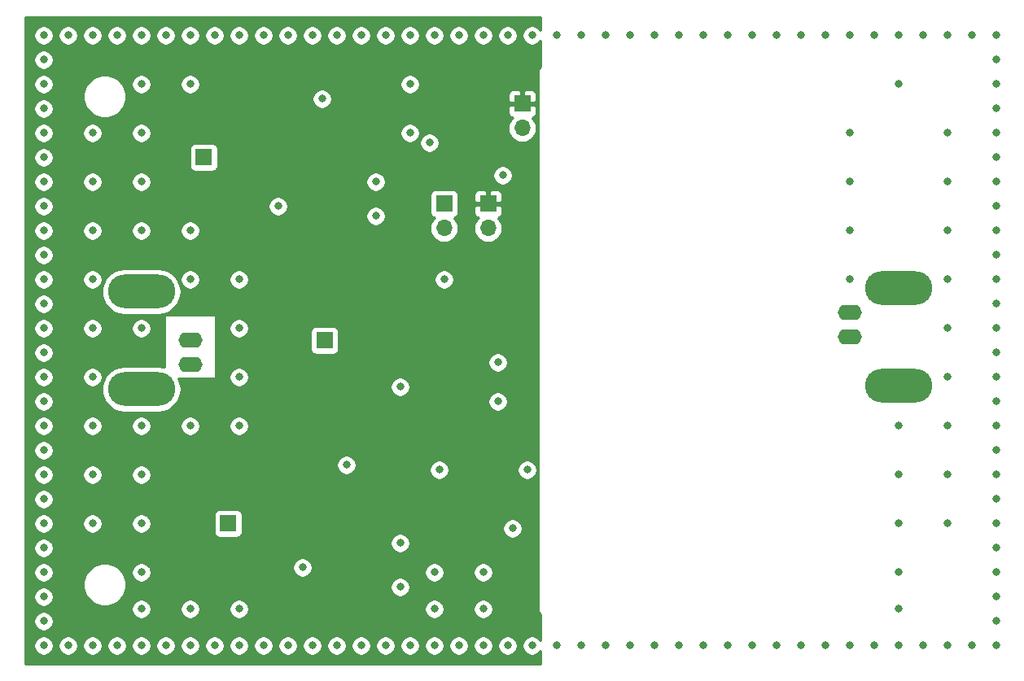
<source format=gbr>
G04 #@! TF.GenerationSoftware,KiCad,Pcbnew,(5.1.0-0)*
G04 #@! TF.CreationDate,2021-05-05T21:59:45-07:00*
G04 #@! TF.ProjectId,voltage_preamp,766f6c74-6167-4655-9f70-7265616d702e,rev?*
G04 #@! TF.SameCoordinates,Original*
G04 #@! TF.FileFunction,Copper,L3,Inr*
G04 #@! TF.FilePolarity,Positive*
%FSLAX46Y46*%
G04 Gerber Fmt 4.6, Leading zero omitted, Abs format (unit mm)*
G04 Created by KiCad (PCBNEW (5.1.0-0)) date 2021-05-05 21:59:45*
%MOMM*%
%LPD*%
G04 APERTURE LIST*
%ADD10O,1.700000X1.700000*%
%ADD11R,1.700000X1.700000*%
%ADD12O,2.500000X1.600000*%
%ADD13O,7.000000X3.500000*%
%ADD14C,0.800000*%
%ADD15C,0.254000*%
G04 APERTURE END LIST*
D10*
X161544000Y-121412000D03*
D11*
X161544000Y-118872000D03*
D12*
X195580000Y-140589000D03*
X195580000Y-143129000D03*
D13*
X200660000Y-148209000D03*
X200660000Y-138049000D03*
D11*
X130937000Y-162560000D03*
X140970000Y-143510000D03*
X128397000Y-124460000D03*
D12*
X127000000Y-146050000D03*
X127000000Y-143510000D03*
D13*
X121920000Y-138430000D03*
X121920000Y-148590000D03*
D10*
X157988000Y-131826000D03*
D11*
X157988000Y-129286000D03*
D10*
X153416000Y-131826000D03*
D11*
X153416000Y-129286000D03*
D14*
X136144000Y-129540000D03*
X148844000Y-148336000D03*
X138684000Y-167132000D03*
X146304000Y-127000000D03*
X146304000Y-130556000D03*
X159004000Y-145796000D03*
X159004000Y-149860000D03*
X148844000Y-164592000D03*
X148844000Y-169164000D03*
X111760000Y-111760000D03*
X114300000Y-111760000D03*
X116840000Y-111760000D03*
X119380000Y-111760000D03*
X121920000Y-111760000D03*
X124460000Y-111760000D03*
X127000000Y-111760000D03*
X129540000Y-111760000D03*
X132080000Y-111760000D03*
X134620000Y-111760000D03*
X137160000Y-111760000D03*
X139700000Y-111760000D03*
X142240000Y-111760000D03*
X144780000Y-111760000D03*
X147320000Y-111760000D03*
X149860000Y-111760000D03*
X152400000Y-111760000D03*
X154940000Y-111760000D03*
X157480000Y-111760000D03*
X160020000Y-111760000D03*
X162560000Y-111760000D03*
X165100000Y-111760000D03*
X167640000Y-111760000D03*
X170180000Y-111760000D03*
X172720000Y-111760000D03*
X175260000Y-111760000D03*
X177800000Y-111760000D03*
X180340000Y-111760000D03*
X182880000Y-111760000D03*
X185420000Y-111760000D03*
X187960000Y-111760000D03*
X190500000Y-111760000D03*
X193040000Y-111760000D03*
X195580000Y-111760000D03*
X198120000Y-111760000D03*
X200660000Y-111760000D03*
X203200000Y-111760000D03*
X205740000Y-111760000D03*
X208280000Y-111760000D03*
X210820000Y-111760000D03*
X210820000Y-114300000D03*
X210820000Y-116840000D03*
X210820000Y-119380000D03*
X210820000Y-121920000D03*
X210820000Y-124460000D03*
X210820000Y-127000000D03*
X210820000Y-129540000D03*
X210820000Y-132080000D03*
X210820000Y-134620000D03*
X210820000Y-137160000D03*
X210820000Y-139700000D03*
X210820000Y-142240000D03*
X210820000Y-144780000D03*
X210820000Y-147320000D03*
X210820000Y-149860000D03*
X210820000Y-152400000D03*
X210820000Y-154940000D03*
X210820000Y-157480000D03*
X210820000Y-160020000D03*
X210820000Y-162560000D03*
X210820000Y-165100000D03*
X210820000Y-167640000D03*
X210820000Y-170180000D03*
X210820000Y-172720000D03*
X210820000Y-175260000D03*
X208280000Y-175260000D03*
X205740000Y-175260000D03*
X203200000Y-175260000D03*
X200660000Y-175260000D03*
X198120000Y-175260000D03*
X195580000Y-175260000D03*
X193040000Y-175260000D03*
X190500000Y-175260000D03*
X187960000Y-175260000D03*
X185420000Y-175260000D03*
X182880000Y-175260000D03*
X180340000Y-175260000D03*
X177800000Y-175260000D03*
X175260000Y-175260000D03*
X172720000Y-175260000D03*
X170180000Y-175260000D03*
X167640000Y-175260000D03*
X165100000Y-175260000D03*
X162560000Y-175260000D03*
X160020000Y-175260000D03*
X157480000Y-175260000D03*
X154940000Y-175260000D03*
X152400000Y-175260000D03*
X149860000Y-175260000D03*
X147320000Y-175260000D03*
X144780000Y-175260000D03*
X142240000Y-175260000D03*
X139700000Y-175260000D03*
X137160000Y-175260000D03*
X134620000Y-175260000D03*
X132080000Y-175260000D03*
X129540000Y-175260000D03*
X127000000Y-175260000D03*
X124460000Y-175260000D03*
X121920000Y-175260000D03*
X119380000Y-175260000D03*
X116840000Y-175260000D03*
X114300000Y-175260000D03*
X111760000Y-175260000D03*
X111760000Y-172720000D03*
X111760000Y-170180000D03*
X111760000Y-167640000D03*
X111760000Y-165100000D03*
X111760000Y-162560000D03*
X111760000Y-160020000D03*
X111760000Y-157480000D03*
X111760000Y-154940000D03*
X111760000Y-152400000D03*
X111760000Y-149860000D03*
X111760000Y-147320000D03*
X111760000Y-144780000D03*
X111760000Y-142240000D03*
X111760000Y-139700000D03*
X111760000Y-137160000D03*
X111760000Y-134620000D03*
X111760000Y-132080000D03*
X111760000Y-129540000D03*
X111760000Y-127000000D03*
X111760000Y-124460000D03*
X111760000Y-121920000D03*
X111760000Y-119380000D03*
X111760000Y-116840000D03*
X111760000Y-114300000D03*
X116840000Y-121920000D03*
X116840000Y-127000000D03*
X116840000Y-132080000D03*
X116840000Y-137160000D03*
X116840000Y-142240000D03*
X116840000Y-147320000D03*
X116840000Y-152400000D03*
X116840000Y-157480000D03*
X116840000Y-162560000D03*
X121920000Y-162560000D03*
X121920000Y-157480000D03*
X121920000Y-152400000D03*
X121920000Y-167640000D03*
X121920000Y-142240000D03*
X121920000Y-132080000D03*
X121920000Y-127000000D03*
X121920000Y-121920000D03*
X121920000Y-116840000D03*
X121920000Y-171450000D03*
X127000000Y-171450000D03*
X132080000Y-171450000D03*
X152400000Y-171450000D03*
X157480000Y-171450000D03*
X152400000Y-167640000D03*
X157480000Y-167640000D03*
X127000000Y-152400000D03*
X127000000Y-137160000D03*
X127000000Y-132080000D03*
X127000000Y-116840000D03*
X132080000Y-137160000D03*
X132080000Y-142240000D03*
X132080000Y-147320000D03*
X132080000Y-152400000D03*
X149860000Y-116840000D03*
X149860000Y-121920000D03*
X195580000Y-137160000D03*
X195580000Y-132080000D03*
X195580000Y-127000000D03*
X195580000Y-121920000D03*
X200660000Y-116840000D03*
X205740000Y-132080000D03*
X205740000Y-127000000D03*
X205740000Y-121920000D03*
X205740000Y-137160000D03*
X205740000Y-142240000D03*
X205740000Y-147320000D03*
X205740000Y-152400000D03*
X205740000Y-157480000D03*
X205740000Y-162560000D03*
X200660000Y-162560000D03*
X200660000Y-157480000D03*
X200660000Y-152400000D03*
X200660000Y-167640000D03*
X200660000Y-171450000D03*
X152908000Y-156972000D03*
X162052000Y-156972000D03*
X153416000Y-137160000D03*
X143256000Y-156464000D03*
X140716000Y-118364000D03*
X151892000Y-122936000D03*
X159512000Y-126326000D03*
X136144000Y-119888000D03*
X148844000Y-139192000D03*
X138684000Y-157988000D03*
X156464000Y-165100000D03*
X152146000Y-115062000D03*
X152400000Y-126238000D03*
X160528000Y-163068000D03*
D15*
G36*
X163449000Y-111227532D02*
G01*
X163363937Y-111100226D01*
X163219774Y-110956063D01*
X163050256Y-110842795D01*
X162861898Y-110764774D01*
X162661939Y-110725000D01*
X162458061Y-110725000D01*
X162258102Y-110764774D01*
X162069744Y-110842795D01*
X161900226Y-110956063D01*
X161756063Y-111100226D01*
X161642795Y-111269744D01*
X161564774Y-111458102D01*
X161525000Y-111658061D01*
X161525000Y-111861939D01*
X161564774Y-112061898D01*
X161642795Y-112250256D01*
X161756063Y-112419774D01*
X161900226Y-112563937D01*
X162069744Y-112677205D01*
X162258102Y-112755226D01*
X162458061Y-112795000D01*
X162661939Y-112795000D01*
X162861898Y-112755226D01*
X163050256Y-112677205D01*
X163219774Y-112563937D01*
X163363937Y-112419774D01*
X163449000Y-112292468D01*
X163449000Y-115028875D01*
X163361052Y-115101052D01*
X163278575Y-115201550D01*
X163217290Y-115316207D01*
X163179550Y-115440617D01*
X163166807Y-115570000D01*
X163170001Y-115602430D01*
X163170000Y-171417581D01*
X163166807Y-171450000D01*
X163179550Y-171579383D01*
X163217290Y-171703793D01*
X163278575Y-171818450D01*
X163358684Y-171916063D01*
X163361052Y-171918948D01*
X163449000Y-171991125D01*
X163449000Y-174727532D01*
X163363937Y-174600226D01*
X163219774Y-174456063D01*
X163050256Y-174342795D01*
X162861898Y-174264774D01*
X162661939Y-174225000D01*
X162458061Y-174225000D01*
X162258102Y-174264774D01*
X162069744Y-174342795D01*
X161900226Y-174456063D01*
X161756063Y-174600226D01*
X161642795Y-174769744D01*
X161564774Y-174958102D01*
X161525000Y-175158061D01*
X161525000Y-175361939D01*
X161564774Y-175561898D01*
X161642795Y-175750256D01*
X161756063Y-175919774D01*
X161900226Y-176063937D01*
X162069744Y-176177205D01*
X162258102Y-176255226D01*
X162458061Y-176295000D01*
X162661939Y-176295000D01*
X162861898Y-176255226D01*
X163050256Y-176177205D01*
X163219774Y-176063937D01*
X163363937Y-175919774D01*
X163449000Y-175792468D01*
X163449000Y-177140000D01*
X109880000Y-177140000D01*
X109880000Y-175158061D01*
X110725000Y-175158061D01*
X110725000Y-175361939D01*
X110764774Y-175561898D01*
X110842795Y-175750256D01*
X110956063Y-175919774D01*
X111100226Y-176063937D01*
X111269744Y-176177205D01*
X111458102Y-176255226D01*
X111658061Y-176295000D01*
X111861939Y-176295000D01*
X112061898Y-176255226D01*
X112250256Y-176177205D01*
X112419774Y-176063937D01*
X112563937Y-175919774D01*
X112677205Y-175750256D01*
X112755226Y-175561898D01*
X112795000Y-175361939D01*
X112795000Y-175158061D01*
X113265000Y-175158061D01*
X113265000Y-175361939D01*
X113304774Y-175561898D01*
X113382795Y-175750256D01*
X113496063Y-175919774D01*
X113640226Y-176063937D01*
X113809744Y-176177205D01*
X113998102Y-176255226D01*
X114198061Y-176295000D01*
X114401939Y-176295000D01*
X114601898Y-176255226D01*
X114790256Y-176177205D01*
X114959774Y-176063937D01*
X115103937Y-175919774D01*
X115217205Y-175750256D01*
X115295226Y-175561898D01*
X115335000Y-175361939D01*
X115335000Y-175158061D01*
X115805000Y-175158061D01*
X115805000Y-175361939D01*
X115844774Y-175561898D01*
X115922795Y-175750256D01*
X116036063Y-175919774D01*
X116180226Y-176063937D01*
X116349744Y-176177205D01*
X116538102Y-176255226D01*
X116738061Y-176295000D01*
X116941939Y-176295000D01*
X117141898Y-176255226D01*
X117330256Y-176177205D01*
X117499774Y-176063937D01*
X117643937Y-175919774D01*
X117757205Y-175750256D01*
X117835226Y-175561898D01*
X117875000Y-175361939D01*
X117875000Y-175158061D01*
X118345000Y-175158061D01*
X118345000Y-175361939D01*
X118384774Y-175561898D01*
X118462795Y-175750256D01*
X118576063Y-175919774D01*
X118720226Y-176063937D01*
X118889744Y-176177205D01*
X119078102Y-176255226D01*
X119278061Y-176295000D01*
X119481939Y-176295000D01*
X119681898Y-176255226D01*
X119870256Y-176177205D01*
X120039774Y-176063937D01*
X120183937Y-175919774D01*
X120297205Y-175750256D01*
X120375226Y-175561898D01*
X120415000Y-175361939D01*
X120415000Y-175158061D01*
X120885000Y-175158061D01*
X120885000Y-175361939D01*
X120924774Y-175561898D01*
X121002795Y-175750256D01*
X121116063Y-175919774D01*
X121260226Y-176063937D01*
X121429744Y-176177205D01*
X121618102Y-176255226D01*
X121818061Y-176295000D01*
X122021939Y-176295000D01*
X122221898Y-176255226D01*
X122410256Y-176177205D01*
X122579774Y-176063937D01*
X122723937Y-175919774D01*
X122837205Y-175750256D01*
X122915226Y-175561898D01*
X122955000Y-175361939D01*
X122955000Y-175158061D01*
X123425000Y-175158061D01*
X123425000Y-175361939D01*
X123464774Y-175561898D01*
X123542795Y-175750256D01*
X123656063Y-175919774D01*
X123800226Y-176063937D01*
X123969744Y-176177205D01*
X124158102Y-176255226D01*
X124358061Y-176295000D01*
X124561939Y-176295000D01*
X124761898Y-176255226D01*
X124950256Y-176177205D01*
X125119774Y-176063937D01*
X125263937Y-175919774D01*
X125377205Y-175750256D01*
X125455226Y-175561898D01*
X125495000Y-175361939D01*
X125495000Y-175158061D01*
X125965000Y-175158061D01*
X125965000Y-175361939D01*
X126004774Y-175561898D01*
X126082795Y-175750256D01*
X126196063Y-175919774D01*
X126340226Y-176063937D01*
X126509744Y-176177205D01*
X126698102Y-176255226D01*
X126898061Y-176295000D01*
X127101939Y-176295000D01*
X127301898Y-176255226D01*
X127490256Y-176177205D01*
X127659774Y-176063937D01*
X127803937Y-175919774D01*
X127917205Y-175750256D01*
X127995226Y-175561898D01*
X128035000Y-175361939D01*
X128035000Y-175158061D01*
X128505000Y-175158061D01*
X128505000Y-175361939D01*
X128544774Y-175561898D01*
X128622795Y-175750256D01*
X128736063Y-175919774D01*
X128880226Y-176063937D01*
X129049744Y-176177205D01*
X129238102Y-176255226D01*
X129438061Y-176295000D01*
X129641939Y-176295000D01*
X129841898Y-176255226D01*
X130030256Y-176177205D01*
X130199774Y-176063937D01*
X130343937Y-175919774D01*
X130457205Y-175750256D01*
X130535226Y-175561898D01*
X130575000Y-175361939D01*
X130575000Y-175158061D01*
X131045000Y-175158061D01*
X131045000Y-175361939D01*
X131084774Y-175561898D01*
X131162795Y-175750256D01*
X131276063Y-175919774D01*
X131420226Y-176063937D01*
X131589744Y-176177205D01*
X131778102Y-176255226D01*
X131978061Y-176295000D01*
X132181939Y-176295000D01*
X132381898Y-176255226D01*
X132570256Y-176177205D01*
X132739774Y-176063937D01*
X132883937Y-175919774D01*
X132997205Y-175750256D01*
X133075226Y-175561898D01*
X133115000Y-175361939D01*
X133115000Y-175158061D01*
X133585000Y-175158061D01*
X133585000Y-175361939D01*
X133624774Y-175561898D01*
X133702795Y-175750256D01*
X133816063Y-175919774D01*
X133960226Y-176063937D01*
X134129744Y-176177205D01*
X134318102Y-176255226D01*
X134518061Y-176295000D01*
X134721939Y-176295000D01*
X134921898Y-176255226D01*
X135110256Y-176177205D01*
X135279774Y-176063937D01*
X135423937Y-175919774D01*
X135537205Y-175750256D01*
X135615226Y-175561898D01*
X135655000Y-175361939D01*
X135655000Y-175158061D01*
X136125000Y-175158061D01*
X136125000Y-175361939D01*
X136164774Y-175561898D01*
X136242795Y-175750256D01*
X136356063Y-175919774D01*
X136500226Y-176063937D01*
X136669744Y-176177205D01*
X136858102Y-176255226D01*
X137058061Y-176295000D01*
X137261939Y-176295000D01*
X137461898Y-176255226D01*
X137650256Y-176177205D01*
X137819774Y-176063937D01*
X137963937Y-175919774D01*
X138077205Y-175750256D01*
X138155226Y-175561898D01*
X138195000Y-175361939D01*
X138195000Y-175158061D01*
X138665000Y-175158061D01*
X138665000Y-175361939D01*
X138704774Y-175561898D01*
X138782795Y-175750256D01*
X138896063Y-175919774D01*
X139040226Y-176063937D01*
X139209744Y-176177205D01*
X139398102Y-176255226D01*
X139598061Y-176295000D01*
X139801939Y-176295000D01*
X140001898Y-176255226D01*
X140190256Y-176177205D01*
X140359774Y-176063937D01*
X140503937Y-175919774D01*
X140617205Y-175750256D01*
X140695226Y-175561898D01*
X140735000Y-175361939D01*
X140735000Y-175158061D01*
X141205000Y-175158061D01*
X141205000Y-175361939D01*
X141244774Y-175561898D01*
X141322795Y-175750256D01*
X141436063Y-175919774D01*
X141580226Y-176063937D01*
X141749744Y-176177205D01*
X141938102Y-176255226D01*
X142138061Y-176295000D01*
X142341939Y-176295000D01*
X142541898Y-176255226D01*
X142730256Y-176177205D01*
X142899774Y-176063937D01*
X143043937Y-175919774D01*
X143157205Y-175750256D01*
X143235226Y-175561898D01*
X143275000Y-175361939D01*
X143275000Y-175158061D01*
X143745000Y-175158061D01*
X143745000Y-175361939D01*
X143784774Y-175561898D01*
X143862795Y-175750256D01*
X143976063Y-175919774D01*
X144120226Y-176063937D01*
X144289744Y-176177205D01*
X144478102Y-176255226D01*
X144678061Y-176295000D01*
X144881939Y-176295000D01*
X145081898Y-176255226D01*
X145270256Y-176177205D01*
X145439774Y-176063937D01*
X145583937Y-175919774D01*
X145697205Y-175750256D01*
X145775226Y-175561898D01*
X145815000Y-175361939D01*
X145815000Y-175158061D01*
X146285000Y-175158061D01*
X146285000Y-175361939D01*
X146324774Y-175561898D01*
X146402795Y-175750256D01*
X146516063Y-175919774D01*
X146660226Y-176063937D01*
X146829744Y-176177205D01*
X147018102Y-176255226D01*
X147218061Y-176295000D01*
X147421939Y-176295000D01*
X147621898Y-176255226D01*
X147810256Y-176177205D01*
X147979774Y-176063937D01*
X148123937Y-175919774D01*
X148237205Y-175750256D01*
X148315226Y-175561898D01*
X148355000Y-175361939D01*
X148355000Y-175158061D01*
X148825000Y-175158061D01*
X148825000Y-175361939D01*
X148864774Y-175561898D01*
X148942795Y-175750256D01*
X149056063Y-175919774D01*
X149200226Y-176063937D01*
X149369744Y-176177205D01*
X149558102Y-176255226D01*
X149758061Y-176295000D01*
X149961939Y-176295000D01*
X150161898Y-176255226D01*
X150350256Y-176177205D01*
X150519774Y-176063937D01*
X150663937Y-175919774D01*
X150777205Y-175750256D01*
X150855226Y-175561898D01*
X150895000Y-175361939D01*
X150895000Y-175158061D01*
X151365000Y-175158061D01*
X151365000Y-175361939D01*
X151404774Y-175561898D01*
X151482795Y-175750256D01*
X151596063Y-175919774D01*
X151740226Y-176063937D01*
X151909744Y-176177205D01*
X152098102Y-176255226D01*
X152298061Y-176295000D01*
X152501939Y-176295000D01*
X152701898Y-176255226D01*
X152890256Y-176177205D01*
X153059774Y-176063937D01*
X153203937Y-175919774D01*
X153317205Y-175750256D01*
X153395226Y-175561898D01*
X153435000Y-175361939D01*
X153435000Y-175158061D01*
X153905000Y-175158061D01*
X153905000Y-175361939D01*
X153944774Y-175561898D01*
X154022795Y-175750256D01*
X154136063Y-175919774D01*
X154280226Y-176063937D01*
X154449744Y-176177205D01*
X154638102Y-176255226D01*
X154838061Y-176295000D01*
X155041939Y-176295000D01*
X155241898Y-176255226D01*
X155430256Y-176177205D01*
X155599774Y-176063937D01*
X155743937Y-175919774D01*
X155857205Y-175750256D01*
X155935226Y-175561898D01*
X155975000Y-175361939D01*
X155975000Y-175158061D01*
X156445000Y-175158061D01*
X156445000Y-175361939D01*
X156484774Y-175561898D01*
X156562795Y-175750256D01*
X156676063Y-175919774D01*
X156820226Y-176063937D01*
X156989744Y-176177205D01*
X157178102Y-176255226D01*
X157378061Y-176295000D01*
X157581939Y-176295000D01*
X157781898Y-176255226D01*
X157970256Y-176177205D01*
X158139774Y-176063937D01*
X158283937Y-175919774D01*
X158397205Y-175750256D01*
X158475226Y-175561898D01*
X158515000Y-175361939D01*
X158515000Y-175158061D01*
X158985000Y-175158061D01*
X158985000Y-175361939D01*
X159024774Y-175561898D01*
X159102795Y-175750256D01*
X159216063Y-175919774D01*
X159360226Y-176063937D01*
X159529744Y-176177205D01*
X159718102Y-176255226D01*
X159918061Y-176295000D01*
X160121939Y-176295000D01*
X160321898Y-176255226D01*
X160510256Y-176177205D01*
X160679774Y-176063937D01*
X160823937Y-175919774D01*
X160937205Y-175750256D01*
X161015226Y-175561898D01*
X161055000Y-175361939D01*
X161055000Y-175158061D01*
X161015226Y-174958102D01*
X160937205Y-174769744D01*
X160823937Y-174600226D01*
X160679774Y-174456063D01*
X160510256Y-174342795D01*
X160321898Y-174264774D01*
X160121939Y-174225000D01*
X159918061Y-174225000D01*
X159718102Y-174264774D01*
X159529744Y-174342795D01*
X159360226Y-174456063D01*
X159216063Y-174600226D01*
X159102795Y-174769744D01*
X159024774Y-174958102D01*
X158985000Y-175158061D01*
X158515000Y-175158061D01*
X158475226Y-174958102D01*
X158397205Y-174769744D01*
X158283937Y-174600226D01*
X158139774Y-174456063D01*
X157970256Y-174342795D01*
X157781898Y-174264774D01*
X157581939Y-174225000D01*
X157378061Y-174225000D01*
X157178102Y-174264774D01*
X156989744Y-174342795D01*
X156820226Y-174456063D01*
X156676063Y-174600226D01*
X156562795Y-174769744D01*
X156484774Y-174958102D01*
X156445000Y-175158061D01*
X155975000Y-175158061D01*
X155935226Y-174958102D01*
X155857205Y-174769744D01*
X155743937Y-174600226D01*
X155599774Y-174456063D01*
X155430256Y-174342795D01*
X155241898Y-174264774D01*
X155041939Y-174225000D01*
X154838061Y-174225000D01*
X154638102Y-174264774D01*
X154449744Y-174342795D01*
X154280226Y-174456063D01*
X154136063Y-174600226D01*
X154022795Y-174769744D01*
X153944774Y-174958102D01*
X153905000Y-175158061D01*
X153435000Y-175158061D01*
X153395226Y-174958102D01*
X153317205Y-174769744D01*
X153203937Y-174600226D01*
X153059774Y-174456063D01*
X152890256Y-174342795D01*
X152701898Y-174264774D01*
X152501939Y-174225000D01*
X152298061Y-174225000D01*
X152098102Y-174264774D01*
X151909744Y-174342795D01*
X151740226Y-174456063D01*
X151596063Y-174600226D01*
X151482795Y-174769744D01*
X151404774Y-174958102D01*
X151365000Y-175158061D01*
X150895000Y-175158061D01*
X150855226Y-174958102D01*
X150777205Y-174769744D01*
X150663937Y-174600226D01*
X150519774Y-174456063D01*
X150350256Y-174342795D01*
X150161898Y-174264774D01*
X149961939Y-174225000D01*
X149758061Y-174225000D01*
X149558102Y-174264774D01*
X149369744Y-174342795D01*
X149200226Y-174456063D01*
X149056063Y-174600226D01*
X148942795Y-174769744D01*
X148864774Y-174958102D01*
X148825000Y-175158061D01*
X148355000Y-175158061D01*
X148315226Y-174958102D01*
X148237205Y-174769744D01*
X148123937Y-174600226D01*
X147979774Y-174456063D01*
X147810256Y-174342795D01*
X147621898Y-174264774D01*
X147421939Y-174225000D01*
X147218061Y-174225000D01*
X147018102Y-174264774D01*
X146829744Y-174342795D01*
X146660226Y-174456063D01*
X146516063Y-174600226D01*
X146402795Y-174769744D01*
X146324774Y-174958102D01*
X146285000Y-175158061D01*
X145815000Y-175158061D01*
X145775226Y-174958102D01*
X145697205Y-174769744D01*
X145583937Y-174600226D01*
X145439774Y-174456063D01*
X145270256Y-174342795D01*
X145081898Y-174264774D01*
X144881939Y-174225000D01*
X144678061Y-174225000D01*
X144478102Y-174264774D01*
X144289744Y-174342795D01*
X144120226Y-174456063D01*
X143976063Y-174600226D01*
X143862795Y-174769744D01*
X143784774Y-174958102D01*
X143745000Y-175158061D01*
X143275000Y-175158061D01*
X143235226Y-174958102D01*
X143157205Y-174769744D01*
X143043937Y-174600226D01*
X142899774Y-174456063D01*
X142730256Y-174342795D01*
X142541898Y-174264774D01*
X142341939Y-174225000D01*
X142138061Y-174225000D01*
X141938102Y-174264774D01*
X141749744Y-174342795D01*
X141580226Y-174456063D01*
X141436063Y-174600226D01*
X141322795Y-174769744D01*
X141244774Y-174958102D01*
X141205000Y-175158061D01*
X140735000Y-175158061D01*
X140695226Y-174958102D01*
X140617205Y-174769744D01*
X140503937Y-174600226D01*
X140359774Y-174456063D01*
X140190256Y-174342795D01*
X140001898Y-174264774D01*
X139801939Y-174225000D01*
X139598061Y-174225000D01*
X139398102Y-174264774D01*
X139209744Y-174342795D01*
X139040226Y-174456063D01*
X138896063Y-174600226D01*
X138782795Y-174769744D01*
X138704774Y-174958102D01*
X138665000Y-175158061D01*
X138195000Y-175158061D01*
X138155226Y-174958102D01*
X138077205Y-174769744D01*
X137963937Y-174600226D01*
X137819774Y-174456063D01*
X137650256Y-174342795D01*
X137461898Y-174264774D01*
X137261939Y-174225000D01*
X137058061Y-174225000D01*
X136858102Y-174264774D01*
X136669744Y-174342795D01*
X136500226Y-174456063D01*
X136356063Y-174600226D01*
X136242795Y-174769744D01*
X136164774Y-174958102D01*
X136125000Y-175158061D01*
X135655000Y-175158061D01*
X135615226Y-174958102D01*
X135537205Y-174769744D01*
X135423937Y-174600226D01*
X135279774Y-174456063D01*
X135110256Y-174342795D01*
X134921898Y-174264774D01*
X134721939Y-174225000D01*
X134518061Y-174225000D01*
X134318102Y-174264774D01*
X134129744Y-174342795D01*
X133960226Y-174456063D01*
X133816063Y-174600226D01*
X133702795Y-174769744D01*
X133624774Y-174958102D01*
X133585000Y-175158061D01*
X133115000Y-175158061D01*
X133075226Y-174958102D01*
X132997205Y-174769744D01*
X132883937Y-174600226D01*
X132739774Y-174456063D01*
X132570256Y-174342795D01*
X132381898Y-174264774D01*
X132181939Y-174225000D01*
X131978061Y-174225000D01*
X131778102Y-174264774D01*
X131589744Y-174342795D01*
X131420226Y-174456063D01*
X131276063Y-174600226D01*
X131162795Y-174769744D01*
X131084774Y-174958102D01*
X131045000Y-175158061D01*
X130575000Y-175158061D01*
X130535226Y-174958102D01*
X130457205Y-174769744D01*
X130343937Y-174600226D01*
X130199774Y-174456063D01*
X130030256Y-174342795D01*
X129841898Y-174264774D01*
X129641939Y-174225000D01*
X129438061Y-174225000D01*
X129238102Y-174264774D01*
X129049744Y-174342795D01*
X128880226Y-174456063D01*
X128736063Y-174600226D01*
X128622795Y-174769744D01*
X128544774Y-174958102D01*
X128505000Y-175158061D01*
X128035000Y-175158061D01*
X127995226Y-174958102D01*
X127917205Y-174769744D01*
X127803937Y-174600226D01*
X127659774Y-174456063D01*
X127490256Y-174342795D01*
X127301898Y-174264774D01*
X127101939Y-174225000D01*
X126898061Y-174225000D01*
X126698102Y-174264774D01*
X126509744Y-174342795D01*
X126340226Y-174456063D01*
X126196063Y-174600226D01*
X126082795Y-174769744D01*
X126004774Y-174958102D01*
X125965000Y-175158061D01*
X125495000Y-175158061D01*
X125455226Y-174958102D01*
X125377205Y-174769744D01*
X125263937Y-174600226D01*
X125119774Y-174456063D01*
X124950256Y-174342795D01*
X124761898Y-174264774D01*
X124561939Y-174225000D01*
X124358061Y-174225000D01*
X124158102Y-174264774D01*
X123969744Y-174342795D01*
X123800226Y-174456063D01*
X123656063Y-174600226D01*
X123542795Y-174769744D01*
X123464774Y-174958102D01*
X123425000Y-175158061D01*
X122955000Y-175158061D01*
X122915226Y-174958102D01*
X122837205Y-174769744D01*
X122723937Y-174600226D01*
X122579774Y-174456063D01*
X122410256Y-174342795D01*
X122221898Y-174264774D01*
X122021939Y-174225000D01*
X121818061Y-174225000D01*
X121618102Y-174264774D01*
X121429744Y-174342795D01*
X121260226Y-174456063D01*
X121116063Y-174600226D01*
X121002795Y-174769744D01*
X120924774Y-174958102D01*
X120885000Y-175158061D01*
X120415000Y-175158061D01*
X120375226Y-174958102D01*
X120297205Y-174769744D01*
X120183937Y-174600226D01*
X120039774Y-174456063D01*
X119870256Y-174342795D01*
X119681898Y-174264774D01*
X119481939Y-174225000D01*
X119278061Y-174225000D01*
X119078102Y-174264774D01*
X118889744Y-174342795D01*
X118720226Y-174456063D01*
X118576063Y-174600226D01*
X118462795Y-174769744D01*
X118384774Y-174958102D01*
X118345000Y-175158061D01*
X117875000Y-175158061D01*
X117835226Y-174958102D01*
X117757205Y-174769744D01*
X117643937Y-174600226D01*
X117499774Y-174456063D01*
X117330256Y-174342795D01*
X117141898Y-174264774D01*
X116941939Y-174225000D01*
X116738061Y-174225000D01*
X116538102Y-174264774D01*
X116349744Y-174342795D01*
X116180226Y-174456063D01*
X116036063Y-174600226D01*
X115922795Y-174769744D01*
X115844774Y-174958102D01*
X115805000Y-175158061D01*
X115335000Y-175158061D01*
X115295226Y-174958102D01*
X115217205Y-174769744D01*
X115103937Y-174600226D01*
X114959774Y-174456063D01*
X114790256Y-174342795D01*
X114601898Y-174264774D01*
X114401939Y-174225000D01*
X114198061Y-174225000D01*
X113998102Y-174264774D01*
X113809744Y-174342795D01*
X113640226Y-174456063D01*
X113496063Y-174600226D01*
X113382795Y-174769744D01*
X113304774Y-174958102D01*
X113265000Y-175158061D01*
X112795000Y-175158061D01*
X112755226Y-174958102D01*
X112677205Y-174769744D01*
X112563937Y-174600226D01*
X112419774Y-174456063D01*
X112250256Y-174342795D01*
X112061898Y-174264774D01*
X111861939Y-174225000D01*
X111658061Y-174225000D01*
X111458102Y-174264774D01*
X111269744Y-174342795D01*
X111100226Y-174456063D01*
X110956063Y-174600226D01*
X110842795Y-174769744D01*
X110764774Y-174958102D01*
X110725000Y-175158061D01*
X109880000Y-175158061D01*
X109880000Y-172618061D01*
X110725000Y-172618061D01*
X110725000Y-172821939D01*
X110764774Y-173021898D01*
X110842795Y-173210256D01*
X110956063Y-173379774D01*
X111100226Y-173523937D01*
X111269744Y-173637205D01*
X111458102Y-173715226D01*
X111658061Y-173755000D01*
X111861939Y-173755000D01*
X112061898Y-173715226D01*
X112250256Y-173637205D01*
X112419774Y-173523937D01*
X112563937Y-173379774D01*
X112677205Y-173210256D01*
X112755226Y-173021898D01*
X112795000Y-172821939D01*
X112795000Y-172618061D01*
X112755226Y-172418102D01*
X112677205Y-172229744D01*
X112563937Y-172060226D01*
X112419774Y-171916063D01*
X112250256Y-171802795D01*
X112061898Y-171724774D01*
X111861939Y-171685000D01*
X111658061Y-171685000D01*
X111458102Y-171724774D01*
X111269744Y-171802795D01*
X111100226Y-171916063D01*
X110956063Y-172060226D01*
X110842795Y-172229744D01*
X110764774Y-172418102D01*
X110725000Y-172618061D01*
X109880000Y-172618061D01*
X109880000Y-171348061D01*
X120885000Y-171348061D01*
X120885000Y-171551939D01*
X120924774Y-171751898D01*
X121002795Y-171940256D01*
X121116063Y-172109774D01*
X121260226Y-172253937D01*
X121429744Y-172367205D01*
X121618102Y-172445226D01*
X121818061Y-172485000D01*
X122021939Y-172485000D01*
X122221898Y-172445226D01*
X122410256Y-172367205D01*
X122579774Y-172253937D01*
X122723937Y-172109774D01*
X122837205Y-171940256D01*
X122915226Y-171751898D01*
X122955000Y-171551939D01*
X122955000Y-171348061D01*
X125965000Y-171348061D01*
X125965000Y-171551939D01*
X126004774Y-171751898D01*
X126082795Y-171940256D01*
X126196063Y-172109774D01*
X126340226Y-172253937D01*
X126509744Y-172367205D01*
X126698102Y-172445226D01*
X126898061Y-172485000D01*
X127101939Y-172485000D01*
X127301898Y-172445226D01*
X127490256Y-172367205D01*
X127659774Y-172253937D01*
X127803937Y-172109774D01*
X127917205Y-171940256D01*
X127995226Y-171751898D01*
X128035000Y-171551939D01*
X128035000Y-171348061D01*
X131045000Y-171348061D01*
X131045000Y-171551939D01*
X131084774Y-171751898D01*
X131162795Y-171940256D01*
X131276063Y-172109774D01*
X131420226Y-172253937D01*
X131589744Y-172367205D01*
X131778102Y-172445226D01*
X131978061Y-172485000D01*
X132181939Y-172485000D01*
X132381898Y-172445226D01*
X132570256Y-172367205D01*
X132739774Y-172253937D01*
X132883937Y-172109774D01*
X132997205Y-171940256D01*
X133075226Y-171751898D01*
X133115000Y-171551939D01*
X133115000Y-171348061D01*
X151365000Y-171348061D01*
X151365000Y-171551939D01*
X151404774Y-171751898D01*
X151482795Y-171940256D01*
X151596063Y-172109774D01*
X151740226Y-172253937D01*
X151909744Y-172367205D01*
X152098102Y-172445226D01*
X152298061Y-172485000D01*
X152501939Y-172485000D01*
X152701898Y-172445226D01*
X152890256Y-172367205D01*
X153059774Y-172253937D01*
X153203937Y-172109774D01*
X153317205Y-171940256D01*
X153395226Y-171751898D01*
X153435000Y-171551939D01*
X153435000Y-171348061D01*
X156445000Y-171348061D01*
X156445000Y-171551939D01*
X156484774Y-171751898D01*
X156562795Y-171940256D01*
X156676063Y-172109774D01*
X156820226Y-172253937D01*
X156989744Y-172367205D01*
X157178102Y-172445226D01*
X157378061Y-172485000D01*
X157581939Y-172485000D01*
X157781898Y-172445226D01*
X157970256Y-172367205D01*
X158139774Y-172253937D01*
X158283937Y-172109774D01*
X158397205Y-171940256D01*
X158475226Y-171751898D01*
X158515000Y-171551939D01*
X158515000Y-171348061D01*
X158475226Y-171148102D01*
X158397205Y-170959744D01*
X158283937Y-170790226D01*
X158139774Y-170646063D01*
X157970256Y-170532795D01*
X157781898Y-170454774D01*
X157581939Y-170415000D01*
X157378061Y-170415000D01*
X157178102Y-170454774D01*
X156989744Y-170532795D01*
X156820226Y-170646063D01*
X156676063Y-170790226D01*
X156562795Y-170959744D01*
X156484774Y-171148102D01*
X156445000Y-171348061D01*
X153435000Y-171348061D01*
X153395226Y-171148102D01*
X153317205Y-170959744D01*
X153203937Y-170790226D01*
X153059774Y-170646063D01*
X152890256Y-170532795D01*
X152701898Y-170454774D01*
X152501939Y-170415000D01*
X152298061Y-170415000D01*
X152098102Y-170454774D01*
X151909744Y-170532795D01*
X151740226Y-170646063D01*
X151596063Y-170790226D01*
X151482795Y-170959744D01*
X151404774Y-171148102D01*
X151365000Y-171348061D01*
X133115000Y-171348061D01*
X133075226Y-171148102D01*
X132997205Y-170959744D01*
X132883937Y-170790226D01*
X132739774Y-170646063D01*
X132570256Y-170532795D01*
X132381898Y-170454774D01*
X132181939Y-170415000D01*
X131978061Y-170415000D01*
X131778102Y-170454774D01*
X131589744Y-170532795D01*
X131420226Y-170646063D01*
X131276063Y-170790226D01*
X131162795Y-170959744D01*
X131084774Y-171148102D01*
X131045000Y-171348061D01*
X128035000Y-171348061D01*
X127995226Y-171148102D01*
X127917205Y-170959744D01*
X127803937Y-170790226D01*
X127659774Y-170646063D01*
X127490256Y-170532795D01*
X127301898Y-170454774D01*
X127101939Y-170415000D01*
X126898061Y-170415000D01*
X126698102Y-170454774D01*
X126509744Y-170532795D01*
X126340226Y-170646063D01*
X126196063Y-170790226D01*
X126082795Y-170959744D01*
X126004774Y-171148102D01*
X125965000Y-171348061D01*
X122955000Y-171348061D01*
X122915226Y-171148102D01*
X122837205Y-170959744D01*
X122723937Y-170790226D01*
X122579774Y-170646063D01*
X122410256Y-170532795D01*
X122221898Y-170454774D01*
X122021939Y-170415000D01*
X121818061Y-170415000D01*
X121618102Y-170454774D01*
X121429744Y-170532795D01*
X121260226Y-170646063D01*
X121116063Y-170790226D01*
X121002795Y-170959744D01*
X120924774Y-171148102D01*
X120885000Y-171348061D01*
X109880000Y-171348061D01*
X109880000Y-170078061D01*
X110725000Y-170078061D01*
X110725000Y-170281939D01*
X110764774Y-170481898D01*
X110842795Y-170670256D01*
X110956063Y-170839774D01*
X111100226Y-170983937D01*
X111269744Y-171097205D01*
X111458102Y-171175226D01*
X111658061Y-171215000D01*
X111861939Y-171215000D01*
X112061898Y-171175226D01*
X112250256Y-171097205D01*
X112419774Y-170983937D01*
X112563937Y-170839774D01*
X112677205Y-170670256D01*
X112755226Y-170481898D01*
X112795000Y-170281939D01*
X112795000Y-170078061D01*
X112755226Y-169878102D01*
X112677205Y-169689744D01*
X112563937Y-169520226D01*
X112419774Y-169376063D01*
X112250256Y-169262795D01*
X112061898Y-169184774D01*
X111861939Y-169145000D01*
X111658061Y-169145000D01*
X111458102Y-169184774D01*
X111269744Y-169262795D01*
X111100226Y-169376063D01*
X110956063Y-169520226D01*
X110842795Y-169689744D01*
X110764774Y-169878102D01*
X110725000Y-170078061D01*
X109880000Y-170078061D01*
X109880000Y-168689872D01*
X115875000Y-168689872D01*
X115875000Y-169130128D01*
X115960890Y-169561925D01*
X116129369Y-169968669D01*
X116373962Y-170334729D01*
X116685271Y-170646038D01*
X117051331Y-170890631D01*
X117458075Y-171059110D01*
X117889872Y-171145000D01*
X118330128Y-171145000D01*
X118761925Y-171059110D01*
X119168669Y-170890631D01*
X119534729Y-170646038D01*
X119846038Y-170334729D01*
X120090631Y-169968669D01*
X120259110Y-169561925D01*
X120345000Y-169130128D01*
X120345000Y-169062061D01*
X147809000Y-169062061D01*
X147809000Y-169265939D01*
X147848774Y-169465898D01*
X147926795Y-169654256D01*
X148040063Y-169823774D01*
X148184226Y-169967937D01*
X148353744Y-170081205D01*
X148542102Y-170159226D01*
X148742061Y-170199000D01*
X148945939Y-170199000D01*
X149145898Y-170159226D01*
X149334256Y-170081205D01*
X149503774Y-169967937D01*
X149647937Y-169823774D01*
X149761205Y-169654256D01*
X149839226Y-169465898D01*
X149879000Y-169265939D01*
X149879000Y-169062061D01*
X149839226Y-168862102D01*
X149761205Y-168673744D01*
X149647937Y-168504226D01*
X149503774Y-168360063D01*
X149334256Y-168246795D01*
X149145898Y-168168774D01*
X148945939Y-168129000D01*
X148742061Y-168129000D01*
X148542102Y-168168774D01*
X148353744Y-168246795D01*
X148184226Y-168360063D01*
X148040063Y-168504226D01*
X147926795Y-168673744D01*
X147848774Y-168862102D01*
X147809000Y-169062061D01*
X120345000Y-169062061D01*
X120345000Y-168689872D01*
X120259110Y-168258075D01*
X120090631Y-167851331D01*
X119881312Y-167538061D01*
X120885000Y-167538061D01*
X120885000Y-167741939D01*
X120924774Y-167941898D01*
X121002795Y-168130256D01*
X121116063Y-168299774D01*
X121260226Y-168443937D01*
X121429744Y-168557205D01*
X121618102Y-168635226D01*
X121818061Y-168675000D01*
X122021939Y-168675000D01*
X122221898Y-168635226D01*
X122410256Y-168557205D01*
X122579774Y-168443937D01*
X122723937Y-168299774D01*
X122837205Y-168130256D01*
X122915226Y-167941898D01*
X122955000Y-167741939D01*
X122955000Y-167538061D01*
X122915226Y-167338102D01*
X122837205Y-167149744D01*
X122757236Y-167030061D01*
X137649000Y-167030061D01*
X137649000Y-167233939D01*
X137688774Y-167433898D01*
X137766795Y-167622256D01*
X137880063Y-167791774D01*
X138024226Y-167935937D01*
X138193744Y-168049205D01*
X138382102Y-168127226D01*
X138582061Y-168167000D01*
X138785939Y-168167000D01*
X138985898Y-168127226D01*
X139174256Y-168049205D01*
X139343774Y-167935937D01*
X139487937Y-167791774D01*
X139601205Y-167622256D01*
X139636079Y-167538061D01*
X151365000Y-167538061D01*
X151365000Y-167741939D01*
X151404774Y-167941898D01*
X151482795Y-168130256D01*
X151596063Y-168299774D01*
X151740226Y-168443937D01*
X151909744Y-168557205D01*
X152098102Y-168635226D01*
X152298061Y-168675000D01*
X152501939Y-168675000D01*
X152701898Y-168635226D01*
X152890256Y-168557205D01*
X153059774Y-168443937D01*
X153203937Y-168299774D01*
X153317205Y-168130256D01*
X153395226Y-167941898D01*
X153435000Y-167741939D01*
X153435000Y-167538061D01*
X156445000Y-167538061D01*
X156445000Y-167741939D01*
X156484774Y-167941898D01*
X156562795Y-168130256D01*
X156676063Y-168299774D01*
X156820226Y-168443937D01*
X156989744Y-168557205D01*
X157178102Y-168635226D01*
X157378061Y-168675000D01*
X157581939Y-168675000D01*
X157781898Y-168635226D01*
X157970256Y-168557205D01*
X158139774Y-168443937D01*
X158283937Y-168299774D01*
X158397205Y-168130256D01*
X158475226Y-167941898D01*
X158515000Y-167741939D01*
X158515000Y-167538061D01*
X158475226Y-167338102D01*
X158397205Y-167149744D01*
X158283937Y-166980226D01*
X158139774Y-166836063D01*
X157970256Y-166722795D01*
X157781898Y-166644774D01*
X157581939Y-166605000D01*
X157378061Y-166605000D01*
X157178102Y-166644774D01*
X156989744Y-166722795D01*
X156820226Y-166836063D01*
X156676063Y-166980226D01*
X156562795Y-167149744D01*
X156484774Y-167338102D01*
X156445000Y-167538061D01*
X153435000Y-167538061D01*
X153395226Y-167338102D01*
X153317205Y-167149744D01*
X153203937Y-166980226D01*
X153059774Y-166836063D01*
X152890256Y-166722795D01*
X152701898Y-166644774D01*
X152501939Y-166605000D01*
X152298061Y-166605000D01*
X152098102Y-166644774D01*
X151909744Y-166722795D01*
X151740226Y-166836063D01*
X151596063Y-166980226D01*
X151482795Y-167149744D01*
X151404774Y-167338102D01*
X151365000Y-167538061D01*
X139636079Y-167538061D01*
X139679226Y-167433898D01*
X139719000Y-167233939D01*
X139719000Y-167030061D01*
X139679226Y-166830102D01*
X139601205Y-166641744D01*
X139487937Y-166472226D01*
X139343774Y-166328063D01*
X139174256Y-166214795D01*
X138985898Y-166136774D01*
X138785939Y-166097000D01*
X138582061Y-166097000D01*
X138382102Y-166136774D01*
X138193744Y-166214795D01*
X138024226Y-166328063D01*
X137880063Y-166472226D01*
X137766795Y-166641744D01*
X137688774Y-166830102D01*
X137649000Y-167030061D01*
X122757236Y-167030061D01*
X122723937Y-166980226D01*
X122579774Y-166836063D01*
X122410256Y-166722795D01*
X122221898Y-166644774D01*
X122021939Y-166605000D01*
X121818061Y-166605000D01*
X121618102Y-166644774D01*
X121429744Y-166722795D01*
X121260226Y-166836063D01*
X121116063Y-166980226D01*
X121002795Y-167149744D01*
X120924774Y-167338102D01*
X120885000Y-167538061D01*
X119881312Y-167538061D01*
X119846038Y-167485271D01*
X119534729Y-167173962D01*
X119168669Y-166929369D01*
X118761925Y-166760890D01*
X118330128Y-166675000D01*
X117889872Y-166675000D01*
X117458075Y-166760890D01*
X117051331Y-166929369D01*
X116685271Y-167173962D01*
X116373962Y-167485271D01*
X116129369Y-167851331D01*
X115960890Y-168258075D01*
X115875000Y-168689872D01*
X109880000Y-168689872D01*
X109880000Y-167538061D01*
X110725000Y-167538061D01*
X110725000Y-167741939D01*
X110764774Y-167941898D01*
X110842795Y-168130256D01*
X110956063Y-168299774D01*
X111100226Y-168443937D01*
X111269744Y-168557205D01*
X111458102Y-168635226D01*
X111658061Y-168675000D01*
X111861939Y-168675000D01*
X112061898Y-168635226D01*
X112250256Y-168557205D01*
X112419774Y-168443937D01*
X112563937Y-168299774D01*
X112677205Y-168130256D01*
X112755226Y-167941898D01*
X112795000Y-167741939D01*
X112795000Y-167538061D01*
X112755226Y-167338102D01*
X112677205Y-167149744D01*
X112563937Y-166980226D01*
X112419774Y-166836063D01*
X112250256Y-166722795D01*
X112061898Y-166644774D01*
X111861939Y-166605000D01*
X111658061Y-166605000D01*
X111458102Y-166644774D01*
X111269744Y-166722795D01*
X111100226Y-166836063D01*
X110956063Y-166980226D01*
X110842795Y-167149744D01*
X110764774Y-167338102D01*
X110725000Y-167538061D01*
X109880000Y-167538061D01*
X109880000Y-164998061D01*
X110725000Y-164998061D01*
X110725000Y-165201939D01*
X110764774Y-165401898D01*
X110842795Y-165590256D01*
X110956063Y-165759774D01*
X111100226Y-165903937D01*
X111269744Y-166017205D01*
X111458102Y-166095226D01*
X111658061Y-166135000D01*
X111861939Y-166135000D01*
X112061898Y-166095226D01*
X112250256Y-166017205D01*
X112419774Y-165903937D01*
X112563937Y-165759774D01*
X112677205Y-165590256D01*
X112755226Y-165401898D01*
X112795000Y-165201939D01*
X112795000Y-164998061D01*
X112755226Y-164798102D01*
X112677205Y-164609744D01*
X112597236Y-164490061D01*
X147809000Y-164490061D01*
X147809000Y-164693939D01*
X147848774Y-164893898D01*
X147926795Y-165082256D01*
X148040063Y-165251774D01*
X148184226Y-165395937D01*
X148353744Y-165509205D01*
X148542102Y-165587226D01*
X148742061Y-165627000D01*
X148945939Y-165627000D01*
X149145898Y-165587226D01*
X149334256Y-165509205D01*
X149503774Y-165395937D01*
X149647937Y-165251774D01*
X149761205Y-165082256D01*
X149839226Y-164893898D01*
X149879000Y-164693939D01*
X149879000Y-164490061D01*
X149839226Y-164290102D01*
X149761205Y-164101744D01*
X149647937Y-163932226D01*
X149503774Y-163788063D01*
X149334256Y-163674795D01*
X149145898Y-163596774D01*
X148945939Y-163557000D01*
X148742061Y-163557000D01*
X148542102Y-163596774D01*
X148353744Y-163674795D01*
X148184226Y-163788063D01*
X148040063Y-163932226D01*
X147926795Y-164101744D01*
X147848774Y-164290102D01*
X147809000Y-164490061D01*
X112597236Y-164490061D01*
X112563937Y-164440226D01*
X112419774Y-164296063D01*
X112250256Y-164182795D01*
X112061898Y-164104774D01*
X111861939Y-164065000D01*
X111658061Y-164065000D01*
X111458102Y-164104774D01*
X111269744Y-164182795D01*
X111100226Y-164296063D01*
X110956063Y-164440226D01*
X110842795Y-164609744D01*
X110764774Y-164798102D01*
X110725000Y-164998061D01*
X109880000Y-164998061D01*
X109880000Y-162458061D01*
X110725000Y-162458061D01*
X110725000Y-162661939D01*
X110764774Y-162861898D01*
X110842795Y-163050256D01*
X110956063Y-163219774D01*
X111100226Y-163363937D01*
X111269744Y-163477205D01*
X111458102Y-163555226D01*
X111658061Y-163595000D01*
X111861939Y-163595000D01*
X112061898Y-163555226D01*
X112250256Y-163477205D01*
X112419774Y-163363937D01*
X112563937Y-163219774D01*
X112677205Y-163050256D01*
X112755226Y-162861898D01*
X112795000Y-162661939D01*
X112795000Y-162458061D01*
X115805000Y-162458061D01*
X115805000Y-162661939D01*
X115844774Y-162861898D01*
X115922795Y-163050256D01*
X116036063Y-163219774D01*
X116180226Y-163363937D01*
X116349744Y-163477205D01*
X116538102Y-163555226D01*
X116738061Y-163595000D01*
X116941939Y-163595000D01*
X117141898Y-163555226D01*
X117330256Y-163477205D01*
X117499774Y-163363937D01*
X117643937Y-163219774D01*
X117757205Y-163050256D01*
X117835226Y-162861898D01*
X117875000Y-162661939D01*
X117875000Y-162458061D01*
X120885000Y-162458061D01*
X120885000Y-162661939D01*
X120924774Y-162861898D01*
X121002795Y-163050256D01*
X121116063Y-163219774D01*
X121260226Y-163363937D01*
X121429744Y-163477205D01*
X121618102Y-163555226D01*
X121818061Y-163595000D01*
X122021939Y-163595000D01*
X122221898Y-163555226D01*
X122410256Y-163477205D01*
X122579774Y-163363937D01*
X122723937Y-163219774D01*
X122837205Y-163050256D01*
X122915226Y-162861898D01*
X122955000Y-162661939D01*
X122955000Y-162458061D01*
X122915226Y-162258102D01*
X122837205Y-162069744D01*
X122723937Y-161900226D01*
X122579774Y-161756063D01*
X122510836Y-161710000D01*
X129448928Y-161710000D01*
X129448928Y-163410000D01*
X129461188Y-163534482D01*
X129497498Y-163654180D01*
X129556463Y-163764494D01*
X129635815Y-163861185D01*
X129732506Y-163940537D01*
X129842820Y-163999502D01*
X129962518Y-164035812D01*
X130087000Y-164048072D01*
X131787000Y-164048072D01*
X131911482Y-164035812D01*
X132031180Y-163999502D01*
X132141494Y-163940537D01*
X132238185Y-163861185D01*
X132317537Y-163764494D01*
X132376502Y-163654180D01*
X132412812Y-163534482D01*
X132425072Y-163410000D01*
X132425072Y-162966061D01*
X159493000Y-162966061D01*
X159493000Y-163169939D01*
X159532774Y-163369898D01*
X159610795Y-163558256D01*
X159724063Y-163727774D01*
X159868226Y-163871937D01*
X160037744Y-163985205D01*
X160226102Y-164063226D01*
X160426061Y-164103000D01*
X160629939Y-164103000D01*
X160829898Y-164063226D01*
X161018256Y-163985205D01*
X161187774Y-163871937D01*
X161331937Y-163727774D01*
X161445205Y-163558256D01*
X161523226Y-163369898D01*
X161563000Y-163169939D01*
X161563000Y-162966061D01*
X161523226Y-162766102D01*
X161445205Y-162577744D01*
X161331937Y-162408226D01*
X161187774Y-162264063D01*
X161018256Y-162150795D01*
X160829898Y-162072774D01*
X160629939Y-162033000D01*
X160426061Y-162033000D01*
X160226102Y-162072774D01*
X160037744Y-162150795D01*
X159868226Y-162264063D01*
X159724063Y-162408226D01*
X159610795Y-162577744D01*
X159532774Y-162766102D01*
X159493000Y-162966061D01*
X132425072Y-162966061D01*
X132425072Y-161710000D01*
X132412812Y-161585518D01*
X132376502Y-161465820D01*
X132317537Y-161355506D01*
X132238185Y-161258815D01*
X132141494Y-161179463D01*
X132031180Y-161120498D01*
X131911482Y-161084188D01*
X131787000Y-161071928D01*
X130087000Y-161071928D01*
X129962518Y-161084188D01*
X129842820Y-161120498D01*
X129732506Y-161179463D01*
X129635815Y-161258815D01*
X129556463Y-161355506D01*
X129497498Y-161465820D01*
X129461188Y-161585518D01*
X129448928Y-161710000D01*
X122510836Y-161710000D01*
X122410256Y-161642795D01*
X122221898Y-161564774D01*
X122021939Y-161525000D01*
X121818061Y-161525000D01*
X121618102Y-161564774D01*
X121429744Y-161642795D01*
X121260226Y-161756063D01*
X121116063Y-161900226D01*
X121002795Y-162069744D01*
X120924774Y-162258102D01*
X120885000Y-162458061D01*
X117875000Y-162458061D01*
X117835226Y-162258102D01*
X117757205Y-162069744D01*
X117643937Y-161900226D01*
X117499774Y-161756063D01*
X117330256Y-161642795D01*
X117141898Y-161564774D01*
X116941939Y-161525000D01*
X116738061Y-161525000D01*
X116538102Y-161564774D01*
X116349744Y-161642795D01*
X116180226Y-161756063D01*
X116036063Y-161900226D01*
X115922795Y-162069744D01*
X115844774Y-162258102D01*
X115805000Y-162458061D01*
X112795000Y-162458061D01*
X112755226Y-162258102D01*
X112677205Y-162069744D01*
X112563937Y-161900226D01*
X112419774Y-161756063D01*
X112250256Y-161642795D01*
X112061898Y-161564774D01*
X111861939Y-161525000D01*
X111658061Y-161525000D01*
X111458102Y-161564774D01*
X111269744Y-161642795D01*
X111100226Y-161756063D01*
X110956063Y-161900226D01*
X110842795Y-162069744D01*
X110764774Y-162258102D01*
X110725000Y-162458061D01*
X109880000Y-162458061D01*
X109880000Y-159918061D01*
X110725000Y-159918061D01*
X110725000Y-160121939D01*
X110764774Y-160321898D01*
X110842795Y-160510256D01*
X110956063Y-160679774D01*
X111100226Y-160823937D01*
X111269744Y-160937205D01*
X111458102Y-161015226D01*
X111658061Y-161055000D01*
X111861939Y-161055000D01*
X112061898Y-161015226D01*
X112250256Y-160937205D01*
X112419774Y-160823937D01*
X112563937Y-160679774D01*
X112677205Y-160510256D01*
X112755226Y-160321898D01*
X112795000Y-160121939D01*
X112795000Y-159918061D01*
X112755226Y-159718102D01*
X112677205Y-159529744D01*
X112563937Y-159360226D01*
X112419774Y-159216063D01*
X112250256Y-159102795D01*
X112061898Y-159024774D01*
X111861939Y-158985000D01*
X111658061Y-158985000D01*
X111458102Y-159024774D01*
X111269744Y-159102795D01*
X111100226Y-159216063D01*
X110956063Y-159360226D01*
X110842795Y-159529744D01*
X110764774Y-159718102D01*
X110725000Y-159918061D01*
X109880000Y-159918061D01*
X109880000Y-157378061D01*
X110725000Y-157378061D01*
X110725000Y-157581939D01*
X110764774Y-157781898D01*
X110842795Y-157970256D01*
X110956063Y-158139774D01*
X111100226Y-158283937D01*
X111269744Y-158397205D01*
X111458102Y-158475226D01*
X111658061Y-158515000D01*
X111861939Y-158515000D01*
X112061898Y-158475226D01*
X112250256Y-158397205D01*
X112419774Y-158283937D01*
X112563937Y-158139774D01*
X112677205Y-157970256D01*
X112755226Y-157781898D01*
X112795000Y-157581939D01*
X112795000Y-157378061D01*
X115805000Y-157378061D01*
X115805000Y-157581939D01*
X115844774Y-157781898D01*
X115922795Y-157970256D01*
X116036063Y-158139774D01*
X116180226Y-158283937D01*
X116349744Y-158397205D01*
X116538102Y-158475226D01*
X116738061Y-158515000D01*
X116941939Y-158515000D01*
X117141898Y-158475226D01*
X117330256Y-158397205D01*
X117499774Y-158283937D01*
X117643937Y-158139774D01*
X117757205Y-157970256D01*
X117835226Y-157781898D01*
X117875000Y-157581939D01*
X117875000Y-157378061D01*
X120885000Y-157378061D01*
X120885000Y-157581939D01*
X120924774Y-157781898D01*
X121002795Y-157970256D01*
X121116063Y-158139774D01*
X121260226Y-158283937D01*
X121429744Y-158397205D01*
X121618102Y-158475226D01*
X121818061Y-158515000D01*
X122021939Y-158515000D01*
X122221898Y-158475226D01*
X122410256Y-158397205D01*
X122579774Y-158283937D01*
X122723937Y-158139774D01*
X122837205Y-157970256D01*
X122915226Y-157781898D01*
X122955000Y-157581939D01*
X122955000Y-157378061D01*
X122915226Y-157178102D01*
X122837205Y-156989744D01*
X122723937Y-156820226D01*
X122579774Y-156676063D01*
X122410256Y-156562795D01*
X122221898Y-156484774D01*
X122021939Y-156445000D01*
X121818061Y-156445000D01*
X121618102Y-156484774D01*
X121429744Y-156562795D01*
X121260226Y-156676063D01*
X121116063Y-156820226D01*
X121002795Y-156989744D01*
X120924774Y-157178102D01*
X120885000Y-157378061D01*
X117875000Y-157378061D01*
X117835226Y-157178102D01*
X117757205Y-156989744D01*
X117643937Y-156820226D01*
X117499774Y-156676063D01*
X117330256Y-156562795D01*
X117141898Y-156484774D01*
X116941939Y-156445000D01*
X116738061Y-156445000D01*
X116538102Y-156484774D01*
X116349744Y-156562795D01*
X116180226Y-156676063D01*
X116036063Y-156820226D01*
X115922795Y-156989744D01*
X115844774Y-157178102D01*
X115805000Y-157378061D01*
X112795000Y-157378061D01*
X112755226Y-157178102D01*
X112677205Y-156989744D01*
X112563937Y-156820226D01*
X112419774Y-156676063D01*
X112250256Y-156562795D01*
X112061898Y-156484774D01*
X111861939Y-156445000D01*
X111658061Y-156445000D01*
X111458102Y-156484774D01*
X111269744Y-156562795D01*
X111100226Y-156676063D01*
X110956063Y-156820226D01*
X110842795Y-156989744D01*
X110764774Y-157178102D01*
X110725000Y-157378061D01*
X109880000Y-157378061D01*
X109880000Y-156362061D01*
X142221000Y-156362061D01*
X142221000Y-156565939D01*
X142260774Y-156765898D01*
X142338795Y-156954256D01*
X142452063Y-157123774D01*
X142596226Y-157267937D01*
X142765744Y-157381205D01*
X142954102Y-157459226D01*
X143154061Y-157499000D01*
X143357939Y-157499000D01*
X143557898Y-157459226D01*
X143746256Y-157381205D01*
X143915774Y-157267937D01*
X144059937Y-157123774D01*
X144173205Y-156954256D01*
X144208079Y-156870061D01*
X151873000Y-156870061D01*
X151873000Y-157073939D01*
X151912774Y-157273898D01*
X151990795Y-157462256D01*
X152104063Y-157631774D01*
X152248226Y-157775937D01*
X152417744Y-157889205D01*
X152606102Y-157967226D01*
X152806061Y-158007000D01*
X153009939Y-158007000D01*
X153209898Y-157967226D01*
X153398256Y-157889205D01*
X153567774Y-157775937D01*
X153711937Y-157631774D01*
X153825205Y-157462256D01*
X153903226Y-157273898D01*
X153943000Y-157073939D01*
X153943000Y-156870061D01*
X161017000Y-156870061D01*
X161017000Y-157073939D01*
X161056774Y-157273898D01*
X161134795Y-157462256D01*
X161248063Y-157631774D01*
X161392226Y-157775937D01*
X161561744Y-157889205D01*
X161750102Y-157967226D01*
X161950061Y-158007000D01*
X162153939Y-158007000D01*
X162353898Y-157967226D01*
X162542256Y-157889205D01*
X162711774Y-157775937D01*
X162855937Y-157631774D01*
X162969205Y-157462256D01*
X163047226Y-157273898D01*
X163087000Y-157073939D01*
X163087000Y-156870061D01*
X163047226Y-156670102D01*
X162969205Y-156481744D01*
X162855937Y-156312226D01*
X162711774Y-156168063D01*
X162542256Y-156054795D01*
X162353898Y-155976774D01*
X162153939Y-155937000D01*
X161950061Y-155937000D01*
X161750102Y-155976774D01*
X161561744Y-156054795D01*
X161392226Y-156168063D01*
X161248063Y-156312226D01*
X161134795Y-156481744D01*
X161056774Y-156670102D01*
X161017000Y-156870061D01*
X153943000Y-156870061D01*
X153903226Y-156670102D01*
X153825205Y-156481744D01*
X153711937Y-156312226D01*
X153567774Y-156168063D01*
X153398256Y-156054795D01*
X153209898Y-155976774D01*
X153009939Y-155937000D01*
X152806061Y-155937000D01*
X152606102Y-155976774D01*
X152417744Y-156054795D01*
X152248226Y-156168063D01*
X152104063Y-156312226D01*
X151990795Y-156481744D01*
X151912774Y-156670102D01*
X151873000Y-156870061D01*
X144208079Y-156870061D01*
X144251226Y-156765898D01*
X144291000Y-156565939D01*
X144291000Y-156362061D01*
X144251226Y-156162102D01*
X144173205Y-155973744D01*
X144059937Y-155804226D01*
X143915774Y-155660063D01*
X143746256Y-155546795D01*
X143557898Y-155468774D01*
X143357939Y-155429000D01*
X143154061Y-155429000D01*
X142954102Y-155468774D01*
X142765744Y-155546795D01*
X142596226Y-155660063D01*
X142452063Y-155804226D01*
X142338795Y-155973744D01*
X142260774Y-156162102D01*
X142221000Y-156362061D01*
X109880000Y-156362061D01*
X109880000Y-154838061D01*
X110725000Y-154838061D01*
X110725000Y-155041939D01*
X110764774Y-155241898D01*
X110842795Y-155430256D01*
X110956063Y-155599774D01*
X111100226Y-155743937D01*
X111269744Y-155857205D01*
X111458102Y-155935226D01*
X111658061Y-155975000D01*
X111861939Y-155975000D01*
X112061898Y-155935226D01*
X112250256Y-155857205D01*
X112419774Y-155743937D01*
X112563937Y-155599774D01*
X112677205Y-155430256D01*
X112755226Y-155241898D01*
X112795000Y-155041939D01*
X112795000Y-154838061D01*
X112755226Y-154638102D01*
X112677205Y-154449744D01*
X112563937Y-154280226D01*
X112419774Y-154136063D01*
X112250256Y-154022795D01*
X112061898Y-153944774D01*
X111861939Y-153905000D01*
X111658061Y-153905000D01*
X111458102Y-153944774D01*
X111269744Y-154022795D01*
X111100226Y-154136063D01*
X110956063Y-154280226D01*
X110842795Y-154449744D01*
X110764774Y-154638102D01*
X110725000Y-154838061D01*
X109880000Y-154838061D01*
X109880000Y-152298061D01*
X110725000Y-152298061D01*
X110725000Y-152501939D01*
X110764774Y-152701898D01*
X110842795Y-152890256D01*
X110956063Y-153059774D01*
X111100226Y-153203937D01*
X111269744Y-153317205D01*
X111458102Y-153395226D01*
X111658061Y-153435000D01*
X111861939Y-153435000D01*
X112061898Y-153395226D01*
X112250256Y-153317205D01*
X112419774Y-153203937D01*
X112563937Y-153059774D01*
X112677205Y-152890256D01*
X112755226Y-152701898D01*
X112795000Y-152501939D01*
X112795000Y-152298061D01*
X115805000Y-152298061D01*
X115805000Y-152501939D01*
X115844774Y-152701898D01*
X115922795Y-152890256D01*
X116036063Y-153059774D01*
X116180226Y-153203937D01*
X116349744Y-153317205D01*
X116538102Y-153395226D01*
X116738061Y-153435000D01*
X116941939Y-153435000D01*
X117141898Y-153395226D01*
X117330256Y-153317205D01*
X117499774Y-153203937D01*
X117643937Y-153059774D01*
X117757205Y-152890256D01*
X117835226Y-152701898D01*
X117875000Y-152501939D01*
X117875000Y-152298061D01*
X120885000Y-152298061D01*
X120885000Y-152501939D01*
X120924774Y-152701898D01*
X121002795Y-152890256D01*
X121116063Y-153059774D01*
X121260226Y-153203937D01*
X121429744Y-153317205D01*
X121618102Y-153395226D01*
X121818061Y-153435000D01*
X122021939Y-153435000D01*
X122221898Y-153395226D01*
X122410256Y-153317205D01*
X122579774Y-153203937D01*
X122723937Y-153059774D01*
X122837205Y-152890256D01*
X122915226Y-152701898D01*
X122955000Y-152501939D01*
X122955000Y-152298061D01*
X125965000Y-152298061D01*
X125965000Y-152501939D01*
X126004774Y-152701898D01*
X126082795Y-152890256D01*
X126196063Y-153059774D01*
X126340226Y-153203937D01*
X126509744Y-153317205D01*
X126698102Y-153395226D01*
X126898061Y-153435000D01*
X127101939Y-153435000D01*
X127301898Y-153395226D01*
X127490256Y-153317205D01*
X127659774Y-153203937D01*
X127803937Y-153059774D01*
X127917205Y-152890256D01*
X127995226Y-152701898D01*
X128035000Y-152501939D01*
X128035000Y-152298061D01*
X131045000Y-152298061D01*
X131045000Y-152501939D01*
X131084774Y-152701898D01*
X131162795Y-152890256D01*
X131276063Y-153059774D01*
X131420226Y-153203937D01*
X131589744Y-153317205D01*
X131778102Y-153395226D01*
X131978061Y-153435000D01*
X132181939Y-153435000D01*
X132381898Y-153395226D01*
X132570256Y-153317205D01*
X132739774Y-153203937D01*
X132883937Y-153059774D01*
X132997205Y-152890256D01*
X133075226Y-152701898D01*
X133115000Y-152501939D01*
X133115000Y-152298061D01*
X133075226Y-152098102D01*
X132997205Y-151909744D01*
X132883937Y-151740226D01*
X132739774Y-151596063D01*
X132570256Y-151482795D01*
X132381898Y-151404774D01*
X132181939Y-151365000D01*
X131978061Y-151365000D01*
X131778102Y-151404774D01*
X131589744Y-151482795D01*
X131420226Y-151596063D01*
X131276063Y-151740226D01*
X131162795Y-151909744D01*
X131084774Y-152098102D01*
X131045000Y-152298061D01*
X128035000Y-152298061D01*
X127995226Y-152098102D01*
X127917205Y-151909744D01*
X127803937Y-151740226D01*
X127659774Y-151596063D01*
X127490256Y-151482795D01*
X127301898Y-151404774D01*
X127101939Y-151365000D01*
X126898061Y-151365000D01*
X126698102Y-151404774D01*
X126509744Y-151482795D01*
X126340226Y-151596063D01*
X126196063Y-151740226D01*
X126082795Y-151909744D01*
X126004774Y-152098102D01*
X125965000Y-152298061D01*
X122955000Y-152298061D01*
X122915226Y-152098102D01*
X122837205Y-151909744D01*
X122723937Y-151740226D01*
X122579774Y-151596063D01*
X122410256Y-151482795D01*
X122221898Y-151404774D01*
X122021939Y-151365000D01*
X121818061Y-151365000D01*
X121618102Y-151404774D01*
X121429744Y-151482795D01*
X121260226Y-151596063D01*
X121116063Y-151740226D01*
X121002795Y-151909744D01*
X120924774Y-152098102D01*
X120885000Y-152298061D01*
X117875000Y-152298061D01*
X117835226Y-152098102D01*
X117757205Y-151909744D01*
X117643937Y-151740226D01*
X117499774Y-151596063D01*
X117330256Y-151482795D01*
X117141898Y-151404774D01*
X116941939Y-151365000D01*
X116738061Y-151365000D01*
X116538102Y-151404774D01*
X116349744Y-151482795D01*
X116180226Y-151596063D01*
X116036063Y-151740226D01*
X115922795Y-151909744D01*
X115844774Y-152098102D01*
X115805000Y-152298061D01*
X112795000Y-152298061D01*
X112755226Y-152098102D01*
X112677205Y-151909744D01*
X112563937Y-151740226D01*
X112419774Y-151596063D01*
X112250256Y-151482795D01*
X112061898Y-151404774D01*
X111861939Y-151365000D01*
X111658061Y-151365000D01*
X111458102Y-151404774D01*
X111269744Y-151482795D01*
X111100226Y-151596063D01*
X110956063Y-151740226D01*
X110842795Y-151909744D01*
X110764774Y-152098102D01*
X110725000Y-152298061D01*
X109880000Y-152298061D01*
X109880000Y-149758061D01*
X110725000Y-149758061D01*
X110725000Y-149961939D01*
X110764774Y-150161898D01*
X110842795Y-150350256D01*
X110956063Y-150519774D01*
X111100226Y-150663937D01*
X111269744Y-150777205D01*
X111458102Y-150855226D01*
X111658061Y-150895000D01*
X111861939Y-150895000D01*
X112061898Y-150855226D01*
X112250256Y-150777205D01*
X112419774Y-150663937D01*
X112563937Y-150519774D01*
X112677205Y-150350256D01*
X112755226Y-150161898D01*
X112795000Y-149961939D01*
X112795000Y-149758061D01*
X112755226Y-149558102D01*
X112677205Y-149369744D01*
X112563937Y-149200226D01*
X112419774Y-149056063D01*
X112250256Y-148942795D01*
X112061898Y-148864774D01*
X111861939Y-148825000D01*
X111658061Y-148825000D01*
X111458102Y-148864774D01*
X111269744Y-148942795D01*
X111100226Y-149056063D01*
X110956063Y-149200226D01*
X110842795Y-149369744D01*
X110764774Y-149558102D01*
X110725000Y-149758061D01*
X109880000Y-149758061D01*
X109880000Y-148590000D01*
X117773461Y-148590000D01*
X117819510Y-149057542D01*
X117955887Y-149507116D01*
X118177351Y-149921446D01*
X118475391Y-150284609D01*
X118838554Y-150582649D01*
X119252884Y-150804113D01*
X119702458Y-150940490D01*
X120052843Y-150975000D01*
X123787157Y-150975000D01*
X124137542Y-150940490D01*
X124587116Y-150804113D01*
X125001446Y-150582649D01*
X125364609Y-150284609D01*
X125662649Y-149921446D01*
X125749980Y-149758061D01*
X157969000Y-149758061D01*
X157969000Y-149961939D01*
X158008774Y-150161898D01*
X158086795Y-150350256D01*
X158200063Y-150519774D01*
X158344226Y-150663937D01*
X158513744Y-150777205D01*
X158702102Y-150855226D01*
X158902061Y-150895000D01*
X159105939Y-150895000D01*
X159305898Y-150855226D01*
X159494256Y-150777205D01*
X159663774Y-150663937D01*
X159807937Y-150519774D01*
X159921205Y-150350256D01*
X159999226Y-150161898D01*
X160039000Y-149961939D01*
X160039000Y-149758061D01*
X159999226Y-149558102D01*
X159921205Y-149369744D01*
X159807937Y-149200226D01*
X159663774Y-149056063D01*
X159494256Y-148942795D01*
X159305898Y-148864774D01*
X159105939Y-148825000D01*
X158902061Y-148825000D01*
X158702102Y-148864774D01*
X158513744Y-148942795D01*
X158344226Y-149056063D01*
X158200063Y-149200226D01*
X158086795Y-149369744D01*
X158008774Y-149558102D01*
X157969000Y-149758061D01*
X125749980Y-149758061D01*
X125884113Y-149507116D01*
X126020490Y-149057542D01*
X126066539Y-148590000D01*
X126020490Y-148122458D01*
X125884113Y-147672884D01*
X125763375Y-147447000D01*
X126211871Y-147447000D01*
X126268691Y-147464236D01*
X126479508Y-147485000D01*
X127520492Y-147485000D01*
X127731309Y-147464236D01*
X127788129Y-147447000D01*
X129540000Y-147447000D01*
X129564776Y-147444560D01*
X129588601Y-147437333D01*
X129610557Y-147425597D01*
X129629803Y-147409803D01*
X129645597Y-147390557D01*
X129657333Y-147368601D01*
X129664560Y-147344776D01*
X129667000Y-147320000D01*
X129667000Y-147218061D01*
X131045000Y-147218061D01*
X131045000Y-147421939D01*
X131084774Y-147621898D01*
X131162795Y-147810256D01*
X131276063Y-147979774D01*
X131420226Y-148123937D01*
X131589744Y-148237205D01*
X131778102Y-148315226D01*
X131978061Y-148355000D01*
X132181939Y-148355000D01*
X132381898Y-148315226D01*
X132570256Y-148237205D01*
X132574961Y-148234061D01*
X147809000Y-148234061D01*
X147809000Y-148437939D01*
X147848774Y-148637898D01*
X147926795Y-148826256D01*
X148040063Y-148995774D01*
X148184226Y-149139937D01*
X148353744Y-149253205D01*
X148542102Y-149331226D01*
X148742061Y-149371000D01*
X148945939Y-149371000D01*
X149145898Y-149331226D01*
X149334256Y-149253205D01*
X149503774Y-149139937D01*
X149647937Y-148995774D01*
X149761205Y-148826256D01*
X149839226Y-148637898D01*
X149879000Y-148437939D01*
X149879000Y-148234061D01*
X149839226Y-148034102D01*
X149761205Y-147845744D01*
X149647937Y-147676226D01*
X149503774Y-147532063D01*
X149334256Y-147418795D01*
X149145898Y-147340774D01*
X148945939Y-147301000D01*
X148742061Y-147301000D01*
X148542102Y-147340774D01*
X148353744Y-147418795D01*
X148184226Y-147532063D01*
X148040063Y-147676226D01*
X147926795Y-147845744D01*
X147848774Y-148034102D01*
X147809000Y-148234061D01*
X132574961Y-148234061D01*
X132739774Y-148123937D01*
X132883937Y-147979774D01*
X132997205Y-147810256D01*
X133075226Y-147621898D01*
X133115000Y-147421939D01*
X133115000Y-147218061D01*
X133075226Y-147018102D01*
X132997205Y-146829744D01*
X132883937Y-146660226D01*
X132739774Y-146516063D01*
X132570256Y-146402795D01*
X132381898Y-146324774D01*
X132181939Y-146285000D01*
X131978061Y-146285000D01*
X131778102Y-146324774D01*
X131589744Y-146402795D01*
X131420226Y-146516063D01*
X131276063Y-146660226D01*
X131162795Y-146829744D01*
X131084774Y-147018102D01*
X131045000Y-147218061D01*
X129667000Y-147218061D01*
X129667000Y-145694061D01*
X157969000Y-145694061D01*
X157969000Y-145897939D01*
X158008774Y-146097898D01*
X158086795Y-146286256D01*
X158200063Y-146455774D01*
X158344226Y-146599937D01*
X158513744Y-146713205D01*
X158702102Y-146791226D01*
X158902061Y-146831000D01*
X159105939Y-146831000D01*
X159305898Y-146791226D01*
X159494256Y-146713205D01*
X159663774Y-146599937D01*
X159807937Y-146455774D01*
X159921205Y-146286256D01*
X159999226Y-146097898D01*
X160039000Y-145897939D01*
X160039000Y-145694061D01*
X159999226Y-145494102D01*
X159921205Y-145305744D01*
X159807937Y-145136226D01*
X159663774Y-144992063D01*
X159494256Y-144878795D01*
X159305898Y-144800774D01*
X159105939Y-144761000D01*
X158902061Y-144761000D01*
X158702102Y-144800774D01*
X158513744Y-144878795D01*
X158344226Y-144992063D01*
X158200063Y-145136226D01*
X158086795Y-145305744D01*
X158008774Y-145494102D01*
X157969000Y-145694061D01*
X129667000Y-145694061D01*
X129667000Y-142138061D01*
X131045000Y-142138061D01*
X131045000Y-142341939D01*
X131084774Y-142541898D01*
X131162795Y-142730256D01*
X131276063Y-142899774D01*
X131420226Y-143043937D01*
X131589744Y-143157205D01*
X131778102Y-143235226D01*
X131978061Y-143275000D01*
X132181939Y-143275000D01*
X132381898Y-143235226D01*
X132570256Y-143157205D01*
X132739774Y-143043937D01*
X132883937Y-142899774D01*
X132997205Y-142730256D01*
X133026306Y-142660000D01*
X139481928Y-142660000D01*
X139481928Y-144360000D01*
X139494188Y-144484482D01*
X139530498Y-144604180D01*
X139589463Y-144714494D01*
X139668815Y-144811185D01*
X139765506Y-144890537D01*
X139875820Y-144949502D01*
X139995518Y-144985812D01*
X140120000Y-144998072D01*
X141820000Y-144998072D01*
X141944482Y-144985812D01*
X142064180Y-144949502D01*
X142174494Y-144890537D01*
X142271185Y-144811185D01*
X142350537Y-144714494D01*
X142409502Y-144604180D01*
X142445812Y-144484482D01*
X142458072Y-144360000D01*
X142458072Y-142660000D01*
X142445812Y-142535518D01*
X142409502Y-142415820D01*
X142350537Y-142305506D01*
X142271185Y-142208815D01*
X142174494Y-142129463D01*
X142064180Y-142070498D01*
X141944482Y-142034188D01*
X141820000Y-142021928D01*
X140120000Y-142021928D01*
X139995518Y-142034188D01*
X139875820Y-142070498D01*
X139765506Y-142129463D01*
X139668815Y-142208815D01*
X139589463Y-142305506D01*
X139530498Y-142415820D01*
X139494188Y-142535518D01*
X139481928Y-142660000D01*
X133026306Y-142660000D01*
X133075226Y-142541898D01*
X133115000Y-142341939D01*
X133115000Y-142138061D01*
X133075226Y-141938102D01*
X132997205Y-141749744D01*
X132883937Y-141580226D01*
X132739774Y-141436063D01*
X132570256Y-141322795D01*
X132381898Y-141244774D01*
X132181939Y-141205000D01*
X131978061Y-141205000D01*
X131778102Y-141244774D01*
X131589744Y-141322795D01*
X131420226Y-141436063D01*
X131276063Y-141580226D01*
X131162795Y-141749744D01*
X131084774Y-141938102D01*
X131045000Y-142138061D01*
X129667000Y-142138061D01*
X129667000Y-140970000D01*
X129664560Y-140945224D01*
X129657333Y-140921399D01*
X129645597Y-140899443D01*
X129629803Y-140880197D01*
X129610557Y-140864403D01*
X129588601Y-140852667D01*
X129564776Y-140845440D01*
X129540000Y-140843000D01*
X124460000Y-140843000D01*
X124435224Y-140845440D01*
X124411399Y-140852667D01*
X124389443Y-140864403D01*
X124370197Y-140880197D01*
X124354403Y-140899443D01*
X124342667Y-140921399D01*
X124335440Y-140945224D01*
X124333000Y-140970000D01*
X124333000Y-146298802D01*
X124137542Y-146239510D01*
X123787157Y-146205000D01*
X120052843Y-146205000D01*
X119702458Y-146239510D01*
X119252884Y-146375887D01*
X118838554Y-146597351D01*
X118475391Y-146895391D01*
X118177351Y-147258554D01*
X117955887Y-147672884D01*
X117819510Y-148122458D01*
X117773461Y-148590000D01*
X109880000Y-148590000D01*
X109880000Y-147218061D01*
X110725000Y-147218061D01*
X110725000Y-147421939D01*
X110764774Y-147621898D01*
X110842795Y-147810256D01*
X110956063Y-147979774D01*
X111100226Y-148123937D01*
X111269744Y-148237205D01*
X111458102Y-148315226D01*
X111658061Y-148355000D01*
X111861939Y-148355000D01*
X112061898Y-148315226D01*
X112250256Y-148237205D01*
X112419774Y-148123937D01*
X112563937Y-147979774D01*
X112677205Y-147810256D01*
X112755226Y-147621898D01*
X112795000Y-147421939D01*
X112795000Y-147218061D01*
X115805000Y-147218061D01*
X115805000Y-147421939D01*
X115844774Y-147621898D01*
X115922795Y-147810256D01*
X116036063Y-147979774D01*
X116180226Y-148123937D01*
X116349744Y-148237205D01*
X116538102Y-148315226D01*
X116738061Y-148355000D01*
X116941939Y-148355000D01*
X117141898Y-148315226D01*
X117330256Y-148237205D01*
X117499774Y-148123937D01*
X117643937Y-147979774D01*
X117757205Y-147810256D01*
X117835226Y-147621898D01*
X117875000Y-147421939D01*
X117875000Y-147218061D01*
X117835226Y-147018102D01*
X117757205Y-146829744D01*
X117643937Y-146660226D01*
X117499774Y-146516063D01*
X117330256Y-146402795D01*
X117141898Y-146324774D01*
X116941939Y-146285000D01*
X116738061Y-146285000D01*
X116538102Y-146324774D01*
X116349744Y-146402795D01*
X116180226Y-146516063D01*
X116036063Y-146660226D01*
X115922795Y-146829744D01*
X115844774Y-147018102D01*
X115805000Y-147218061D01*
X112795000Y-147218061D01*
X112755226Y-147018102D01*
X112677205Y-146829744D01*
X112563937Y-146660226D01*
X112419774Y-146516063D01*
X112250256Y-146402795D01*
X112061898Y-146324774D01*
X111861939Y-146285000D01*
X111658061Y-146285000D01*
X111458102Y-146324774D01*
X111269744Y-146402795D01*
X111100226Y-146516063D01*
X110956063Y-146660226D01*
X110842795Y-146829744D01*
X110764774Y-147018102D01*
X110725000Y-147218061D01*
X109880000Y-147218061D01*
X109880000Y-144678061D01*
X110725000Y-144678061D01*
X110725000Y-144881939D01*
X110764774Y-145081898D01*
X110842795Y-145270256D01*
X110956063Y-145439774D01*
X111100226Y-145583937D01*
X111269744Y-145697205D01*
X111458102Y-145775226D01*
X111658061Y-145815000D01*
X111861939Y-145815000D01*
X112061898Y-145775226D01*
X112250256Y-145697205D01*
X112419774Y-145583937D01*
X112563937Y-145439774D01*
X112677205Y-145270256D01*
X112755226Y-145081898D01*
X112795000Y-144881939D01*
X112795000Y-144678061D01*
X112755226Y-144478102D01*
X112677205Y-144289744D01*
X112563937Y-144120226D01*
X112419774Y-143976063D01*
X112250256Y-143862795D01*
X112061898Y-143784774D01*
X111861939Y-143745000D01*
X111658061Y-143745000D01*
X111458102Y-143784774D01*
X111269744Y-143862795D01*
X111100226Y-143976063D01*
X110956063Y-144120226D01*
X110842795Y-144289744D01*
X110764774Y-144478102D01*
X110725000Y-144678061D01*
X109880000Y-144678061D01*
X109880000Y-142138061D01*
X110725000Y-142138061D01*
X110725000Y-142341939D01*
X110764774Y-142541898D01*
X110842795Y-142730256D01*
X110956063Y-142899774D01*
X111100226Y-143043937D01*
X111269744Y-143157205D01*
X111458102Y-143235226D01*
X111658061Y-143275000D01*
X111861939Y-143275000D01*
X112061898Y-143235226D01*
X112250256Y-143157205D01*
X112419774Y-143043937D01*
X112563937Y-142899774D01*
X112677205Y-142730256D01*
X112755226Y-142541898D01*
X112795000Y-142341939D01*
X112795000Y-142138061D01*
X115805000Y-142138061D01*
X115805000Y-142341939D01*
X115844774Y-142541898D01*
X115922795Y-142730256D01*
X116036063Y-142899774D01*
X116180226Y-143043937D01*
X116349744Y-143157205D01*
X116538102Y-143235226D01*
X116738061Y-143275000D01*
X116941939Y-143275000D01*
X117141898Y-143235226D01*
X117330256Y-143157205D01*
X117499774Y-143043937D01*
X117643937Y-142899774D01*
X117757205Y-142730256D01*
X117835226Y-142541898D01*
X117875000Y-142341939D01*
X117875000Y-142138061D01*
X120885000Y-142138061D01*
X120885000Y-142341939D01*
X120924774Y-142541898D01*
X121002795Y-142730256D01*
X121116063Y-142899774D01*
X121260226Y-143043937D01*
X121429744Y-143157205D01*
X121618102Y-143235226D01*
X121818061Y-143275000D01*
X122021939Y-143275000D01*
X122221898Y-143235226D01*
X122410256Y-143157205D01*
X122579774Y-143043937D01*
X122723937Y-142899774D01*
X122837205Y-142730256D01*
X122915226Y-142541898D01*
X122955000Y-142341939D01*
X122955000Y-142138061D01*
X122915226Y-141938102D01*
X122837205Y-141749744D01*
X122723937Y-141580226D01*
X122579774Y-141436063D01*
X122410256Y-141322795D01*
X122221898Y-141244774D01*
X122021939Y-141205000D01*
X121818061Y-141205000D01*
X121618102Y-141244774D01*
X121429744Y-141322795D01*
X121260226Y-141436063D01*
X121116063Y-141580226D01*
X121002795Y-141749744D01*
X120924774Y-141938102D01*
X120885000Y-142138061D01*
X117875000Y-142138061D01*
X117835226Y-141938102D01*
X117757205Y-141749744D01*
X117643937Y-141580226D01*
X117499774Y-141436063D01*
X117330256Y-141322795D01*
X117141898Y-141244774D01*
X116941939Y-141205000D01*
X116738061Y-141205000D01*
X116538102Y-141244774D01*
X116349744Y-141322795D01*
X116180226Y-141436063D01*
X116036063Y-141580226D01*
X115922795Y-141749744D01*
X115844774Y-141938102D01*
X115805000Y-142138061D01*
X112795000Y-142138061D01*
X112755226Y-141938102D01*
X112677205Y-141749744D01*
X112563937Y-141580226D01*
X112419774Y-141436063D01*
X112250256Y-141322795D01*
X112061898Y-141244774D01*
X111861939Y-141205000D01*
X111658061Y-141205000D01*
X111458102Y-141244774D01*
X111269744Y-141322795D01*
X111100226Y-141436063D01*
X110956063Y-141580226D01*
X110842795Y-141749744D01*
X110764774Y-141938102D01*
X110725000Y-142138061D01*
X109880000Y-142138061D01*
X109880000Y-139598061D01*
X110725000Y-139598061D01*
X110725000Y-139801939D01*
X110764774Y-140001898D01*
X110842795Y-140190256D01*
X110956063Y-140359774D01*
X111100226Y-140503937D01*
X111269744Y-140617205D01*
X111458102Y-140695226D01*
X111658061Y-140735000D01*
X111861939Y-140735000D01*
X112061898Y-140695226D01*
X112250256Y-140617205D01*
X112419774Y-140503937D01*
X112563937Y-140359774D01*
X112677205Y-140190256D01*
X112755226Y-140001898D01*
X112795000Y-139801939D01*
X112795000Y-139598061D01*
X112755226Y-139398102D01*
X112677205Y-139209744D01*
X112563937Y-139040226D01*
X112419774Y-138896063D01*
X112250256Y-138782795D01*
X112061898Y-138704774D01*
X111861939Y-138665000D01*
X111658061Y-138665000D01*
X111458102Y-138704774D01*
X111269744Y-138782795D01*
X111100226Y-138896063D01*
X110956063Y-139040226D01*
X110842795Y-139209744D01*
X110764774Y-139398102D01*
X110725000Y-139598061D01*
X109880000Y-139598061D01*
X109880000Y-138430000D01*
X117773461Y-138430000D01*
X117819510Y-138897542D01*
X117955887Y-139347116D01*
X118177351Y-139761446D01*
X118475391Y-140124609D01*
X118838554Y-140422649D01*
X119252884Y-140644113D01*
X119702458Y-140780490D01*
X120052843Y-140815000D01*
X123787157Y-140815000D01*
X124137542Y-140780490D01*
X124587116Y-140644113D01*
X125001446Y-140422649D01*
X125364609Y-140124609D01*
X125662649Y-139761446D01*
X125884113Y-139347116D01*
X126020490Y-138897542D01*
X126066539Y-138430000D01*
X126020490Y-137962458D01*
X125884113Y-137512884D01*
X125662649Y-137098554D01*
X125629418Y-137058061D01*
X125965000Y-137058061D01*
X125965000Y-137261939D01*
X126004774Y-137461898D01*
X126082795Y-137650256D01*
X126196063Y-137819774D01*
X126340226Y-137963937D01*
X126509744Y-138077205D01*
X126698102Y-138155226D01*
X126898061Y-138195000D01*
X127101939Y-138195000D01*
X127301898Y-138155226D01*
X127490256Y-138077205D01*
X127659774Y-137963937D01*
X127803937Y-137819774D01*
X127917205Y-137650256D01*
X127995226Y-137461898D01*
X128035000Y-137261939D01*
X128035000Y-137058061D01*
X131045000Y-137058061D01*
X131045000Y-137261939D01*
X131084774Y-137461898D01*
X131162795Y-137650256D01*
X131276063Y-137819774D01*
X131420226Y-137963937D01*
X131589744Y-138077205D01*
X131778102Y-138155226D01*
X131978061Y-138195000D01*
X132181939Y-138195000D01*
X132381898Y-138155226D01*
X132570256Y-138077205D01*
X132739774Y-137963937D01*
X132883937Y-137819774D01*
X132997205Y-137650256D01*
X133075226Y-137461898D01*
X133115000Y-137261939D01*
X133115000Y-137058061D01*
X152381000Y-137058061D01*
X152381000Y-137261939D01*
X152420774Y-137461898D01*
X152498795Y-137650256D01*
X152612063Y-137819774D01*
X152756226Y-137963937D01*
X152925744Y-138077205D01*
X153114102Y-138155226D01*
X153314061Y-138195000D01*
X153517939Y-138195000D01*
X153717898Y-138155226D01*
X153906256Y-138077205D01*
X154075774Y-137963937D01*
X154219937Y-137819774D01*
X154333205Y-137650256D01*
X154411226Y-137461898D01*
X154451000Y-137261939D01*
X154451000Y-137058061D01*
X154411226Y-136858102D01*
X154333205Y-136669744D01*
X154219937Y-136500226D01*
X154075774Y-136356063D01*
X153906256Y-136242795D01*
X153717898Y-136164774D01*
X153517939Y-136125000D01*
X153314061Y-136125000D01*
X153114102Y-136164774D01*
X152925744Y-136242795D01*
X152756226Y-136356063D01*
X152612063Y-136500226D01*
X152498795Y-136669744D01*
X152420774Y-136858102D01*
X152381000Y-137058061D01*
X133115000Y-137058061D01*
X133075226Y-136858102D01*
X132997205Y-136669744D01*
X132883937Y-136500226D01*
X132739774Y-136356063D01*
X132570256Y-136242795D01*
X132381898Y-136164774D01*
X132181939Y-136125000D01*
X131978061Y-136125000D01*
X131778102Y-136164774D01*
X131589744Y-136242795D01*
X131420226Y-136356063D01*
X131276063Y-136500226D01*
X131162795Y-136669744D01*
X131084774Y-136858102D01*
X131045000Y-137058061D01*
X128035000Y-137058061D01*
X127995226Y-136858102D01*
X127917205Y-136669744D01*
X127803937Y-136500226D01*
X127659774Y-136356063D01*
X127490256Y-136242795D01*
X127301898Y-136164774D01*
X127101939Y-136125000D01*
X126898061Y-136125000D01*
X126698102Y-136164774D01*
X126509744Y-136242795D01*
X126340226Y-136356063D01*
X126196063Y-136500226D01*
X126082795Y-136669744D01*
X126004774Y-136858102D01*
X125965000Y-137058061D01*
X125629418Y-137058061D01*
X125364609Y-136735391D01*
X125001446Y-136437351D01*
X124587116Y-136215887D01*
X124137542Y-136079510D01*
X123787157Y-136045000D01*
X120052843Y-136045000D01*
X119702458Y-136079510D01*
X119252884Y-136215887D01*
X118838554Y-136437351D01*
X118475391Y-136735391D01*
X118177351Y-137098554D01*
X117955887Y-137512884D01*
X117819510Y-137962458D01*
X117773461Y-138430000D01*
X109880000Y-138430000D01*
X109880000Y-137058061D01*
X110725000Y-137058061D01*
X110725000Y-137261939D01*
X110764774Y-137461898D01*
X110842795Y-137650256D01*
X110956063Y-137819774D01*
X111100226Y-137963937D01*
X111269744Y-138077205D01*
X111458102Y-138155226D01*
X111658061Y-138195000D01*
X111861939Y-138195000D01*
X112061898Y-138155226D01*
X112250256Y-138077205D01*
X112419774Y-137963937D01*
X112563937Y-137819774D01*
X112677205Y-137650256D01*
X112755226Y-137461898D01*
X112795000Y-137261939D01*
X112795000Y-137058061D01*
X115805000Y-137058061D01*
X115805000Y-137261939D01*
X115844774Y-137461898D01*
X115922795Y-137650256D01*
X116036063Y-137819774D01*
X116180226Y-137963937D01*
X116349744Y-138077205D01*
X116538102Y-138155226D01*
X116738061Y-138195000D01*
X116941939Y-138195000D01*
X117141898Y-138155226D01*
X117330256Y-138077205D01*
X117499774Y-137963937D01*
X117643937Y-137819774D01*
X117757205Y-137650256D01*
X117835226Y-137461898D01*
X117875000Y-137261939D01*
X117875000Y-137058061D01*
X117835226Y-136858102D01*
X117757205Y-136669744D01*
X117643937Y-136500226D01*
X117499774Y-136356063D01*
X117330256Y-136242795D01*
X117141898Y-136164774D01*
X116941939Y-136125000D01*
X116738061Y-136125000D01*
X116538102Y-136164774D01*
X116349744Y-136242795D01*
X116180226Y-136356063D01*
X116036063Y-136500226D01*
X115922795Y-136669744D01*
X115844774Y-136858102D01*
X115805000Y-137058061D01*
X112795000Y-137058061D01*
X112755226Y-136858102D01*
X112677205Y-136669744D01*
X112563937Y-136500226D01*
X112419774Y-136356063D01*
X112250256Y-136242795D01*
X112061898Y-136164774D01*
X111861939Y-136125000D01*
X111658061Y-136125000D01*
X111458102Y-136164774D01*
X111269744Y-136242795D01*
X111100226Y-136356063D01*
X110956063Y-136500226D01*
X110842795Y-136669744D01*
X110764774Y-136858102D01*
X110725000Y-137058061D01*
X109880000Y-137058061D01*
X109880000Y-134518061D01*
X110725000Y-134518061D01*
X110725000Y-134721939D01*
X110764774Y-134921898D01*
X110842795Y-135110256D01*
X110956063Y-135279774D01*
X111100226Y-135423937D01*
X111269744Y-135537205D01*
X111458102Y-135615226D01*
X111658061Y-135655000D01*
X111861939Y-135655000D01*
X112061898Y-135615226D01*
X112250256Y-135537205D01*
X112419774Y-135423937D01*
X112563937Y-135279774D01*
X112677205Y-135110256D01*
X112755226Y-134921898D01*
X112795000Y-134721939D01*
X112795000Y-134518061D01*
X112755226Y-134318102D01*
X112677205Y-134129744D01*
X112563937Y-133960226D01*
X112419774Y-133816063D01*
X112250256Y-133702795D01*
X112061898Y-133624774D01*
X111861939Y-133585000D01*
X111658061Y-133585000D01*
X111458102Y-133624774D01*
X111269744Y-133702795D01*
X111100226Y-133816063D01*
X110956063Y-133960226D01*
X110842795Y-134129744D01*
X110764774Y-134318102D01*
X110725000Y-134518061D01*
X109880000Y-134518061D01*
X109880000Y-131978061D01*
X110725000Y-131978061D01*
X110725000Y-132181939D01*
X110764774Y-132381898D01*
X110842795Y-132570256D01*
X110956063Y-132739774D01*
X111100226Y-132883937D01*
X111269744Y-132997205D01*
X111458102Y-133075226D01*
X111658061Y-133115000D01*
X111861939Y-133115000D01*
X112061898Y-133075226D01*
X112250256Y-132997205D01*
X112419774Y-132883937D01*
X112563937Y-132739774D01*
X112677205Y-132570256D01*
X112755226Y-132381898D01*
X112795000Y-132181939D01*
X112795000Y-131978061D01*
X115805000Y-131978061D01*
X115805000Y-132181939D01*
X115844774Y-132381898D01*
X115922795Y-132570256D01*
X116036063Y-132739774D01*
X116180226Y-132883937D01*
X116349744Y-132997205D01*
X116538102Y-133075226D01*
X116738061Y-133115000D01*
X116941939Y-133115000D01*
X117141898Y-133075226D01*
X117330256Y-132997205D01*
X117499774Y-132883937D01*
X117643937Y-132739774D01*
X117757205Y-132570256D01*
X117835226Y-132381898D01*
X117875000Y-132181939D01*
X117875000Y-131978061D01*
X120885000Y-131978061D01*
X120885000Y-132181939D01*
X120924774Y-132381898D01*
X121002795Y-132570256D01*
X121116063Y-132739774D01*
X121260226Y-132883937D01*
X121429744Y-132997205D01*
X121618102Y-133075226D01*
X121818061Y-133115000D01*
X122021939Y-133115000D01*
X122221898Y-133075226D01*
X122410256Y-132997205D01*
X122579774Y-132883937D01*
X122723937Y-132739774D01*
X122837205Y-132570256D01*
X122915226Y-132381898D01*
X122955000Y-132181939D01*
X122955000Y-131978061D01*
X125965000Y-131978061D01*
X125965000Y-132181939D01*
X126004774Y-132381898D01*
X126082795Y-132570256D01*
X126196063Y-132739774D01*
X126340226Y-132883937D01*
X126509744Y-132997205D01*
X126698102Y-133075226D01*
X126898061Y-133115000D01*
X127101939Y-133115000D01*
X127301898Y-133075226D01*
X127490256Y-132997205D01*
X127659774Y-132883937D01*
X127803937Y-132739774D01*
X127917205Y-132570256D01*
X127995226Y-132381898D01*
X128035000Y-132181939D01*
X128035000Y-131978061D01*
X128004754Y-131826000D01*
X151923815Y-131826000D01*
X151952487Y-132117111D01*
X152037401Y-132397034D01*
X152175294Y-132655014D01*
X152360866Y-132881134D01*
X152586986Y-133066706D01*
X152844966Y-133204599D01*
X153124889Y-133289513D01*
X153343050Y-133311000D01*
X153488950Y-133311000D01*
X153707111Y-133289513D01*
X153987034Y-133204599D01*
X154245014Y-133066706D01*
X154471134Y-132881134D01*
X154656706Y-132655014D01*
X154794599Y-132397034D01*
X154879513Y-132117111D01*
X154908185Y-131826000D01*
X156495815Y-131826000D01*
X156524487Y-132117111D01*
X156609401Y-132397034D01*
X156747294Y-132655014D01*
X156932866Y-132881134D01*
X157158986Y-133066706D01*
X157416966Y-133204599D01*
X157696889Y-133289513D01*
X157915050Y-133311000D01*
X158060950Y-133311000D01*
X158279111Y-133289513D01*
X158559034Y-133204599D01*
X158817014Y-133066706D01*
X159043134Y-132881134D01*
X159228706Y-132655014D01*
X159366599Y-132397034D01*
X159451513Y-132117111D01*
X159480185Y-131826000D01*
X159451513Y-131534889D01*
X159366599Y-131254966D01*
X159228706Y-130996986D01*
X159043134Y-130770866D01*
X159013313Y-130746393D01*
X159082180Y-130725502D01*
X159192494Y-130666537D01*
X159289185Y-130587185D01*
X159368537Y-130490494D01*
X159427502Y-130380180D01*
X159463812Y-130260482D01*
X159476072Y-130136000D01*
X159473000Y-129571750D01*
X159314250Y-129413000D01*
X158115000Y-129413000D01*
X158115000Y-129433000D01*
X157861000Y-129433000D01*
X157861000Y-129413000D01*
X156661750Y-129413000D01*
X156503000Y-129571750D01*
X156499928Y-130136000D01*
X156512188Y-130260482D01*
X156548498Y-130380180D01*
X156607463Y-130490494D01*
X156686815Y-130587185D01*
X156783506Y-130666537D01*
X156893820Y-130725502D01*
X156962687Y-130746393D01*
X156932866Y-130770866D01*
X156747294Y-130996986D01*
X156609401Y-131254966D01*
X156524487Y-131534889D01*
X156495815Y-131826000D01*
X154908185Y-131826000D01*
X154879513Y-131534889D01*
X154794599Y-131254966D01*
X154656706Y-130996986D01*
X154471134Y-130770866D01*
X154441313Y-130746393D01*
X154510180Y-130725502D01*
X154620494Y-130666537D01*
X154717185Y-130587185D01*
X154796537Y-130490494D01*
X154855502Y-130380180D01*
X154891812Y-130260482D01*
X154904072Y-130136000D01*
X154904072Y-128436000D01*
X156499928Y-128436000D01*
X156503000Y-129000250D01*
X156661750Y-129159000D01*
X157861000Y-129159000D01*
X157861000Y-127959750D01*
X158115000Y-127959750D01*
X158115000Y-129159000D01*
X159314250Y-129159000D01*
X159473000Y-129000250D01*
X159476072Y-128436000D01*
X159463812Y-128311518D01*
X159427502Y-128191820D01*
X159368537Y-128081506D01*
X159289185Y-127984815D01*
X159192494Y-127905463D01*
X159082180Y-127846498D01*
X158962482Y-127810188D01*
X158838000Y-127797928D01*
X158273750Y-127801000D01*
X158115000Y-127959750D01*
X157861000Y-127959750D01*
X157702250Y-127801000D01*
X157138000Y-127797928D01*
X157013518Y-127810188D01*
X156893820Y-127846498D01*
X156783506Y-127905463D01*
X156686815Y-127984815D01*
X156607463Y-128081506D01*
X156548498Y-128191820D01*
X156512188Y-128311518D01*
X156499928Y-128436000D01*
X154904072Y-128436000D01*
X154891812Y-128311518D01*
X154855502Y-128191820D01*
X154796537Y-128081506D01*
X154717185Y-127984815D01*
X154620494Y-127905463D01*
X154510180Y-127846498D01*
X154390482Y-127810188D01*
X154266000Y-127797928D01*
X152566000Y-127797928D01*
X152441518Y-127810188D01*
X152321820Y-127846498D01*
X152211506Y-127905463D01*
X152114815Y-127984815D01*
X152035463Y-128081506D01*
X151976498Y-128191820D01*
X151940188Y-128311518D01*
X151927928Y-128436000D01*
X151927928Y-130136000D01*
X151940188Y-130260482D01*
X151976498Y-130380180D01*
X152035463Y-130490494D01*
X152114815Y-130587185D01*
X152211506Y-130666537D01*
X152321820Y-130725502D01*
X152390687Y-130746393D01*
X152360866Y-130770866D01*
X152175294Y-130996986D01*
X152037401Y-131254966D01*
X151952487Y-131534889D01*
X151923815Y-131826000D01*
X128004754Y-131826000D01*
X127995226Y-131778102D01*
X127917205Y-131589744D01*
X127803937Y-131420226D01*
X127659774Y-131276063D01*
X127490256Y-131162795D01*
X127301898Y-131084774D01*
X127101939Y-131045000D01*
X126898061Y-131045000D01*
X126698102Y-131084774D01*
X126509744Y-131162795D01*
X126340226Y-131276063D01*
X126196063Y-131420226D01*
X126082795Y-131589744D01*
X126004774Y-131778102D01*
X125965000Y-131978061D01*
X122955000Y-131978061D01*
X122915226Y-131778102D01*
X122837205Y-131589744D01*
X122723937Y-131420226D01*
X122579774Y-131276063D01*
X122410256Y-131162795D01*
X122221898Y-131084774D01*
X122021939Y-131045000D01*
X121818061Y-131045000D01*
X121618102Y-131084774D01*
X121429744Y-131162795D01*
X121260226Y-131276063D01*
X121116063Y-131420226D01*
X121002795Y-131589744D01*
X120924774Y-131778102D01*
X120885000Y-131978061D01*
X117875000Y-131978061D01*
X117835226Y-131778102D01*
X117757205Y-131589744D01*
X117643937Y-131420226D01*
X117499774Y-131276063D01*
X117330256Y-131162795D01*
X117141898Y-131084774D01*
X116941939Y-131045000D01*
X116738061Y-131045000D01*
X116538102Y-131084774D01*
X116349744Y-131162795D01*
X116180226Y-131276063D01*
X116036063Y-131420226D01*
X115922795Y-131589744D01*
X115844774Y-131778102D01*
X115805000Y-131978061D01*
X112795000Y-131978061D01*
X112755226Y-131778102D01*
X112677205Y-131589744D01*
X112563937Y-131420226D01*
X112419774Y-131276063D01*
X112250256Y-131162795D01*
X112061898Y-131084774D01*
X111861939Y-131045000D01*
X111658061Y-131045000D01*
X111458102Y-131084774D01*
X111269744Y-131162795D01*
X111100226Y-131276063D01*
X110956063Y-131420226D01*
X110842795Y-131589744D01*
X110764774Y-131778102D01*
X110725000Y-131978061D01*
X109880000Y-131978061D01*
X109880000Y-129438061D01*
X110725000Y-129438061D01*
X110725000Y-129641939D01*
X110764774Y-129841898D01*
X110842795Y-130030256D01*
X110956063Y-130199774D01*
X111100226Y-130343937D01*
X111269744Y-130457205D01*
X111458102Y-130535226D01*
X111658061Y-130575000D01*
X111861939Y-130575000D01*
X112061898Y-130535226D01*
X112250256Y-130457205D01*
X112419774Y-130343937D01*
X112563937Y-130199774D01*
X112677205Y-130030256D01*
X112755226Y-129841898D01*
X112795000Y-129641939D01*
X112795000Y-129438061D01*
X135109000Y-129438061D01*
X135109000Y-129641939D01*
X135148774Y-129841898D01*
X135226795Y-130030256D01*
X135340063Y-130199774D01*
X135484226Y-130343937D01*
X135653744Y-130457205D01*
X135842102Y-130535226D01*
X136042061Y-130575000D01*
X136245939Y-130575000D01*
X136445898Y-130535226D01*
X136634256Y-130457205D01*
X136638961Y-130454061D01*
X145269000Y-130454061D01*
X145269000Y-130657939D01*
X145308774Y-130857898D01*
X145386795Y-131046256D01*
X145500063Y-131215774D01*
X145644226Y-131359937D01*
X145813744Y-131473205D01*
X146002102Y-131551226D01*
X146202061Y-131591000D01*
X146405939Y-131591000D01*
X146605898Y-131551226D01*
X146794256Y-131473205D01*
X146963774Y-131359937D01*
X147107937Y-131215774D01*
X147221205Y-131046256D01*
X147299226Y-130857898D01*
X147339000Y-130657939D01*
X147339000Y-130454061D01*
X147299226Y-130254102D01*
X147221205Y-130065744D01*
X147107937Y-129896226D01*
X146963774Y-129752063D01*
X146794256Y-129638795D01*
X146605898Y-129560774D01*
X146405939Y-129521000D01*
X146202061Y-129521000D01*
X146002102Y-129560774D01*
X145813744Y-129638795D01*
X145644226Y-129752063D01*
X145500063Y-129896226D01*
X145386795Y-130065744D01*
X145308774Y-130254102D01*
X145269000Y-130454061D01*
X136638961Y-130454061D01*
X136803774Y-130343937D01*
X136947937Y-130199774D01*
X137061205Y-130030256D01*
X137139226Y-129841898D01*
X137179000Y-129641939D01*
X137179000Y-129438061D01*
X137139226Y-129238102D01*
X137061205Y-129049744D01*
X136947937Y-128880226D01*
X136803774Y-128736063D01*
X136634256Y-128622795D01*
X136445898Y-128544774D01*
X136245939Y-128505000D01*
X136042061Y-128505000D01*
X135842102Y-128544774D01*
X135653744Y-128622795D01*
X135484226Y-128736063D01*
X135340063Y-128880226D01*
X135226795Y-129049744D01*
X135148774Y-129238102D01*
X135109000Y-129438061D01*
X112795000Y-129438061D01*
X112755226Y-129238102D01*
X112677205Y-129049744D01*
X112563937Y-128880226D01*
X112419774Y-128736063D01*
X112250256Y-128622795D01*
X112061898Y-128544774D01*
X111861939Y-128505000D01*
X111658061Y-128505000D01*
X111458102Y-128544774D01*
X111269744Y-128622795D01*
X111100226Y-128736063D01*
X110956063Y-128880226D01*
X110842795Y-129049744D01*
X110764774Y-129238102D01*
X110725000Y-129438061D01*
X109880000Y-129438061D01*
X109880000Y-126898061D01*
X110725000Y-126898061D01*
X110725000Y-127101939D01*
X110764774Y-127301898D01*
X110842795Y-127490256D01*
X110956063Y-127659774D01*
X111100226Y-127803937D01*
X111269744Y-127917205D01*
X111458102Y-127995226D01*
X111658061Y-128035000D01*
X111861939Y-128035000D01*
X112061898Y-127995226D01*
X112250256Y-127917205D01*
X112419774Y-127803937D01*
X112563937Y-127659774D01*
X112677205Y-127490256D01*
X112755226Y-127301898D01*
X112795000Y-127101939D01*
X112795000Y-126898061D01*
X115805000Y-126898061D01*
X115805000Y-127101939D01*
X115844774Y-127301898D01*
X115922795Y-127490256D01*
X116036063Y-127659774D01*
X116180226Y-127803937D01*
X116349744Y-127917205D01*
X116538102Y-127995226D01*
X116738061Y-128035000D01*
X116941939Y-128035000D01*
X117141898Y-127995226D01*
X117330256Y-127917205D01*
X117499774Y-127803937D01*
X117643937Y-127659774D01*
X117757205Y-127490256D01*
X117835226Y-127301898D01*
X117875000Y-127101939D01*
X117875000Y-126898061D01*
X120885000Y-126898061D01*
X120885000Y-127101939D01*
X120924774Y-127301898D01*
X121002795Y-127490256D01*
X121116063Y-127659774D01*
X121260226Y-127803937D01*
X121429744Y-127917205D01*
X121618102Y-127995226D01*
X121818061Y-128035000D01*
X122021939Y-128035000D01*
X122221898Y-127995226D01*
X122410256Y-127917205D01*
X122579774Y-127803937D01*
X122723937Y-127659774D01*
X122837205Y-127490256D01*
X122915226Y-127301898D01*
X122955000Y-127101939D01*
X122955000Y-126898061D01*
X145269000Y-126898061D01*
X145269000Y-127101939D01*
X145308774Y-127301898D01*
X145386795Y-127490256D01*
X145500063Y-127659774D01*
X145644226Y-127803937D01*
X145813744Y-127917205D01*
X146002102Y-127995226D01*
X146202061Y-128035000D01*
X146405939Y-128035000D01*
X146605898Y-127995226D01*
X146794256Y-127917205D01*
X146963774Y-127803937D01*
X147107937Y-127659774D01*
X147221205Y-127490256D01*
X147299226Y-127301898D01*
X147339000Y-127101939D01*
X147339000Y-126898061D01*
X147299226Y-126698102D01*
X147221205Y-126509744D01*
X147107937Y-126340226D01*
X146991772Y-126224061D01*
X158477000Y-126224061D01*
X158477000Y-126427939D01*
X158516774Y-126627898D01*
X158594795Y-126816256D01*
X158708063Y-126985774D01*
X158852226Y-127129937D01*
X159021744Y-127243205D01*
X159210102Y-127321226D01*
X159410061Y-127361000D01*
X159613939Y-127361000D01*
X159813898Y-127321226D01*
X160002256Y-127243205D01*
X160171774Y-127129937D01*
X160315937Y-126985774D01*
X160429205Y-126816256D01*
X160507226Y-126627898D01*
X160547000Y-126427939D01*
X160547000Y-126224061D01*
X160507226Y-126024102D01*
X160429205Y-125835744D01*
X160315937Y-125666226D01*
X160171774Y-125522063D01*
X160002256Y-125408795D01*
X159813898Y-125330774D01*
X159613939Y-125291000D01*
X159410061Y-125291000D01*
X159210102Y-125330774D01*
X159021744Y-125408795D01*
X158852226Y-125522063D01*
X158708063Y-125666226D01*
X158594795Y-125835744D01*
X158516774Y-126024102D01*
X158477000Y-126224061D01*
X146991772Y-126224061D01*
X146963774Y-126196063D01*
X146794256Y-126082795D01*
X146605898Y-126004774D01*
X146405939Y-125965000D01*
X146202061Y-125965000D01*
X146002102Y-126004774D01*
X145813744Y-126082795D01*
X145644226Y-126196063D01*
X145500063Y-126340226D01*
X145386795Y-126509744D01*
X145308774Y-126698102D01*
X145269000Y-126898061D01*
X122955000Y-126898061D01*
X122915226Y-126698102D01*
X122837205Y-126509744D01*
X122723937Y-126340226D01*
X122579774Y-126196063D01*
X122410256Y-126082795D01*
X122221898Y-126004774D01*
X122021939Y-125965000D01*
X121818061Y-125965000D01*
X121618102Y-126004774D01*
X121429744Y-126082795D01*
X121260226Y-126196063D01*
X121116063Y-126340226D01*
X121002795Y-126509744D01*
X120924774Y-126698102D01*
X120885000Y-126898061D01*
X117875000Y-126898061D01*
X117835226Y-126698102D01*
X117757205Y-126509744D01*
X117643937Y-126340226D01*
X117499774Y-126196063D01*
X117330256Y-126082795D01*
X117141898Y-126004774D01*
X116941939Y-125965000D01*
X116738061Y-125965000D01*
X116538102Y-126004774D01*
X116349744Y-126082795D01*
X116180226Y-126196063D01*
X116036063Y-126340226D01*
X115922795Y-126509744D01*
X115844774Y-126698102D01*
X115805000Y-126898061D01*
X112795000Y-126898061D01*
X112755226Y-126698102D01*
X112677205Y-126509744D01*
X112563937Y-126340226D01*
X112419774Y-126196063D01*
X112250256Y-126082795D01*
X112061898Y-126004774D01*
X111861939Y-125965000D01*
X111658061Y-125965000D01*
X111458102Y-126004774D01*
X111269744Y-126082795D01*
X111100226Y-126196063D01*
X110956063Y-126340226D01*
X110842795Y-126509744D01*
X110764774Y-126698102D01*
X110725000Y-126898061D01*
X109880000Y-126898061D01*
X109880000Y-124358061D01*
X110725000Y-124358061D01*
X110725000Y-124561939D01*
X110764774Y-124761898D01*
X110842795Y-124950256D01*
X110956063Y-125119774D01*
X111100226Y-125263937D01*
X111269744Y-125377205D01*
X111458102Y-125455226D01*
X111658061Y-125495000D01*
X111861939Y-125495000D01*
X112061898Y-125455226D01*
X112250256Y-125377205D01*
X112419774Y-125263937D01*
X112563937Y-125119774D01*
X112677205Y-124950256D01*
X112755226Y-124761898D01*
X112795000Y-124561939D01*
X112795000Y-124358061D01*
X112755226Y-124158102D01*
X112677205Y-123969744D01*
X112563937Y-123800226D01*
X112419774Y-123656063D01*
X112350836Y-123610000D01*
X126908928Y-123610000D01*
X126908928Y-125310000D01*
X126921188Y-125434482D01*
X126957498Y-125554180D01*
X127016463Y-125664494D01*
X127095815Y-125761185D01*
X127192506Y-125840537D01*
X127302820Y-125899502D01*
X127422518Y-125935812D01*
X127547000Y-125948072D01*
X129247000Y-125948072D01*
X129371482Y-125935812D01*
X129491180Y-125899502D01*
X129601494Y-125840537D01*
X129698185Y-125761185D01*
X129777537Y-125664494D01*
X129836502Y-125554180D01*
X129872812Y-125434482D01*
X129885072Y-125310000D01*
X129885072Y-123610000D01*
X129872812Y-123485518D01*
X129836502Y-123365820D01*
X129777537Y-123255506D01*
X129698185Y-123158815D01*
X129601494Y-123079463D01*
X129491180Y-123020498D01*
X129371482Y-122984188D01*
X129247000Y-122971928D01*
X127547000Y-122971928D01*
X127422518Y-122984188D01*
X127302820Y-123020498D01*
X127192506Y-123079463D01*
X127095815Y-123158815D01*
X127016463Y-123255506D01*
X126957498Y-123365820D01*
X126921188Y-123485518D01*
X126908928Y-123610000D01*
X112350836Y-123610000D01*
X112250256Y-123542795D01*
X112061898Y-123464774D01*
X111861939Y-123425000D01*
X111658061Y-123425000D01*
X111458102Y-123464774D01*
X111269744Y-123542795D01*
X111100226Y-123656063D01*
X110956063Y-123800226D01*
X110842795Y-123969744D01*
X110764774Y-124158102D01*
X110725000Y-124358061D01*
X109880000Y-124358061D01*
X109880000Y-121818061D01*
X110725000Y-121818061D01*
X110725000Y-122021939D01*
X110764774Y-122221898D01*
X110842795Y-122410256D01*
X110956063Y-122579774D01*
X111100226Y-122723937D01*
X111269744Y-122837205D01*
X111458102Y-122915226D01*
X111658061Y-122955000D01*
X111861939Y-122955000D01*
X112061898Y-122915226D01*
X112250256Y-122837205D01*
X112419774Y-122723937D01*
X112563937Y-122579774D01*
X112677205Y-122410256D01*
X112755226Y-122221898D01*
X112795000Y-122021939D01*
X112795000Y-121818061D01*
X115805000Y-121818061D01*
X115805000Y-122021939D01*
X115844774Y-122221898D01*
X115922795Y-122410256D01*
X116036063Y-122579774D01*
X116180226Y-122723937D01*
X116349744Y-122837205D01*
X116538102Y-122915226D01*
X116738061Y-122955000D01*
X116941939Y-122955000D01*
X117141898Y-122915226D01*
X117330256Y-122837205D01*
X117499774Y-122723937D01*
X117643937Y-122579774D01*
X117757205Y-122410256D01*
X117835226Y-122221898D01*
X117875000Y-122021939D01*
X117875000Y-121818061D01*
X120885000Y-121818061D01*
X120885000Y-122021939D01*
X120924774Y-122221898D01*
X121002795Y-122410256D01*
X121116063Y-122579774D01*
X121260226Y-122723937D01*
X121429744Y-122837205D01*
X121618102Y-122915226D01*
X121818061Y-122955000D01*
X122021939Y-122955000D01*
X122221898Y-122915226D01*
X122410256Y-122837205D01*
X122579774Y-122723937D01*
X122723937Y-122579774D01*
X122837205Y-122410256D01*
X122915226Y-122221898D01*
X122955000Y-122021939D01*
X122955000Y-121818061D01*
X148825000Y-121818061D01*
X148825000Y-122021939D01*
X148864774Y-122221898D01*
X148942795Y-122410256D01*
X149056063Y-122579774D01*
X149200226Y-122723937D01*
X149369744Y-122837205D01*
X149558102Y-122915226D01*
X149758061Y-122955000D01*
X149961939Y-122955000D01*
X150161898Y-122915226D01*
X150350256Y-122837205D01*
X150354961Y-122834061D01*
X150857000Y-122834061D01*
X150857000Y-123037939D01*
X150896774Y-123237898D01*
X150974795Y-123426256D01*
X151088063Y-123595774D01*
X151232226Y-123739937D01*
X151401744Y-123853205D01*
X151590102Y-123931226D01*
X151790061Y-123971000D01*
X151993939Y-123971000D01*
X152193898Y-123931226D01*
X152382256Y-123853205D01*
X152551774Y-123739937D01*
X152695937Y-123595774D01*
X152809205Y-123426256D01*
X152887226Y-123237898D01*
X152927000Y-123037939D01*
X152927000Y-122834061D01*
X152887226Y-122634102D01*
X152809205Y-122445744D01*
X152695937Y-122276226D01*
X152551774Y-122132063D01*
X152382256Y-122018795D01*
X152193898Y-121940774D01*
X151993939Y-121901000D01*
X151790061Y-121901000D01*
X151590102Y-121940774D01*
X151401744Y-122018795D01*
X151232226Y-122132063D01*
X151088063Y-122276226D01*
X150974795Y-122445744D01*
X150896774Y-122634102D01*
X150857000Y-122834061D01*
X150354961Y-122834061D01*
X150519774Y-122723937D01*
X150663937Y-122579774D01*
X150777205Y-122410256D01*
X150855226Y-122221898D01*
X150895000Y-122021939D01*
X150895000Y-121818061D01*
X150855226Y-121618102D01*
X150777205Y-121429744D01*
X150765349Y-121412000D01*
X160051815Y-121412000D01*
X160080487Y-121703111D01*
X160165401Y-121983034D01*
X160303294Y-122241014D01*
X160488866Y-122467134D01*
X160714986Y-122652706D01*
X160972966Y-122790599D01*
X161252889Y-122875513D01*
X161471050Y-122897000D01*
X161616950Y-122897000D01*
X161835111Y-122875513D01*
X162115034Y-122790599D01*
X162373014Y-122652706D01*
X162599134Y-122467134D01*
X162784706Y-122241014D01*
X162922599Y-121983034D01*
X163007513Y-121703111D01*
X163036185Y-121412000D01*
X163007513Y-121120889D01*
X162922599Y-120840966D01*
X162784706Y-120582986D01*
X162599134Y-120356866D01*
X162569313Y-120332393D01*
X162638180Y-120311502D01*
X162748494Y-120252537D01*
X162845185Y-120173185D01*
X162924537Y-120076494D01*
X162983502Y-119966180D01*
X163019812Y-119846482D01*
X163032072Y-119722000D01*
X163029000Y-119157750D01*
X162870250Y-118999000D01*
X161671000Y-118999000D01*
X161671000Y-119019000D01*
X161417000Y-119019000D01*
X161417000Y-118999000D01*
X160217750Y-118999000D01*
X160059000Y-119157750D01*
X160055928Y-119722000D01*
X160068188Y-119846482D01*
X160104498Y-119966180D01*
X160163463Y-120076494D01*
X160242815Y-120173185D01*
X160339506Y-120252537D01*
X160449820Y-120311502D01*
X160518687Y-120332393D01*
X160488866Y-120356866D01*
X160303294Y-120582986D01*
X160165401Y-120840966D01*
X160080487Y-121120889D01*
X160051815Y-121412000D01*
X150765349Y-121412000D01*
X150663937Y-121260226D01*
X150519774Y-121116063D01*
X150350256Y-121002795D01*
X150161898Y-120924774D01*
X149961939Y-120885000D01*
X149758061Y-120885000D01*
X149558102Y-120924774D01*
X149369744Y-121002795D01*
X149200226Y-121116063D01*
X149056063Y-121260226D01*
X148942795Y-121429744D01*
X148864774Y-121618102D01*
X148825000Y-121818061D01*
X122955000Y-121818061D01*
X122915226Y-121618102D01*
X122837205Y-121429744D01*
X122723937Y-121260226D01*
X122579774Y-121116063D01*
X122410256Y-121002795D01*
X122221898Y-120924774D01*
X122021939Y-120885000D01*
X121818061Y-120885000D01*
X121618102Y-120924774D01*
X121429744Y-121002795D01*
X121260226Y-121116063D01*
X121116063Y-121260226D01*
X121002795Y-121429744D01*
X120924774Y-121618102D01*
X120885000Y-121818061D01*
X117875000Y-121818061D01*
X117835226Y-121618102D01*
X117757205Y-121429744D01*
X117643937Y-121260226D01*
X117499774Y-121116063D01*
X117330256Y-121002795D01*
X117141898Y-120924774D01*
X116941939Y-120885000D01*
X116738061Y-120885000D01*
X116538102Y-120924774D01*
X116349744Y-121002795D01*
X116180226Y-121116063D01*
X116036063Y-121260226D01*
X115922795Y-121429744D01*
X115844774Y-121618102D01*
X115805000Y-121818061D01*
X112795000Y-121818061D01*
X112755226Y-121618102D01*
X112677205Y-121429744D01*
X112563937Y-121260226D01*
X112419774Y-121116063D01*
X112250256Y-121002795D01*
X112061898Y-120924774D01*
X111861939Y-120885000D01*
X111658061Y-120885000D01*
X111458102Y-120924774D01*
X111269744Y-121002795D01*
X111100226Y-121116063D01*
X110956063Y-121260226D01*
X110842795Y-121429744D01*
X110764774Y-121618102D01*
X110725000Y-121818061D01*
X109880000Y-121818061D01*
X109880000Y-119278061D01*
X110725000Y-119278061D01*
X110725000Y-119481939D01*
X110764774Y-119681898D01*
X110842795Y-119870256D01*
X110956063Y-120039774D01*
X111100226Y-120183937D01*
X111269744Y-120297205D01*
X111458102Y-120375226D01*
X111658061Y-120415000D01*
X111861939Y-120415000D01*
X112061898Y-120375226D01*
X112250256Y-120297205D01*
X112419774Y-120183937D01*
X112563937Y-120039774D01*
X112677205Y-119870256D01*
X112755226Y-119681898D01*
X112795000Y-119481939D01*
X112795000Y-119278061D01*
X112755226Y-119078102D01*
X112677205Y-118889744D01*
X112563937Y-118720226D01*
X112419774Y-118576063D01*
X112250256Y-118462795D01*
X112061898Y-118384774D01*
X111861939Y-118345000D01*
X111658061Y-118345000D01*
X111458102Y-118384774D01*
X111269744Y-118462795D01*
X111100226Y-118576063D01*
X110956063Y-118720226D01*
X110842795Y-118889744D01*
X110764774Y-119078102D01*
X110725000Y-119278061D01*
X109880000Y-119278061D01*
X109880000Y-117889872D01*
X115875000Y-117889872D01*
X115875000Y-118330128D01*
X115960890Y-118761925D01*
X116129369Y-119168669D01*
X116373962Y-119534729D01*
X116685271Y-119846038D01*
X117051331Y-120090631D01*
X117458075Y-120259110D01*
X117889872Y-120345000D01*
X118330128Y-120345000D01*
X118761925Y-120259110D01*
X119168669Y-120090631D01*
X119534729Y-119846038D01*
X119846038Y-119534729D01*
X120090631Y-119168669D01*
X120259110Y-118761925D01*
X120345000Y-118330128D01*
X120345000Y-118262061D01*
X139681000Y-118262061D01*
X139681000Y-118465939D01*
X139720774Y-118665898D01*
X139798795Y-118854256D01*
X139912063Y-119023774D01*
X140056226Y-119167937D01*
X140225744Y-119281205D01*
X140414102Y-119359226D01*
X140614061Y-119399000D01*
X140817939Y-119399000D01*
X141017898Y-119359226D01*
X141206256Y-119281205D01*
X141375774Y-119167937D01*
X141519937Y-119023774D01*
X141633205Y-118854256D01*
X141711226Y-118665898D01*
X141751000Y-118465939D01*
X141751000Y-118262061D01*
X141711226Y-118062102D01*
X141694616Y-118022000D01*
X160055928Y-118022000D01*
X160059000Y-118586250D01*
X160217750Y-118745000D01*
X161417000Y-118745000D01*
X161417000Y-117545750D01*
X161671000Y-117545750D01*
X161671000Y-118745000D01*
X162870250Y-118745000D01*
X163029000Y-118586250D01*
X163032072Y-118022000D01*
X163019812Y-117897518D01*
X162983502Y-117777820D01*
X162924537Y-117667506D01*
X162845185Y-117570815D01*
X162748494Y-117491463D01*
X162638180Y-117432498D01*
X162518482Y-117396188D01*
X162394000Y-117383928D01*
X161829750Y-117387000D01*
X161671000Y-117545750D01*
X161417000Y-117545750D01*
X161258250Y-117387000D01*
X160694000Y-117383928D01*
X160569518Y-117396188D01*
X160449820Y-117432498D01*
X160339506Y-117491463D01*
X160242815Y-117570815D01*
X160163463Y-117667506D01*
X160104498Y-117777820D01*
X160068188Y-117897518D01*
X160055928Y-118022000D01*
X141694616Y-118022000D01*
X141633205Y-117873744D01*
X141519937Y-117704226D01*
X141375774Y-117560063D01*
X141206256Y-117446795D01*
X141017898Y-117368774D01*
X140817939Y-117329000D01*
X140614061Y-117329000D01*
X140414102Y-117368774D01*
X140225744Y-117446795D01*
X140056226Y-117560063D01*
X139912063Y-117704226D01*
X139798795Y-117873744D01*
X139720774Y-118062102D01*
X139681000Y-118262061D01*
X120345000Y-118262061D01*
X120345000Y-117889872D01*
X120259110Y-117458075D01*
X120090631Y-117051331D01*
X119881312Y-116738061D01*
X120885000Y-116738061D01*
X120885000Y-116941939D01*
X120924774Y-117141898D01*
X121002795Y-117330256D01*
X121116063Y-117499774D01*
X121260226Y-117643937D01*
X121429744Y-117757205D01*
X121618102Y-117835226D01*
X121818061Y-117875000D01*
X122021939Y-117875000D01*
X122221898Y-117835226D01*
X122410256Y-117757205D01*
X122579774Y-117643937D01*
X122723937Y-117499774D01*
X122837205Y-117330256D01*
X122915226Y-117141898D01*
X122955000Y-116941939D01*
X122955000Y-116738061D01*
X125965000Y-116738061D01*
X125965000Y-116941939D01*
X126004774Y-117141898D01*
X126082795Y-117330256D01*
X126196063Y-117499774D01*
X126340226Y-117643937D01*
X126509744Y-117757205D01*
X126698102Y-117835226D01*
X126898061Y-117875000D01*
X127101939Y-117875000D01*
X127301898Y-117835226D01*
X127490256Y-117757205D01*
X127659774Y-117643937D01*
X127803937Y-117499774D01*
X127917205Y-117330256D01*
X127995226Y-117141898D01*
X128035000Y-116941939D01*
X128035000Y-116738061D01*
X148825000Y-116738061D01*
X148825000Y-116941939D01*
X148864774Y-117141898D01*
X148942795Y-117330256D01*
X149056063Y-117499774D01*
X149200226Y-117643937D01*
X149369744Y-117757205D01*
X149558102Y-117835226D01*
X149758061Y-117875000D01*
X149961939Y-117875000D01*
X150161898Y-117835226D01*
X150350256Y-117757205D01*
X150519774Y-117643937D01*
X150663937Y-117499774D01*
X150777205Y-117330256D01*
X150855226Y-117141898D01*
X150895000Y-116941939D01*
X150895000Y-116738061D01*
X150855226Y-116538102D01*
X150777205Y-116349744D01*
X150663937Y-116180226D01*
X150519774Y-116036063D01*
X150350256Y-115922795D01*
X150161898Y-115844774D01*
X149961939Y-115805000D01*
X149758061Y-115805000D01*
X149558102Y-115844774D01*
X149369744Y-115922795D01*
X149200226Y-116036063D01*
X149056063Y-116180226D01*
X148942795Y-116349744D01*
X148864774Y-116538102D01*
X148825000Y-116738061D01*
X128035000Y-116738061D01*
X127995226Y-116538102D01*
X127917205Y-116349744D01*
X127803937Y-116180226D01*
X127659774Y-116036063D01*
X127490256Y-115922795D01*
X127301898Y-115844774D01*
X127101939Y-115805000D01*
X126898061Y-115805000D01*
X126698102Y-115844774D01*
X126509744Y-115922795D01*
X126340226Y-116036063D01*
X126196063Y-116180226D01*
X126082795Y-116349744D01*
X126004774Y-116538102D01*
X125965000Y-116738061D01*
X122955000Y-116738061D01*
X122915226Y-116538102D01*
X122837205Y-116349744D01*
X122723937Y-116180226D01*
X122579774Y-116036063D01*
X122410256Y-115922795D01*
X122221898Y-115844774D01*
X122021939Y-115805000D01*
X121818061Y-115805000D01*
X121618102Y-115844774D01*
X121429744Y-115922795D01*
X121260226Y-116036063D01*
X121116063Y-116180226D01*
X121002795Y-116349744D01*
X120924774Y-116538102D01*
X120885000Y-116738061D01*
X119881312Y-116738061D01*
X119846038Y-116685271D01*
X119534729Y-116373962D01*
X119168669Y-116129369D01*
X118761925Y-115960890D01*
X118330128Y-115875000D01*
X117889872Y-115875000D01*
X117458075Y-115960890D01*
X117051331Y-116129369D01*
X116685271Y-116373962D01*
X116373962Y-116685271D01*
X116129369Y-117051331D01*
X115960890Y-117458075D01*
X115875000Y-117889872D01*
X109880000Y-117889872D01*
X109880000Y-116738061D01*
X110725000Y-116738061D01*
X110725000Y-116941939D01*
X110764774Y-117141898D01*
X110842795Y-117330256D01*
X110956063Y-117499774D01*
X111100226Y-117643937D01*
X111269744Y-117757205D01*
X111458102Y-117835226D01*
X111658061Y-117875000D01*
X111861939Y-117875000D01*
X112061898Y-117835226D01*
X112250256Y-117757205D01*
X112419774Y-117643937D01*
X112563937Y-117499774D01*
X112677205Y-117330256D01*
X112755226Y-117141898D01*
X112795000Y-116941939D01*
X112795000Y-116738061D01*
X112755226Y-116538102D01*
X112677205Y-116349744D01*
X112563937Y-116180226D01*
X112419774Y-116036063D01*
X112250256Y-115922795D01*
X112061898Y-115844774D01*
X111861939Y-115805000D01*
X111658061Y-115805000D01*
X111458102Y-115844774D01*
X111269744Y-115922795D01*
X111100226Y-116036063D01*
X110956063Y-116180226D01*
X110842795Y-116349744D01*
X110764774Y-116538102D01*
X110725000Y-116738061D01*
X109880000Y-116738061D01*
X109880000Y-114198061D01*
X110725000Y-114198061D01*
X110725000Y-114401939D01*
X110764774Y-114601898D01*
X110842795Y-114790256D01*
X110956063Y-114959774D01*
X111100226Y-115103937D01*
X111269744Y-115217205D01*
X111458102Y-115295226D01*
X111658061Y-115335000D01*
X111861939Y-115335000D01*
X112061898Y-115295226D01*
X112250256Y-115217205D01*
X112419774Y-115103937D01*
X112563937Y-114959774D01*
X112677205Y-114790256D01*
X112755226Y-114601898D01*
X112795000Y-114401939D01*
X112795000Y-114198061D01*
X112755226Y-113998102D01*
X112677205Y-113809744D01*
X112563937Y-113640226D01*
X112419774Y-113496063D01*
X112250256Y-113382795D01*
X112061898Y-113304774D01*
X111861939Y-113265000D01*
X111658061Y-113265000D01*
X111458102Y-113304774D01*
X111269744Y-113382795D01*
X111100226Y-113496063D01*
X110956063Y-113640226D01*
X110842795Y-113809744D01*
X110764774Y-113998102D01*
X110725000Y-114198061D01*
X109880000Y-114198061D01*
X109880000Y-111658061D01*
X110725000Y-111658061D01*
X110725000Y-111861939D01*
X110764774Y-112061898D01*
X110842795Y-112250256D01*
X110956063Y-112419774D01*
X111100226Y-112563937D01*
X111269744Y-112677205D01*
X111458102Y-112755226D01*
X111658061Y-112795000D01*
X111861939Y-112795000D01*
X112061898Y-112755226D01*
X112250256Y-112677205D01*
X112419774Y-112563937D01*
X112563937Y-112419774D01*
X112677205Y-112250256D01*
X112755226Y-112061898D01*
X112795000Y-111861939D01*
X112795000Y-111658061D01*
X113265000Y-111658061D01*
X113265000Y-111861939D01*
X113304774Y-112061898D01*
X113382795Y-112250256D01*
X113496063Y-112419774D01*
X113640226Y-112563937D01*
X113809744Y-112677205D01*
X113998102Y-112755226D01*
X114198061Y-112795000D01*
X114401939Y-112795000D01*
X114601898Y-112755226D01*
X114790256Y-112677205D01*
X114959774Y-112563937D01*
X115103937Y-112419774D01*
X115217205Y-112250256D01*
X115295226Y-112061898D01*
X115335000Y-111861939D01*
X115335000Y-111658061D01*
X115805000Y-111658061D01*
X115805000Y-111861939D01*
X115844774Y-112061898D01*
X115922795Y-112250256D01*
X116036063Y-112419774D01*
X116180226Y-112563937D01*
X116349744Y-112677205D01*
X116538102Y-112755226D01*
X116738061Y-112795000D01*
X116941939Y-112795000D01*
X117141898Y-112755226D01*
X117330256Y-112677205D01*
X117499774Y-112563937D01*
X117643937Y-112419774D01*
X117757205Y-112250256D01*
X117835226Y-112061898D01*
X117875000Y-111861939D01*
X117875000Y-111658061D01*
X118345000Y-111658061D01*
X118345000Y-111861939D01*
X118384774Y-112061898D01*
X118462795Y-112250256D01*
X118576063Y-112419774D01*
X118720226Y-112563937D01*
X118889744Y-112677205D01*
X119078102Y-112755226D01*
X119278061Y-112795000D01*
X119481939Y-112795000D01*
X119681898Y-112755226D01*
X119870256Y-112677205D01*
X120039774Y-112563937D01*
X120183937Y-112419774D01*
X120297205Y-112250256D01*
X120375226Y-112061898D01*
X120415000Y-111861939D01*
X120415000Y-111658061D01*
X120885000Y-111658061D01*
X120885000Y-111861939D01*
X120924774Y-112061898D01*
X121002795Y-112250256D01*
X121116063Y-112419774D01*
X121260226Y-112563937D01*
X121429744Y-112677205D01*
X121618102Y-112755226D01*
X121818061Y-112795000D01*
X122021939Y-112795000D01*
X122221898Y-112755226D01*
X122410256Y-112677205D01*
X122579774Y-112563937D01*
X122723937Y-112419774D01*
X122837205Y-112250256D01*
X122915226Y-112061898D01*
X122955000Y-111861939D01*
X122955000Y-111658061D01*
X123425000Y-111658061D01*
X123425000Y-111861939D01*
X123464774Y-112061898D01*
X123542795Y-112250256D01*
X123656063Y-112419774D01*
X123800226Y-112563937D01*
X123969744Y-112677205D01*
X124158102Y-112755226D01*
X124358061Y-112795000D01*
X124561939Y-112795000D01*
X124761898Y-112755226D01*
X124950256Y-112677205D01*
X125119774Y-112563937D01*
X125263937Y-112419774D01*
X125377205Y-112250256D01*
X125455226Y-112061898D01*
X125495000Y-111861939D01*
X125495000Y-111658061D01*
X125965000Y-111658061D01*
X125965000Y-111861939D01*
X126004774Y-112061898D01*
X126082795Y-112250256D01*
X126196063Y-112419774D01*
X126340226Y-112563937D01*
X126509744Y-112677205D01*
X126698102Y-112755226D01*
X126898061Y-112795000D01*
X127101939Y-112795000D01*
X127301898Y-112755226D01*
X127490256Y-112677205D01*
X127659774Y-112563937D01*
X127803937Y-112419774D01*
X127917205Y-112250256D01*
X127995226Y-112061898D01*
X128035000Y-111861939D01*
X128035000Y-111658061D01*
X128505000Y-111658061D01*
X128505000Y-111861939D01*
X128544774Y-112061898D01*
X128622795Y-112250256D01*
X128736063Y-112419774D01*
X128880226Y-112563937D01*
X129049744Y-112677205D01*
X129238102Y-112755226D01*
X129438061Y-112795000D01*
X129641939Y-112795000D01*
X129841898Y-112755226D01*
X130030256Y-112677205D01*
X130199774Y-112563937D01*
X130343937Y-112419774D01*
X130457205Y-112250256D01*
X130535226Y-112061898D01*
X130575000Y-111861939D01*
X130575000Y-111658061D01*
X131045000Y-111658061D01*
X131045000Y-111861939D01*
X131084774Y-112061898D01*
X131162795Y-112250256D01*
X131276063Y-112419774D01*
X131420226Y-112563937D01*
X131589744Y-112677205D01*
X131778102Y-112755226D01*
X131978061Y-112795000D01*
X132181939Y-112795000D01*
X132381898Y-112755226D01*
X132570256Y-112677205D01*
X132739774Y-112563937D01*
X132883937Y-112419774D01*
X132997205Y-112250256D01*
X133075226Y-112061898D01*
X133115000Y-111861939D01*
X133115000Y-111658061D01*
X133585000Y-111658061D01*
X133585000Y-111861939D01*
X133624774Y-112061898D01*
X133702795Y-112250256D01*
X133816063Y-112419774D01*
X133960226Y-112563937D01*
X134129744Y-112677205D01*
X134318102Y-112755226D01*
X134518061Y-112795000D01*
X134721939Y-112795000D01*
X134921898Y-112755226D01*
X135110256Y-112677205D01*
X135279774Y-112563937D01*
X135423937Y-112419774D01*
X135537205Y-112250256D01*
X135615226Y-112061898D01*
X135655000Y-111861939D01*
X135655000Y-111658061D01*
X136125000Y-111658061D01*
X136125000Y-111861939D01*
X136164774Y-112061898D01*
X136242795Y-112250256D01*
X136356063Y-112419774D01*
X136500226Y-112563937D01*
X136669744Y-112677205D01*
X136858102Y-112755226D01*
X137058061Y-112795000D01*
X137261939Y-112795000D01*
X137461898Y-112755226D01*
X137650256Y-112677205D01*
X137819774Y-112563937D01*
X137963937Y-112419774D01*
X138077205Y-112250256D01*
X138155226Y-112061898D01*
X138195000Y-111861939D01*
X138195000Y-111658061D01*
X138665000Y-111658061D01*
X138665000Y-111861939D01*
X138704774Y-112061898D01*
X138782795Y-112250256D01*
X138896063Y-112419774D01*
X139040226Y-112563937D01*
X139209744Y-112677205D01*
X139398102Y-112755226D01*
X139598061Y-112795000D01*
X139801939Y-112795000D01*
X140001898Y-112755226D01*
X140190256Y-112677205D01*
X140359774Y-112563937D01*
X140503937Y-112419774D01*
X140617205Y-112250256D01*
X140695226Y-112061898D01*
X140735000Y-111861939D01*
X140735000Y-111658061D01*
X141205000Y-111658061D01*
X141205000Y-111861939D01*
X141244774Y-112061898D01*
X141322795Y-112250256D01*
X141436063Y-112419774D01*
X141580226Y-112563937D01*
X141749744Y-112677205D01*
X141938102Y-112755226D01*
X142138061Y-112795000D01*
X142341939Y-112795000D01*
X142541898Y-112755226D01*
X142730256Y-112677205D01*
X142899774Y-112563937D01*
X143043937Y-112419774D01*
X143157205Y-112250256D01*
X143235226Y-112061898D01*
X143275000Y-111861939D01*
X143275000Y-111658061D01*
X143745000Y-111658061D01*
X143745000Y-111861939D01*
X143784774Y-112061898D01*
X143862795Y-112250256D01*
X143976063Y-112419774D01*
X144120226Y-112563937D01*
X144289744Y-112677205D01*
X144478102Y-112755226D01*
X144678061Y-112795000D01*
X144881939Y-112795000D01*
X145081898Y-112755226D01*
X145270256Y-112677205D01*
X145439774Y-112563937D01*
X145583937Y-112419774D01*
X145697205Y-112250256D01*
X145775226Y-112061898D01*
X145815000Y-111861939D01*
X145815000Y-111658061D01*
X146285000Y-111658061D01*
X146285000Y-111861939D01*
X146324774Y-112061898D01*
X146402795Y-112250256D01*
X146516063Y-112419774D01*
X146660226Y-112563937D01*
X146829744Y-112677205D01*
X147018102Y-112755226D01*
X147218061Y-112795000D01*
X147421939Y-112795000D01*
X147621898Y-112755226D01*
X147810256Y-112677205D01*
X147979774Y-112563937D01*
X148123937Y-112419774D01*
X148237205Y-112250256D01*
X148315226Y-112061898D01*
X148355000Y-111861939D01*
X148355000Y-111658061D01*
X148825000Y-111658061D01*
X148825000Y-111861939D01*
X148864774Y-112061898D01*
X148942795Y-112250256D01*
X149056063Y-112419774D01*
X149200226Y-112563937D01*
X149369744Y-112677205D01*
X149558102Y-112755226D01*
X149758061Y-112795000D01*
X149961939Y-112795000D01*
X150161898Y-112755226D01*
X150350256Y-112677205D01*
X150519774Y-112563937D01*
X150663937Y-112419774D01*
X150777205Y-112250256D01*
X150855226Y-112061898D01*
X150895000Y-111861939D01*
X150895000Y-111658061D01*
X151365000Y-111658061D01*
X151365000Y-111861939D01*
X151404774Y-112061898D01*
X151482795Y-112250256D01*
X151596063Y-112419774D01*
X151740226Y-112563937D01*
X151909744Y-112677205D01*
X152098102Y-112755226D01*
X152298061Y-112795000D01*
X152501939Y-112795000D01*
X152701898Y-112755226D01*
X152890256Y-112677205D01*
X153059774Y-112563937D01*
X153203937Y-112419774D01*
X153317205Y-112250256D01*
X153395226Y-112061898D01*
X153435000Y-111861939D01*
X153435000Y-111658061D01*
X153905000Y-111658061D01*
X153905000Y-111861939D01*
X153944774Y-112061898D01*
X154022795Y-112250256D01*
X154136063Y-112419774D01*
X154280226Y-112563937D01*
X154449744Y-112677205D01*
X154638102Y-112755226D01*
X154838061Y-112795000D01*
X155041939Y-112795000D01*
X155241898Y-112755226D01*
X155430256Y-112677205D01*
X155599774Y-112563937D01*
X155743937Y-112419774D01*
X155857205Y-112250256D01*
X155935226Y-112061898D01*
X155975000Y-111861939D01*
X155975000Y-111658061D01*
X156445000Y-111658061D01*
X156445000Y-111861939D01*
X156484774Y-112061898D01*
X156562795Y-112250256D01*
X156676063Y-112419774D01*
X156820226Y-112563937D01*
X156989744Y-112677205D01*
X157178102Y-112755226D01*
X157378061Y-112795000D01*
X157581939Y-112795000D01*
X157781898Y-112755226D01*
X157970256Y-112677205D01*
X158139774Y-112563937D01*
X158283937Y-112419774D01*
X158397205Y-112250256D01*
X158475226Y-112061898D01*
X158515000Y-111861939D01*
X158515000Y-111658061D01*
X158985000Y-111658061D01*
X158985000Y-111861939D01*
X159024774Y-112061898D01*
X159102795Y-112250256D01*
X159216063Y-112419774D01*
X159360226Y-112563937D01*
X159529744Y-112677205D01*
X159718102Y-112755226D01*
X159918061Y-112795000D01*
X160121939Y-112795000D01*
X160321898Y-112755226D01*
X160510256Y-112677205D01*
X160679774Y-112563937D01*
X160823937Y-112419774D01*
X160937205Y-112250256D01*
X161015226Y-112061898D01*
X161055000Y-111861939D01*
X161055000Y-111658061D01*
X161015226Y-111458102D01*
X160937205Y-111269744D01*
X160823937Y-111100226D01*
X160679774Y-110956063D01*
X160510256Y-110842795D01*
X160321898Y-110764774D01*
X160121939Y-110725000D01*
X159918061Y-110725000D01*
X159718102Y-110764774D01*
X159529744Y-110842795D01*
X159360226Y-110956063D01*
X159216063Y-111100226D01*
X159102795Y-111269744D01*
X159024774Y-111458102D01*
X158985000Y-111658061D01*
X158515000Y-111658061D01*
X158475226Y-111458102D01*
X158397205Y-111269744D01*
X158283937Y-111100226D01*
X158139774Y-110956063D01*
X157970256Y-110842795D01*
X157781898Y-110764774D01*
X157581939Y-110725000D01*
X157378061Y-110725000D01*
X157178102Y-110764774D01*
X156989744Y-110842795D01*
X156820226Y-110956063D01*
X156676063Y-111100226D01*
X156562795Y-111269744D01*
X156484774Y-111458102D01*
X156445000Y-111658061D01*
X155975000Y-111658061D01*
X155935226Y-111458102D01*
X155857205Y-111269744D01*
X155743937Y-111100226D01*
X155599774Y-110956063D01*
X155430256Y-110842795D01*
X155241898Y-110764774D01*
X155041939Y-110725000D01*
X154838061Y-110725000D01*
X154638102Y-110764774D01*
X154449744Y-110842795D01*
X154280226Y-110956063D01*
X154136063Y-111100226D01*
X154022795Y-111269744D01*
X153944774Y-111458102D01*
X153905000Y-111658061D01*
X153435000Y-111658061D01*
X153395226Y-111458102D01*
X153317205Y-111269744D01*
X153203937Y-111100226D01*
X153059774Y-110956063D01*
X152890256Y-110842795D01*
X152701898Y-110764774D01*
X152501939Y-110725000D01*
X152298061Y-110725000D01*
X152098102Y-110764774D01*
X151909744Y-110842795D01*
X151740226Y-110956063D01*
X151596063Y-111100226D01*
X151482795Y-111269744D01*
X151404774Y-111458102D01*
X151365000Y-111658061D01*
X150895000Y-111658061D01*
X150855226Y-111458102D01*
X150777205Y-111269744D01*
X150663937Y-111100226D01*
X150519774Y-110956063D01*
X150350256Y-110842795D01*
X150161898Y-110764774D01*
X149961939Y-110725000D01*
X149758061Y-110725000D01*
X149558102Y-110764774D01*
X149369744Y-110842795D01*
X149200226Y-110956063D01*
X149056063Y-111100226D01*
X148942795Y-111269744D01*
X148864774Y-111458102D01*
X148825000Y-111658061D01*
X148355000Y-111658061D01*
X148315226Y-111458102D01*
X148237205Y-111269744D01*
X148123937Y-111100226D01*
X147979774Y-110956063D01*
X147810256Y-110842795D01*
X147621898Y-110764774D01*
X147421939Y-110725000D01*
X147218061Y-110725000D01*
X147018102Y-110764774D01*
X146829744Y-110842795D01*
X146660226Y-110956063D01*
X146516063Y-111100226D01*
X146402795Y-111269744D01*
X146324774Y-111458102D01*
X146285000Y-111658061D01*
X145815000Y-111658061D01*
X145775226Y-111458102D01*
X145697205Y-111269744D01*
X145583937Y-111100226D01*
X145439774Y-110956063D01*
X145270256Y-110842795D01*
X145081898Y-110764774D01*
X144881939Y-110725000D01*
X144678061Y-110725000D01*
X144478102Y-110764774D01*
X144289744Y-110842795D01*
X144120226Y-110956063D01*
X143976063Y-111100226D01*
X143862795Y-111269744D01*
X143784774Y-111458102D01*
X143745000Y-111658061D01*
X143275000Y-111658061D01*
X143235226Y-111458102D01*
X143157205Y-111269744D01*
X143043937Y-111100226D01*
X142899774Y-110956063D01*
X142730256Y-110842795D01*
X142541898Y-110764774D01*
X142341939Y-110725000D01*
X142138061Y-110725000D01*
X141938102Y-110764774D01*
X141749744Y-110842795D01*
X141580226Y-110956063D01*
X141436063Y-111100226D01*
X141322795Y-111269744D01*
X141244774Y-111458102D01*
X141205000Y-111658061D01*
X140735000Y-111658061D01*
X140695226Y-111458102D01*
X140617205Y-111269744D01*
X140503937Y-111100226D01*
X140359774Y-110956063D01*
X140190256Y-110842795D01*
X140001898Y-110764774D01*
X139801939Y-110725000D01*
X139598061Y-110725000D01*
X139398102Y-110764774D01*
X139209744Y-110842795D01*
X139040226Y-110956063D01*
X138896063Y-111100226D01*
X138782795Y-111269744D01*
X138704774Y-111458102D01*
X138665000Y-111658061D01*
X138195000Y-111658061D01*
X138155226Y-111458102D01*
X138077205Y-111269744D01*
X137963937Y-111100226D01*
X137819774Y-110956063D01*
X137650256Y-110842795D01*
X137461898Y-110764774D01*
X137261939Y-110725000D01*
X137058061Y-110725000D01*
X136858102Y-110764774D01*
X136669744Y-110842795D01*
X136500226Y-110956063D01*
X136356063Y-111100226D01*
X136242795Y-111269744D01*
X136164774Y-111458102D01*
X136125000Y-111658061D01*
X135655000Y-111658061D01*
X135615226Y-111458102D01*
X135537205Y-111269744D01*
X135423937Y-111100226D01*
X135279774Y-110956063D01*
X135110256Y-110842795D01*
X134921898Y-110764774D01*
X134721939Y-110725000D01*
X134518061Y-110725000D01*
X134318102Y-110764774D01*
X134129744Y-110842795D01*
X133960226Y-110956063D01*
X133816063Y-111100226D01*
X133702795Y-111269744D01*
X133624774Y-111458102D01*
X133585000Y-111658061D01*
X133115000Y-111658061D01*
X133075226Y-111458102D01*
X132997205Y-111269744D01*
X132883937Y-111100226D01*
X132739774Y-110956063D01*
X132570256Y-110842795D01*
X132381898Y-110764774D01*
X132181939Y-110725000D01*
X131978061Y-110725000D01*
X131778102Y-110764774D01*
X131589744Y-110842795D01*
X131420226Y-110956063D01*
X131276063Y-111100226D01*
X131162795Y-111269744D01*
X131084774Y-111458102D01*
X131045000Y-111658061D01*
X130575000Y-111658061D01*
X130535226Y-111458102D01*
X130457205Y-111269744D01*
X130343937Y-111100226D01*
X130199774Y-110956063D01*
X130030256Y-110842795D01*
X129841898Y-110764774D01*
X129641939Y-110725000D01*
X129438061Y-110725000D01*
X129238102Y-110764774D01*
X129049744Y-110842795D01*
X128880226Y-110956063D01*
X128736063Y-111100226D01*
X128622795Y-111269744D01*
X128544774Y-111458102D01*
X128505000Y-111658061D01*
X128035000Y-111658061D01*
X127995226Y-111458102D01*
X127917205Y-111269744D01*
X127803937Y-111100226D01*
X127659774Y-110956063D01*
X127490256Y-110842795D01*
X127301898Y-110764774D01*
X127101939Y-110725000D01*
X126898061Y-110725000D01*
X126698102Y-110764774D01*
X126509744Y-110842795D01*
X126340226Y-110956063D01*
X126196063Y-111100226D01*
X126082795Y-111269744D01*
X126004774Y-111458102D01*
X125965000Y-111658061D01*
X125495000Y-111658061D01*
X125455226Y-111458102D01*
X125377205Y-111269744D01*
X125263937Y-111100226D01*
X125119774Y-110956063D01*
X124950256Y-110842795D01*
X124761898Y-110764774D01*
X124561939Y-110725000D01*
X124358061Y-110725000D01*
X124158102Y-110764774D01*
X123969744Y-110842795D01*
X123800226Y-110956063D01*
X123656063Y-111100226D01*
X123542795Y-111269744D01*
X123464774Y-111458102D01*
X123425000Y-111658061D01*
X122955000Y-111658061D01*
X122915226Y-111458102D01*
X122837205Y-111269744D01*
X122723937Y-111100226D01*
X122579774Y-110956063D01*
X122410256Y-110842795D01*
X122221898Y-110764774D01*
X122021939Y-110725000D01*
X121818061Y-110725000D01*
X121618102Y-110764774D01*
X121429744Y-110842795D01*
X121260226Y-110956063D01*
X121116063Y-111100226D01*
X121002795Y-111269744D01*
X120924774Y-111458102D01*
X120885000Y-111658061D01*
X120415000Y-111658061D01*
X120375226Y-111458102D01*
X120297205Y-111269744D01*
X120183937Y-111100226D01*
X120039774Y-110956063D01*
X119870256Y-110842795D01*
X119681898Y-110764774D01*
X119481939Y-110725000D01*
X119278061Y-110725000D01*
X119078102Y-110764774D01*
X118889744Y-110842795D01*
X118720226Y-110956063D01*
X118576063Y-111100226D01*
X118462795Y-111269744D01*
X118384774Y-111458102D01*
X118345000Y-111658061D01*
X117875000Y-111658061D01*
X117835226Y-111458102D01*
X117757205Y-111269744D01*
X117643937Y-111100226D01*
X117499774Y-110956063D01*
X117330256Y-110842795D01*
X117141898Y-110764774D01*
X116941939Y-110725000D01*
X116738061Y-110725000D01*
X116538102Y-110764774D01*
X116349744Y-110842795D01*
X116180226Y-110956063D01*
X116036063Y-111100226D01*
X115922795Y-111269744D01*
X115844774Y-111458102D01*
X115805000Y-111658061D01*
X115335000Y-111658061D01*
X115295226Y-111458102D01*
X115217205Y-111269744D01*
X115103937Y-111100226D01*
X114959774Y-110956063D01*
X114790256Y-110842795D01*
X114601898Y-110764774D01*
X114401939Y-110725000D01*
X114198061Y-110725000D01*
X113998102Y-110764774D01*
X113809744Y-110842795D01*
X113640226Y-110956063D01*
X113496063Y-111100226D01*
X113382795Y-111269744D01*
X113304774Y-111458102D01*
X113265000Y-111658061D01*
X112795000Y-111658061D01*
X112755226Y-111458102D01*
X112677205Y-111269744D01*
X112563937Y-111100226D01*
X112419774Y-110956063D01*
X112250256Y-110842795D01*
X112061898Y-110764774D01*
X111861939Y-110725000D01*
X111658061Y-110725000D01*
X111458102Y-110764774D01*
X111269744Y-110842795D01*
X111100226Y-110956063D01*
X110956063Y-111100226D01*
X110842795Y-111269744D01*
X110764774Y-111458102D01*
X110725000Y-111658061D01*
X109880000Y-111658061D01*
X109880000Y-109880000D01*
X163449000Y-109880000D01*
X163449000Y-111227532D01*
X163449000Y-111227532D01*
G37*
X163449000Y-111227532D02*
X163363937Y-111100226D01*
X163219774Y-110956063D01*
X163050256Y-110842795D01*
X162861898Y-110764774D01*
X162661939Y-110725000D01*
X162458061Y-110725000D01*
X162258102Y-110764774D01*
X162069744Y-110842795D01*
X161900226Y-110956063D01*
X161756063Y-111100226D01*
X161642795Y-111269744D01*
X161564774Y-111458102D01*
X161525000Y-111658061D01*
X161525000Y-111861939D01*
X161564774Y-112061898D01*
X161642795Y-112250256D01*
X161756063Y-112419774D01*
X161900226Y-112563937D01*
X162069744Y-112677205D01*
X162258102Y-112755226D01*
X162458061Y-112795000D01*
X162661939Y-112795000D01*
X162861898Y-112755226D01*
X163050256Y-112677205D01*
X163219774Y-112563937D01*
X163363937Y-112419774D01*
X163449000Y-112292468D01*
X163449000Y-115028875D01*
X163361052Y-115101052D01*
X163278575Y-115201550D01*
X163217290Y-115316207D01*
X163179550Y-115440617D01*
X163166807Y-115570000D01*
X163170001Y-115602430D01*
X163170000Y-171417581D01*
X163166807Y-171450000D01*
X163179550Y-171579383D01*
X163217290Y-171703793D01*
X163278575Y-171818450D01*
X163358684Y-171916063D01*
X163361052Y-171918948D01*
X163449000Y-171991125D01*
X163449000Y-174727532D01*
X163363937Y-174600226D01*
X163219774Y-174456063D01*
X163050256Y-174342795D01*
X162861898Y-174264774D01*
X162661939Y-174225000D01*
X162458061Y-174225000D01*
X162258102Y-174264774D01*
X162069744Y-174342795D01*
X161900226Y-174456063D01*
X161756063Y-174600226D01*
X161642795Y-174769744D01*
X161564774Y-174958102D01*
X161525000Y-175158061D01*
X161525000Y-175361939D01*
X161564774Y-175561898D01*
X161642795Y-175750256D01*
X161756063Y-175919774D01*
X161900226Y-176063937D01*
X162069744Y-176177205D01*
X162258102Y-176255226D01*
X162458061Y-176295000D01*
X162661939Y-176295000D01*
X162861898Y-176255226D01*
X163050256Y-176177205D01*
X163219774Y-176063937D01*
X163363937Y-175919774D01*
X163449000Y-175792468D01*
X163449000Y-177140000D01*
X109880000Y-177140000D01*
X109880000Y-175158061D01*
X110725000Y-175158061D01*
X110725000Y-175361939D01*
X110764774Y-175561898D01*
X110842795Y-175750256D01*
X110956063Y-175919774D01*
X111100226Y-176063937D01*
X111269744Y-176177205D01*
X111458102Y-176255226D01*
X111658061Y-176295000D01*
X111861939Y-176295000D01*
X112061898Y-176255226D01*
X112250256Y-176177205D01*
X112419774Y-176063937D01*
X112563937Y-175919774D01*
X112677205Y-175750256D01*
X112755226Y-175561898D01*
X112795000Y-175361939D01*
X112795000Y-175158061D01*
X113265000Y-175158061D01*
X113265000Y-175361939D01*
X113304774Y-175561898D01*
X113382795Y-175750256D01*
X113496063Y-175919774D01*
X113640226Y-176063937D01*
X113809744Y-176177205D01*
X113998102Y-176255226D01*
X114198061Y-176295000D01*
X114401939Y-176295000D01*
X114601898Y-176255226D01*
X114790256Y-176177205D01*
X114959774Y-176063937D01*
X115103937Y-175919774D01*
X115217205Y-175750256D01*
X115295226Y-175561898D01*
X115335000Y-175361939D01*
X115335000Y-175158061D01*
X115805000Y-175158061D01*
X115805000Y-175361939D01*
X115844774Y-175561898D01*
X115922795Y-175750256D01*
X116036063Y-175919774D01*
X116180226Y-176063937D01*
X116349744Y-176177205D01*
X116538102Y-176255226D01*
X116738061Y-176295000D01*
X116941939Y-176295000D01*
X117141898Y-176255226D01*
X117330256Y-176177205D01*
X117499774Y-176063937D01*
X117643937Y-175919774D01*
X117757205Y-175750256D01*
X117835226Y-175561898D01*
X117875000Y-175361939D01*
X117875000Y-175158061D01*
X118345000Y-175158061D01*
X118345000Y-175361939D01*
X118384774Y-175561898D01*
X118462795Y-175750256D01*
X118576063Y-175919774D01*
X118720226Y-176063937D01*
X118889744Y-176177205D01*
X119078102Y-176255226D01*
X119278061Y-176295000D01*
X119481939Y-176295000D01*
X119681898Y-176255226D01*
X119870256Y-176177205D01*
X120039774Y-176063937D01*
X120183937Y-175919774D01*
X120297205Y-175750256D01*
X120375226Y-175561898D01*
X120415000Y-175361939D01*
X120415000Y-175158061D01*
X120885000Y-175158061D01*
X120885000Y-175361939D01*
X120924774Y-175561898D01*
X121002795Y-175750256D01*
X121116063Y-175919774D01*
X121260226Y-176063937D01*
X121429744Y-176177205D01*
X121618102Y-176255226D01*
X121818061Y-176295000D01*
X122021939Y-176295000D01*
X122221898Y-176255226D01*
X122410256Y-176177205D01*
X122579774Y-176063937D01*
X122723937Y-175919774D01*
X122837205Y-175750256D01*
X122915226Y-175561898D01*
X122955000Y-175361939D01*
X122955000Y-175158061D01*
X123425000Y-175158061D01*
X123425000Y-175361939D01*
X123464774Y-175561898D01*
X123542795Y-175750256D01*
X123656063Y-175919774D01*
X123800226Y-176063937D01*
X123969744Y-176177205D01*
X124158102Y-176255226D01*
X124358061Y-176295000D01*
X124561939Y-176295000D01*
X124761898Y-176255226D01*
X124950256Y-176177205D01*
X125119774Y-176063937D01*
X125263937Y-175919774D01*
X125377205Y-175750256D01*
X125455226Y-175561898D01*
X125495000Y-175361939D01*
X125495000Y-175158061D01*
X125965000Y-175158061D01*
X125965000Y-175361939D01*
X126004774Y-175561898D01*
X126082795Y-175750256D01*
X126196063Y-175919774D01*
X126340226Y-176063937D01*
X126509744Y-176177205D01*
X126698102Y-176255226D01*
X126898061Y-176295000D01*
X127101939Y-176295000D01*
X127301898Y-176255226D01*
X127490256Y-176177205D01*
X127659774Y-176063937D01*
X127803937Y-175919774D01*
X127917205Y-175750256D01*
X127995226Y-175561898D01*
X128035000Y-175361939D01*
X128035000Y-175158061D01*
X128505000Y-175158061D01*
X128505000Y-175361939D01*
X128544774Y-175561898D01*
X128622795Y-175750256D01*
X128736063Y-175919774D01*
X128880226Y-176063937D01*
X129049744Y-176177205D01*
X129238102Y-176255226D01*
X129438061Y-176295000D01*
X129641939Y-176295000D01*
X129841898Y-176255226D01*
X130030256Y-176177205D01*
X130199774Y-176063937D01*
X130343937Y-175919774D01*
X130457205Y-175750256D01*
X130535226Y-175561898D01*
X130575000Y-175361939D01*
X130575000Y-175158061D01*
X131045000Y-175158061D01*
X131045000Y-175361939D01*
X131084774Y-175561898D01*
X131162795Y-175750256D01*
X131276063Y-175919774D01*
X131420226Y-176063937D01*
X131589744Y-176177205D01*
X131778102Y-176255226D01*
X131978061Y-176295000D01*
X132181939Y-176295000D01*
X132381898Y-176255226D01*
X132570256Y-176177205D01*
X132739774Y-176063937D01*
X132883937Y-175919774D01*
X132997205Y-175750256D01*
X133075226Y-175561898D01*
X133115000Y-175361939D01*
X133115000Y-175158061D01*
X133585000Y-175158061D01*
X133585000Y-175361939D01*
X133624774Y-175561898D01*
X133702795Y-175750256D01*
X133816063Y-175919774D01*
X133960226Y-176063937D01*
X134129744Y-176177205D01*
X134318102Y-176255226D01*
X134518061Y-176295000D01*
X134721939Y-176295000D01*
X134921898Y-176255226D01*
X135110256Y-176177205D01*
X135279774Y-176063937D01*
X135423937Y-175919774D01*
X135537205Y-175750256D01*
X135615226Y-175561898D01*
X135655000Y-175361939D01*
X135655000Y-175158061D01*
X136125000Y-175158061D01*
X136125000Y-175361939D01*
X136164774Y-175561898D01*
X136242795Y-175750256D01*
X136356063Y-175919774D01*
X136500226Y-176063937D01*
X136669744Y-176177205D01*
X136858102Y-176255226D01*
X137058061Y-176295000D01*
X137261939Y-176295000D01*
X137461898Y-176255226D01*
X137650256Y-176177205D01*
X137819774Y-176063937D01*
X137963937Y-175919774D01*
X138077205Y-175750256D01*
X138155226Y-175561898D01*
X138195000Y-175361939D01*
X138195000Y-175158061D01*
X138665000Y-175158061D01*
X138665000Y-175361939D01*
X138704774Y-175561898D01*
X138782795Y-175750256D01*
X138896063Y-175919774D01*
X139040226Y-176063937D01*
X139209744Y-176177205D01*
X139398102Y-176255226D01*
X139598061Y-176295000D01*
X139801939Y-176295000D01*
X140001898Y-176255226D01*
X140190256Y-176177205D01*
X140359774Y-176063937D01*
X140503937Y-175919774D01*
X140617205Y-175750256D01*
X140695226Y-175561898D01*
X140735000Y-175361939D01*
X140735000Y-175158061D01*
X141205000Y-175158061D01*
X141205000Y-175361939D01*
X141244774Y-175561898D01*
X141322795Y-175750256D01*
X141436063Y-175919774D01*
X141580226Y-176063937D01*
X141749744Y-176177205D01*
X141938102Y-176255226D01*
X142138061Y-176295000D01*
X142341939Y-176295000D01*
X142541898Y-176255226D01*
X142730256Y-176177205D01*
X142899774Y-176063937D01*
X143043937Y-175919774D01*
X143157205Y-175750256D01*
X143235226Y-175561898D01*
X143275000Y-175361939D01*
X143275000Y-175158061D01*
X143745000Y-175158061D01*
X143745000Y-175361939D01*
X143784774Y-175561898D01*
X143862795Y-175750256D01*
X143976063Y-175919774D01*
X144120226Y-176063937D01*
X144289744Y-176177205D01*
X144478102Y-176255226D01*
X144678061Y-176295000D01*
X144881939Y-176295000D01*
X145081898Y-176255226D01*
X145270256Y-176177205D01*
X145439774Y-176063937D01*
X145583937Y-175919774D01*
X145697205Y-175750256D01*
X145775226Y-175561898D01*
X145815000Y-175361939D01*
X145815000Y-175158061D01*
X146285000Y-175158061D01*
X146285000Y-175361939D01*
X146324774Y-175561898D01*
X146402795Y-175750256D01*
X146516063Y-175919774D01*
X146660226Y-176063937D01*
X146829744Y-176177205D01*
X147018102Y-176255226D01*
X147218061Y-176295000D01*
X147421939Y-176295000D01*
X147621898Y-176255226D01*
X147810256Y-176177205D01*
X147979774Y-176063937D01*
X148123937Y-175919774D01*
X148237205Y-175750256D01*
X148315226Y-175561898D01*
X148355000Y-175361939D01*
X148355000Y-175158061D01*
X148825000Y-175158061D01*
X148825000Y-175361939D01*
X148864774Y-175561898D01*
X148942795Y-175750256D01*
X149056063Y-175919774D01*
X149200226Y-176063937D01*
X149369744Y-176177205D01*
X149558102Y-176255226D01*
X149758061Y-176295000D01*
X149961939Y-176295000D01*
X150161898Y-176255226D01*
X150350256Y-176177205D01*
X150519774Y-176063937D01*
X150663937Y-175919774D01*
X150777205Y-175750256D01*
X150855226Y-175561898D01*
X150895000Y-175361939D01*
X150895000Y-175158061D01*
X151365000Y-175158061D01*
X151365000Y-175361939D01*
X151404774Y-175561898D01*
X151482795Y-175750256D01*
X151596063Y-175919774D01*
X151740226Y-176063937D01*
X151909744Y-176177205D01*
X152098102Y-176255226D01*
X152298061Y-176295000D01*
X152501939Y-176295000D01*
X152701898Y-176255226D01*
X152890256Y-176177205D01*
X153059774Y-176063937D01*
X153203937Y-175919774D01*
X153317205Y-175750256D01*
X153395226Y-175561898D01*
X153435000Y-175361939D01*
X153435000Y-175158061D01*
X153905000Y-175158061D01*
X153905000Y-175361939D01*
X153944774Y-175561898D01*
X154022795Y-175750256D01*
X154136063Y-175919774D01*
X154280226Y-176063937D01*
X154449744Y-176177205D01*
X154638102Y-176255226D01*
X154838061Y-176295000D01*
X155041939Y-176295000D01*
X155241898Y-176255226D01*
X155430256Y-176177205D01*
X155599774Y-176063937D01*
X155743937Y-175919774D01*
X155857205Y-175750256D01*
X155935226Y-175561898D01*
X155975000Y-175361939D01*
X155975000Y-175158061D01*
X156445000Y-175158061D01*
X156445000Y-175361939D01*
X156484774Y-175561898D01*
X156562795Y-175750256D01*
X156676063Y-175919774D01*
X156820226Y-176063937D01*
X156989744Y-176177205D01*
X157178102Y-176255226D01*
X157378061Y-176295000D01*
X157581939Y-176295000D01*
X157781898Y-176255226D01*
X157970256Y-176177205D01*
X158139774Y-176063937D01*
X158283937Y-175919774D01*
X158397205Y-175750256D01*
X158475226Y-175561898D01*
X158515000Y-175361939D01*
X158515000Y-175158061D01*
X158985000Y-175158061D01*
X158985000Y-175361939D01*
X159024774Y-175561898D01*
X159102795Y-175750256D01*
X159216063Y-175919774D01*
X159360226Y-176063937D01*
X159529744Y-176177205D01*
X159718102Y-176255226D01*
X159918061Y-176295000D01*
X160121939Y-176295000D01*
X160321898Y-176255226D01*
X160510256Y-176177205D01*
X160679774Y-176063937D01*
X160823937Y-175919774D01*
X160937205Y-175750256D01*
X161015226Y-175561898D01*
X161055000Y-175361939D01*
X161055000Y-175158061D01*
X161015226Y-174958102D01*
X160937205Y-174769744D01*
X160823937Y-174600226D01*
X160679774Y-174456063D01*
X160510256Y-174342795D01*
X160321898Y-174264774D01*
X160121939Y-174225000D01*
X159918061Y-174225000D01*
X159718102Y-174264774D01*
X159529744Y-174342795D01*
X159360226Y-174456063D01*
X159216063Y-174600226D01*
X159102795Y-174769744D01*
X159024774Y-174958102D01*
X158985000Y-175158061D01*
X158515000Y-175158061D01*
X158475226Y-174958102D01*
X158397205Y-174769744D01*
X158283937Y-174600226D01*
X158139774Y-174456063D01*
X157970256Y-174342795D01*
X157781898Y-174264774D01*
X157581939Y-174225000D01*
X157378061Y-174225000D01*
X157178102Y-174264774D01*
X156989744Y-174342795D01*
X156820226Y-174456063D01*
X156676063Y-174600226D01*
X156562795Y-174769744D01*
X156484774Y-174958102D01*
X156445000Y-175158061D01*
X155975000Y-175158061D01*
X155935226Y-174958102D01*
X155857205Y-174769744D01*
X155743937Y-174600226D01*
X155599774Y-174456063D01*
X155430256Y-174342795D01*
X155241898Y-174264774D01*
X155041939Y-174225000D01*
X154838061Y-174225000D01*
X154638102Y-174264774D01*
X154449744Y-174342795D01*
X154280226Y-174456063D01*
X154136063Y-174600226D01*
X154022795Y-174769744D01*
X153944774Y-174958102D01*
X153905000Y-175158061D01*
X153435000Y-175158061D01*
X153395226Y-174958102D01*
X153317205Y-174769744D01*
X153203937Y-174600226D01*
X153059774Y-174456063D01*
X152890256Y-174342795D01*
X152701898Y-174264774D01*
X152501939Y-174225000D01*
X152298061Y-174225000D01*
X152098102Y-174264774D01*
X151909744Y-174342795D01*
X151740226Y-174456063D01*
X151596063Y-174600226D01*
X151482795Y-174769744D01*
X151404774Y-174958102D01*
X151365000Y-175158061D01*
X150895000Y-175158061D01*
X150855226Y-174958102D01*
X150777205Y-174769744D01*
X150663937Y-174600226D01*
X150519774Y-174456063D01*
X150350256Y-174342795D01*
X150161898Y-174264774D01*
X149961939Y-174225000D01*
X149758061Y-174225000D01*
X149558102Y-174264774D01*
X149369744Y-174342795D01*
X149200226Y-174456063D01*
X149056063Y-174600226D01*
X148942795Y-174769744D01*
X148864774Y-174958102D01*
X148825000Y-175158061D01*
X148355000Y-175158061D01*
X148315226Y-174958102D01*
X148237205Y-174769744D01*
X148123937Y-174600226D01*
X147979774Y-174456063D01*
X147810256Y-174342795D01*
X147621898Y-174264774D01*
X147421939Y-174225000D01*
X147218061Y-174225000D01*
X147018102Y-174264774D01*
X146829744Y-174342795D01*
X146660226Y-174456063D01*
X146516063Y-174600226D01*
X146402795Y-174769744D01*
X146324774Y-174958102D01*
X146285000Y-175158061D01*
X145815000Y-175158061D01*
X145775226Y-174958102D01*
X145697205Y-174769744D01*
X145583937Y-174600226D01*
X145439774Y-174456063D01*
X145270256Y-174342795D01*
X145081898Y-174264774D01*
X144881939Y-174225000D01*
X144678061Y-174225000D01*
X144478102Y-174264774D01*
X144289744Y-174342795D01*
X144120226Y-174456063D01*
X143976063Y-174600226D01*
X143862795Y-174769744D01*
X143784774Y-174958102D01*
X143745000Y-175158061D01*
X143275000Y-175158061D01*
X143235226Y-174958102D01*
X143157205Y-174769744D01*
X143043937Y-174600226D01*
X142899774Y-174456063D01*
X142730256Y-174342795D01*
X142541898Y-174264774D01*
X142341939Y-174225000D01*
X142138061Y-174225000D01*
X141938102Y-174264774D01*
X141749744Y-174342795D01*
X141580226Y-174456063D01*
X141436063Y-174600226D01*
X141322795Y-174769744D01*
X141244774Y-174958102D01*
X141205000Y-175158061D01*
X140735000Y-175158061D01*
X140695226Y-174958102D01*
X140617205Y-174769744D01*
X140503937Y-174600226D01*
X140359774Y-174456063D01*
X140190256Y-174342795D01*
X140001898Y-174264774D01*
X139801939Y-174225000D01*
X139598061Y-174225000D01*
X139398102Y-174264774D01*
X139209744Y-174342795D01*
X139040226Y-174456063D01*
X138896063Y-174600226D01*
X138782795Y-174769744D01*
X138704774Y-174958102D01*
X138665000Y-175158061D01*
X138195000Y-175158061D01*
X138155226Y-174958102D01*
X138077205Y-174769744D01*
X137963937Y-174600226D01*
X137819774Y-174456063D01*
X137650256Y-174342795D01*
X137461898Y-174264774D01*
X137261939Y-174225000D01*
X137058061Y-174225000D01*
X136858102Y-174264774D01*
X136669744Y-174342795D01*
X136500226Y-174456063D01*
X136356063Y-174600226D01*
X136242795Y-174769744D01*
X136164774Y-174958102D01*
X136125000Y-175158061D01*
X135655000Y-175158061D01*
X135615226Y-174958102D01*
X135537205Y-174769744D01*
X135423937Y-174600226D01*
X135279774Y-174456063D01*
X135110256Y-174342795D01*
X134921898Y-174264774D01*
X134721939Y-174225000D01*
X134518061Y-174225000D01*
X134318102Y-174264774D01*
X134129744Y-174342795D01*
X133960226Y-174456063D01*
X133816063Y-174600226D01*
X133702795Y-174769744D01*
X133624774Y-174958102D01*
X133585000Y-175158061D01*
X133115000Y-175158061D01*
X133075226Y-174958102D01*
X132997205Y-174769744D01*
X132883937Y-174600226D01*
X132739774Y-174456063D01*
X132570256Y-174342795D01*
X132381898Y-174264774D01*
X132181939Y-174225000D01*
X131978061Y-174225000D01*
X131778102Y-174264774D01*
X131589744Y-174342795D01*
X131420226Y-174456063D01*
X131276063Y-174600226D01*
X131162795Y-174769744D01*
X131084774Y-174958102D01*
X131045000Y-175158061D01*
X130575000Y-175158061D01*
X130535226Y-174958102D01*
X130457205Y-174769744D01*
X130343937Y-174600226D01*
X130199774Y-174456063D01*
X130030256Y-174342795D01*
X129841898Y-174264774D01*
X129641939Y-174225000D01*
X129438061Y-174225000D01*
X129238102Y-174264774D01*
X129049744Y-174342795D01*
X128880226Y-174456063D01*
X128736063Y-174600226D01*
X128622795Y-174769744D01*
X128544774Y-174958102D01*
X128505000Y-175158061D01*
X128035000Y-175158061D01*
X127995226Y-174958102D01*
X127917205Y-174769744D01*
X127803937Y-174600226D01*
X127659774Y-174456063D01*
X127490256Y-174342795D01*
X127301898Y-174264774D01*
X127101939Y-174225000D01*
X126898061Y-174225000D01*
X126698102Y-174264774D01*
X126509744Y-174342795D01*
X126340226Y-174456063D01*
X126196063Y-174600226D01*
X126082795Y-174769744D01*
X126004774Y-174958102D01*
X125965000Y-175158061D01*
X125495000Y-175158061D01*
X125455226Y-174958102D01*
X125377205Y-174769744D01*
X125263937Y-174600226D01*
X125119774Y-174456063D01*
X124950256Y-174342795D01*
X124761898Y-174264774D01*
X124561939Y-174225000D01*
X124358061Y-174225000D01*
X124158102Y-174264774D01*
X123969744Y-174342795D01*
X123800226Y-174456063D01*
X123656063Y-174600226D01*
X123542795Y-174769744D01*
X123464774Y-174958102D01*
X123425000Y-175158061D01*
X122955000Y-175158061D01*
X122915226Y-174958102D01*
X122837205Y-174769744D01*
X122723937Y-174600226D01*
X122579774Y-174456063D01*
X122410256Y-174342795D01*
X122221898Y-174264774D01*
X122021939Y-174225000D01*
X121818061Y-174225000D01*
X121618102Y-174264774D01*
X121429744Y-174342795D01*
X121260226Y-174456063D01*
X121116063Y-174600226D01*
X121002795Y-174769744D01*
X120924774Y-174958102D01*
X120885000Y-175158061D01*
X120415000Y-175158061D01*
X120375226Y-174958102D01*
X120297205Y-174769744D01*
X120183937Y-174600226D01*
X120039774Y-174456063D01*
X119870256Y-174342795D01*
X119681898Y-174264774D01*
X119481939Y-174225000D01*
X119278061Y-174225000D01*
X119078102Y-174264774D01*
X118889744Y-174342795D01*
X118720226Y-174456063D01*
X118576063Y-174600226D01*
X118462795Y-174769744D01*
X118384774Y-174958102D01*
X118345000Y-175158061D01*
X117875000Y-175158061D01*
X117835226Y-174958102D01*
X117757205Y-174769744D01*
X117643937Y-174600226D01*
X117499774Y-174456063D01*
X117330256Y-174342795D01*
X117141898Y-174264774D01*
X116941939Y-174225000D01*
X116738061Y-174225000D01*
X116538102Y-174264774D01*
X116349744Y-174342795D01*
X116180226Y-174456063D01*
X116036063Y-174600226D01*
X115922795Y-174769744D01*
X115844774Y-174958102D01*
X115805000Y-175158061D01*
X115335000Y-175158061D01*
X115295226Y-174958102D01*
X115217205Y-174769744D01*
X115103937Y-174600226D01*
X114959774Y-174456063D01*
X114790256Y-174342795D01*
X114601898Y-174264774D01*
X114401939Y-174225000D01*
X114198061Y-174225000D01*
X113998102Y-174264774D01*
X113809744Y-174342795D01*
X113640226Y-174456063D01*
X113496063Y-174600226D01*
X113382795Y-174769744D01*
X113304774Y-174958102D01*
X113265000Y-175158061D01*
X112795000Y-175158061D01*
X112755226Y-174958102D01*
X112677205Y-174769744D01*
X112563937Y-174600226D01*
X112419774Y-174456063D01*
X112250256Y-174342795D01*
X112061898Y-174264774D01*
X111861939Y-174225000D01*
X111658061Y-174225000D01*
X111458102Y-174264774D01*
X111269744Y-174342795D01*
X111100226Y-174456063D01*
X110956063Y-174600226D01*
X110842795Y-174769744D01*
X110764774Y-174958102D01*
X110725000Y-175158061D01*
X109880000Y-175158061D01*
X109880000Y-172618061D01*
X110725000Y-172618061D01*
X110725000Y-172821939D01*
X110764774Y-173021898D01*
X110842795Y-173210256D01*
X110956063Y-173379774D01*
X111100226Y-173523937D01*
X111269744Y-173637205D01*
X111458102Y-173715226D01*
X111658061Y-173755000D01*
X111861939Y-173755000D01*
X112061898Y-173715226D01*
X112250256Y-173637205D01*
X112419774Y-173523937D01*
X112563937Y-173379774D01*
X112677205Y-173210256D01*
X112755226Y-173021898D01*
X112795000Y-172821939D01*
X112795000Y-172618061D01*
X112755226Y-172418102D01*
X112677205Y-172229744D01*
X112563937Y-172060226D01*
X112419774Y-171916063D01*
X112250256Y-171802795D01*
X112061898Y-171724774D01*
X111861939Y-171685000D01*
X111658061Y-171685000D01*
X111458102Y-171724774D01*
X111269744Y-171802795D01*
X111100226Y-171916063D01*
X110956063Y-172060226D01*
X110842795Y-172229744D01*
X110764774Y-172418102D01*
X110725000Y-172618061D01*
X109880000Y-172618061D01*
X109880000Y-171348061D01*
X120885000Y-171348061D01*
X120885000Y-171551939D01*
X120924774Y-171751898D01*
X121002795Y-171940256D01*
X121116063Y-172109774D01*
X121260226Y-172253937D01*
X121429744Y-172367205D01*
X121618102Y-172445226D01*
X121818061Y-172485000D01*
X122021939Y-172485000D01*
X122221898Y-172445226D01*
X122410256Y-172367205D01*
X122579774Y-172253937D01*
X122723937Y-172109774D01*
X122837205Y-171940256D01*
X122915226Y-171751898D01*
X122955000Y-171551939D01*
X122955000Y-171348061D01*
X125965000Y-171348061D01*
X125965000Y-171551939D01*
X126004774Y-171751898D01*
X126082795Y-171940256D01*
X126196063Y-172109774D01*
X126340226Y-172253937D01*
X126509744Y-172367205D01*
X126698102Y-172445226D01*
X126898061Y-172485000D01*
X127101939Y-172485000D01*
X127301898Y-172445226D01*
X127490256Y-172367205D01*
X127659774Y-172253937D01*
X127803937Y-172109774D01*
X127917205Y-171940256D01*
X127995226Y-171751898D01*
X128035000Y-171551939D01*
X128035000Y-171348061D01*
X131045000Y-171348061D01*
X131045000Y-171551939D01*
X131084774Y-171751898D01*
X131162795Y-171940256D01*
X131276063Y-172109774D01*
X131420226Y-172253937D01*
X131589744Y-172367205D01*
X131778102Y-172445226D01*
X131978061Y-172485000D01*
X132181939Y-172485000D01*
X132381898Y-172445226D01*
X132570256Y-172367205D01*
X132739774Y-172253937D01*
X132883937Y-172109774D01*
X132997205Y-171940256D01*
X133075226Y-171751898D01*
X133115000Y-171551939D01*
X133115000Y-171348061D01*
X151365000Y-171348061D01*
X151365000Y-171551939D01*
X151404774Y-171751898D01*
X151482795Y-171940256D01*
X151596063Y-172109774D01*
X151740226Y-172253937D01*
X151909744Y-172367205D01*
X152098102Y-172445226D01*
X152298061Y-172485000D01*
X152501939Y-172485000D01*
X152701898Y-172445226D01*
X152890256Y-172367205D01*
X153059774Y-172253937D01*
X153203937Y-172109774D01*
X153317205Y-171940256D01*
X153395226Y-171751898D01*
X153435000Y-171551939D01*
X153435000Y-171348061D01*
X156445000Y-171348061D01*
X156445000Y-171551939D01*
X156484774Y-171751898D01*
X156562795Y-171940256D01*
X156676063Y-172109774D01*
X156820226Y-172253937D01*
X156989744Y-172367205D01*
X157178102Y-172445226D01*
X157378061Y-172485000D01*
X157581939Y-172485000D01*
X157781898Y-172445226D01*
X157970256Y-172367205D01*
X158139774Y-172253937D01*
X158283937Y-172109774D01*
X158397205Y-171940256D01*
X158475226Y-171751898D01*
X158515000Y-171551939D01*
X158515000Y-171348061D01*
X158475226Y-171148102D01*
X158397205Y-170959744D01*
X158283937Y-170790226D01*
X158139774Y-170646063D01*
X157970256Y-170532795D01*
X157781898Y-170454774D01*
X157581939Y-170415000D01*
X157378061Y-170415000D01*
X157178102Y-170454774D01*
X156989744Y-170532795D01*
X156820226Y-170646063D01*
X156676063Y-170790226D01*
X156562795Y-170959744D01*
X156484774Y-171148102D01*
X156445000Y-171348061D01*
X153435000Y-171348061D01*
X153395226Y-171148102D01*
X153317205Y-170959744D01*
X153203937Y-170790226D01*
X153059774Y-170646063D01*
X152890256Y-170532795D01*
X152701898Y-170454774D01*
X152501939Y-170415000D01*
X152298061Y-170415000D01*
X152098102Y-170454774D01*
X151909744Y-170532795D01*
X151740226Y-170646063D01*
X151596063Y-170790226D01*
X151482795Y-170959744D01*
X151404774Y-171148102D01*
X151365000Y-171348061D01*
X133115000Y-171348061D01*
X133075226Y-171148102D01*
X132997205Y-170959744D01*
X132883937Y-170790226D01*
X132739774Y-170646063D01*
X132570256Y-170532795D01*
X132381898Y-170454774D01*
X132181939Y-170415000D01*
X131978061Y-170415000D01*
X131778102Y-170454774D01*
X131589744Y-170532795D01*
X131420226Y-170646063D01*
X131276063Y-170790226D01*
X131162795Y-170959744D01*
X131084774Y-171148102D01*
X131045000Y-171348061D01*
X128035000Y-171348061D01*
X127995226Y-171148102D01*
X127917205Y-170959744D01*
X127803937Y-170790226D01*
X127659774Y-170646063D01*
X127490256Y-170532795D01*
X127301898Y-170454774D01*
X127101939Y-170415000D01*
X126898061Y-170415000D01*
X126698102Y-170454774D01*
X126509744Y-170532795D01*
X126340226Y-170646063D01*
X126196063Y-170790226D01*
X126082795Y-170959744D01*
X126004774Y-171148102D01*
X125965000Y-171348061D01*
X122955000Y-171348061D01*
X122915226Y-171148102D01*
X122837205Y-170959744D01*
X122723937Y-170790226D01*
X122579774Y-170646063D01*
X122410256Y-170532795D01*
X122221898Y-170454774D01*
X122021939Y-170415000D01*
X121818061Y-170415000D01*
X121618102Y-170454774D01*
X121429744Y-170532795D01*
X121260226Y-170646063D01*
X121116063Y-170790226D01*
X121002795Y-170959744D01*
X120924774Y-171148102D01*
X120885000Y-171348061D01*
X109880000Y-171348061D01*
X109880000Y-170078061D01*
X110725000Y-170078061D01*
X110725000Y-170281939D01*
X110764774Y-170481898D01*
X110842795Y-170670256D01*
X110956063Y-170839774D01*
X111100226Y-170983937D01*
X111269744Y-171097205D01*
X111458102Y-171175226D01*
X111658061Y-171215000D01*
X111861939Y-171215000D01*
X112061898Y-171175226D01*
X112250256Y-171097205D01*
X112419774Y-170983937D01*
X112563937Y-170839774D01*
X112677205Y-170670256D01*
X112755226Y-170481898D01*
X112795000Y-170281939D01*
X112795000Y-170078061D01*
X112755226Y-169878102D01*
X112677205Y-169689744D01*
X112563937Y-169520226D01*
X112419774Y-169376063D01*
X112250256Y-169262795D01*
X112061898Y-169184774D01*
X111861939Y-169145000D01*
X111658061Y-169145000D01*
X111458102Y-169184774D01*
X111269744Y-169262795D01*
X111100226Y-169376063D01*
X110956063Y-169520226D01*
X110842795Y-169689744D01*
X110764774Y-169878102D01*
X110725000Y-170078061D01*
X109880000Y-170078061D01*
X109880000Y-168689872D01*
X115875000Y-168689872D01*
X115875000Y-169130128D01*
X115960890Y-169561925D01*
X116129369Y-169968669D01*
X116373962Y-170334729D01*
X116685271Y-170646038D01*
X117051331Y-170890631D01*
X117458075Y-171059110D01*
X117889872Y-171145000D01*
X118330128Y-171145000D01*
X118761925Y-171059110D01*
X119168669Y-170890631D01*
X119534729Y-170646038D01*
X119846038Y-170334729D01*
X120090631Y-169968669D01*
X120259110Y-169561925D01*
X120345000Y-169130128D01*
X120345000Y-169062061D01*
X147809000Y-169062061D01*
X147809000Y-169265939D01*
X147848774Y-169465898D01*
X147926795Y-169654256D01*
X148040063Y-169823774D01*
X148184226Y-169967937D01*
X148353744Y-170081205D01*
X148542102Y-170159226D01*
X148742061Y-170199000D01*
X148945939Y-170199000D01*
X149145898Y-170159226D01*
X149334256Y-170081205D01*
X149503774Y-169967937D01*
X149647937Y-169823774D01*
X149761205Y-169654256D01*
X149839226Y-169465898D01*
X149879000Y-169265939D01*
X149879000Y-169062061D01*
X149839226Y-168862102D01*
X149761205Y-168673744D01*
X149647937Y-168504226D01*
X149503774Y-168360063D01*
X149334256Y-168246795D01*
X149145898Y-168168774D01*
X148945939Y-168129000D01*
X148742061Y-168129000D01*
X148542102Y-168168774D01*
X148353744Y-168246795D01*
X148184226Y-168360063D01*
X148040063Y-168504226D01*
X147926795Y-168673744D01*
X147848774Y-168862102D01*
X147809000Y-169062061D01*
X120345000Y-169062061D01*
X120345000Y-168689872D01*
X120259110Y-168258075D01*
X120090631Y-167851331D01*
X119881312Y-167538061D01*
X120885000Y-167538061D01*
X120885000Y-167741939D01*
X120924774Y-167941898D01*
X121002795Y-168130256D01*
X121116063Y-168299774D01*
X121260226Y-168443937D01*
X121429744Y-168557205D01*
X121618102Y-168635226D01*
X121818061Y-168675000D01*
X122021939Y-168675000D01*
X122221898Y-168635226D01*
X122410256Y-168557205D01*
X122579774Y-168443937D01*
X122723937Y-168299774D01*
X122837205Y-168130256D01*
X122915226Y-167941898D01*
X122955000Y-167741939D01*
X122955000Y-167538061D01*
X122915226Y-167338102D01*
X122837205Y-167149744D01*
X122757236Y-167030061D01*
X137649000Y-167030061D01*
X137649000Y-167233939D01*
X137688774Y-167433898D01*
X137766795Y-167622256D01*
X137880063Y-167791774D01*
X138024226Y-167935937D01*
X138193744Y-168049205D01*
X138382102Y-168127226D01*
X138582061Y-168167000D01*
X138785939Y-168167000D01*
X138985898Y-168127226D01*
X139174256Y-168049205D01*
X139343774Y-167935937D01*
X139487937Y-167791774D01*
X139601205Y-167622256D01*
X139636079Y-167538061D01*
X151365000Y-167538061D01*
X151365000Y-167741939D01*
X151404774Y-167941898D01*
X151482795Y-168130256D01*
X151596063Y-168299774D01*
X151740226Y-168443937D01*
X151909744Y-168557205D01*
X152098102Y-168635226D01*
X152298061Y-168675000D01*
X152501939Y-168675000D01*
X152701898Y-168635226D01*
X152890256Y-168557205D01*
X153059774Y-168443937D01*
X153203937Y-168299774D01*
X153317205Y-168130256D01*
X153395226Y-167941898D01*
X153435000Y-167741939D01*
X153435000Y-167538061D01*
X156445000Y-167538061D01*
X156445000Y-167741939D01*
X156484774Y-167941898D01*
X156562795Y-168130256D01*
X156676063Y-168299774D01*
X156820226Y-168443937D01*
X156989744Y-168557205D01*
X157178102Y-168635226D01*
X157378061Y-168675000D01*
X157581939Y-168675000D01*
X157781898Y-168635226D01*
X157970256Y-168557205D01*
X158139774Y-168443937D01*
X158283937Y-168299774D01*
X158397205Y-168130256D01*
X158475226Y-167941898D01*
X158515000Y-167741939D01*
X158515000Y-167538061D01*
X158475226Y-167338102D01*
X158397205Y-167149744D01*
X158283937Y-166980226D01*
X158139774Y-166836063D01*
X157970256Y-166722795D01*
X157781898Y-166644774D01*
X157581939Y-166605000D01*
X157378061Y-166605000D01*
X157178102Y-166644774D01*
X156989744Y-166722795D01*
X156820226Y-166836063D01*
X156676063Y-166980226D01*
X156562795Y-167149744D01*
X156484774Y-167338102D01*
X156445000Y-167538061D01*
X153435000Y-167538061D01*
X153395226Y-167338102D01*
X153317205Y-167149744D01*
X153203937Y-166980226D01*
X153059774Y-166836063D01*
X152890256Y-166722795D01*
X152701898Y-166644774D01*
X152501939Y-166605000D01*
X152298061Y-166605000D01*
X152098102Y-166644774D01*
X151909744Y-166722795D01*
X151740226Y-166836063D01*
X151596063Y-166980226D01*
X151482795Y-167149744D01*
X151404774Y-167338102D01*
X151365000Y-167538061D01*
X139636079Y-167538061D01*
X139679226Y-167433898D01*
X139719000Y-167233939D01*
X139719000Y-167030061D01*
X139679226Y-166830102D01*
X139601205Y-166641744D01*
X139487937Y-166472226D01*
X139343774Y-166328063D01*
X139174256Y-166214795D01*
X138985898Y-166136774D01*
X138785939Y-166097000D01*
X138582061Y-166097000D01*
X138382102Y-166136774D01*
X138193744Y-166214795D01*
X138024226Y-166328063D01*
X137880063Y-166472226D01*
X137766795Y-166641744D01*
X137688774Y-166830102D01*
X137649000Y-167030061D01*
X122757236Y-167030061D01*
X122723937Y-166980226D01*
X122579774Y-166836063D01*
X122410256Y-166722795D01*
X122221898Y-166644774D01*
X122021939Y-166605000D01*
X121818061Y-166605000D01*
X121618102Y-166644774D01*
X121429744Y-166722795D01*
X121260226Y-166836063D01*
X121116063Y-166980226D01*
X121002795Y-167149744D01*
X120924774Y-167338102D01*
X120885000Y-167538061D01*
X119881312Y-167538061D01*
X119846038Y-167485271D01*
X119534729Y-167173962D01*
X119168669Y-166929369D01*
X118761925Y-166760890D01*
X118330128Y-166675000D01*
X117889872Y-166675000D01*
X117458075Y-166760890D01*
X117051331Y-166929369D01*
X116685271Y-167173962D01*
X116373962Y-167485271D01*
X116129369Y-167851331D01*
X115960890Y-168258075D01*
X115875000Y-168689872D01*
X109880000Y-168689872D01*
X109880000Y-167538061D01*
X110725000Y-167538061D01*
X110725000Y-167741939D01*
X110764774Y-167941898D01*
X110842795Y-168130256D01*
X110956063Y-168299774D01*
X111100226Y-168443937D01*
X111269744Y-168557205D01*
X111458102Y-168635226D01*
X111658061Y-168675000D01*
X111861939Y-168675000D01*
X112061898Y-168635226D01*
X112250256Y-168557205D01*
X112419774Y-168443937D01*
X112563937Y-168299774D01*
X112677205Y-168130256D01*
X112755226Y-167941898D01*
X112795000Y-167741939D01*
X112795000Y-167538061D01*
X112755226Y-167338102D01*
X112677205Y-167149744D01*
X112563937Y-166980226D01*
X112419774Y-166836063D01*
X112250256Y-166722795D01*
X112061898Y-166644774D01*
X111861939Y-166605000D01*
X111658061Y-166605000D01*
X111458102Y-166644774D01*
X111269744Y-166722795D01*
X111100226Y-166836063D01*
X110956063Y-166980226D01*
X110842795Y-167149744D01*
X110764774Y-167338102D01*
X110725000Y-167538061D01*
X109880000Y-167538061D01*
X109880000Y-164998061D01*
X110725000Y-164998061D01*
X110725000Y-165201939D01*
X110764774Y-165401898D01*
X110842795Y-165590256D01*
X110956063Y-165759774D01*
X111100226Y-165903937D01*
X111269744Y-166017205D01*
X111458102Y-166095226D01*
X111658061Y-166135000D01*
X111861939Y-166135000D01*
X112061898Y-166095226D01*
X112250256Y-166017205D01*
X112419774Y-165903937D01*
X112563937Y-165759774D01*
X112677205Y-165590256D01*
X112755226Y-165401898D01*
X112795000Y-165201939D01*
X112795000Y-164998061D01*
X112755226Y-164798102D01*
X112677205Y-164609744D01*
X112597236Y-164490061D01*
X147809000Y-164490061D01*
X147809000Y-164693939D01*
X147848774Y-164893898D01*
X147926795Y-165082256D01*
X148040063Y-165251774D01*
X148184226Y-165395937D01*
X148353744Y-165509205D01*
X148542102Y-165587226D01*
X148742061Y-165627000D01*
X148945939Y-165627000D01*
X149145898Y-165587226D01*
X149334256Y-165509205D01*
X149503774Y-165395937D01*
X149647937Y-165251774D01*
X149761205Y-165082256D01*
X149839226Y-164893898D01*
X149879000Y-164693939D01*
X149879000Y-164490061D01*
X149839226Y-164290102D01*
X149761205Y-164101744D01*
X149647937Y-163932226D01*
X149503774Y-163788063D01*
X149334256Y-163674795D01*
X149145898Y-163596774D01*
X148945939Y-163557000D01*
X148742061Y-163557000D01*
X148542102Y-163596774D01*
X148353744Y-163674795D01*
X148184226Y-163788063D01*
X148040063Y-163932226D01*
X147926795Y-164101744D01*
X147848774Y-164290102D01*
X147809000Y-164490061D01*
X112597236Y-164490061D01*
X112563937Y-164440226D01*
X112419774Y-164296063D01*
X112250256Y-164182795D01*
X112061898Y-164104774D01*
X111861939Y-164065000D01*
X111658061Y-164065000D01*
X111458102Y-164104774D01*
X111269744Y-164182795D01*
X111100226Y-164296063D01*
X110956063Y-164440226D01*
X110842795Y-164609744D01*
X110764774Y-164798102D01*
X110725000Y-164998061D01*
X109880000Y-164998061D01*
X109880000Y-162458061D01*
X110725000Y-162458061D01*
X110725000Y-162661939D01*
X110764774Y-162861898D01*
X110842795Y-163050256D01*
X110956063Y-163219774D01*
X111100226Y-163363937D01*
X111269744Y-163477205D01*
X111458102Y-163555226D01*
X111658061Y-163595000D01*
X111861939Y-163595000D01*
X112061898Y-163555226D01*
X112250256Y-163477205D01*
X112419774Y-163363937D01*
X112563937Y-163219774D01*
X112677205Y-163050256D01*
X112755226Y-162861898D01*
X112795000Y-162661939D01*
X112795000Y-162458061D01*
X115805000Y-162458061D01*
X115805000Y-162661939D01*
X115844774Y-162861898D01*
X115922795Y-163050256D01*
X116036063Y-163219774D01*
X116180226Y-163363937D01*
X116349744Y-163477205D01*
X116538102Y-163555226D01*
X116738061Y-163595000D01*
X116941939Y-163595000D01*
X117141898Y-163555226D01*
X117330256Y-163477205D01*
X117499774Y-163363937D01*
X117643937Y-163219774D01*
X117757205Y-163050256D01*
X117835226Y-162861898D01*
X117875000Y-162661939D01*
X117875000Y-162458061D01*
X120885000Y-162458061D01*
X120885000Y-162661939D01*
X120924774Y-162861898D01*
X121002795Y-163050256D01*
X121116063Y-163219774D01*
X121260226Y-163363937D01*
X121429744Y-163477205D01*
X121618102Y-163555226D01*
X121818061Y-163595000D01*
X122021939Y-163595000D01*
X122221898Y-163555226D01*
X122410256Y-163477205D01*
X122579774Y-163363937D01*
X122723937Y-163219774D01*
X122837205Y-163050256D01*
X122915226Y-162861898D01*
X122955000Y-162661939D01*
X122955000Y-162458061D01*
X122915226Y-162258102D01*
X122837205Y-162069744D01*
X122723937Y-161900226D01*
X122579774Y-161756063D01*
X122510836Y-161710000D01*
X129448928Y-161710000D01*
X129448928Y-163410000D01*
X129461188Y-163534482D01*
X129497498Y-163654180D01*
X129556463Y-163764494D01*
X129635815Y-163861185D01*
X129732506Y-163940537D01*
X129842820Y-163999502D01*
X129962518Y-164035812D01*
X130087000Y-164048072D01*
X131787000Y-164048072D01*
X131911482Y-164035812D01*
X132031180Y-163999502D01*
X132141494Y-163940537D01*
X132238185Y-163861185D01*
X132317537Y-163764494D01*
X132376502Y-163654180D01*
X132412812Y-163534482D01*
X132425072Y-163410000D01*
X132425072Y-162966061D01*
X159493000Y-162966061D01*
X159493000Y-163169939D01*
X159532774Y-163369898D01*
X159610795Y-163558256D01*
X159724063Y-163727774D01*
X159868226Y-163871937D01*
X160037744Y-163985205D01*
X160226102Y-164063226D01*
X160426061Y-164103000D01*
X160629939Y-164103000D01*
X160829898Y-164063226D01*
X161018256Y-163985205D01*
X161187774Y-163871937D01*
X161331937Y-163727774D01*
X161445205Y-163558256D01*
X161523226Y-163369898D01*
X161563000Y-163169939D01*
X161563000Y-162966061D01*
X161523226Y-162766102D01*
X161445205Y-162577744D01*
X161331937Y-162408226D01*
X161187774Y-162264063D01*
X161018256Y-162150795D01*
X160829898Y-162072774D01*
X160629939Y-162033000D01*
X160426061Y-162033000D01*
X160226102Y-162072774D01*
X160037744Y-162150795D01*
X159868226Y-162264063D01*
X159724063Y-162408226D01*
X159610795Y-162577744D01*
X159532774Y-162766102D01*
X159493000Y-162966061D01*
X132425072Y-162966061D01*
X132425072Y-161710000D01*
X132412812Y-161585518D01*
X132376502Y-161465820D01*
X132317537Y-161355506D01*
X132238185Y-161258815D01*
X132141494Y-161179463D01*
X132031180Y-161120498D01*
X131911482Y-161084188D01*
X131787000Y-161071928D01*
X130087000Y-161071928D01*
X129962518Y-161084188D01*
X129842820Y-161120498D01*
X129732506Y-161179463D01*
X129635815Y-161258815D01*
X129556463Y-161355506D01*
X129497498Y-161465820D01*
X129461188Y-161585518D01*
X129448928Y-161710000D01*
X122510836Y-161710000D01*
X122410256Y-161642795D01*
X122221898Y-161564774D01*
X122021939Y-161525000D01*
X121818061Y-161525000D01*
X121618102Y-161564774D01*
X121429744Y-161642795D01*
X121260226Y-161756063D01*
X121116063Y-161900226D01*
X121002795Y-162069744D01*
X120924774Y-162258102D01*
X120885000Y-162458061D01*
X117875000Y-162458061D01*
X117835226Y-162258102D01*
X117757205Y-162069744D01*
X117643937Y-161900226D01*
X117499774Y-161756063D01*
X117330256Y-161642795D01*
X117141898Y-161564774D01*
X116941939Y-161525000D01*
X116738061Y-161525000D01*
X116538102Y-161564774D01*
X116349744Y-161642795D01*
X116180226Y-161756063D01*
X116036063Y-161900226D01*
X115922795Y-162069744D01*
X115844774Y-162258102D01*
X115805000Y-162458061D01*
X112795000Y-162458061D01*
X112755226Y-162258102D01*
X112677205Y-162069744D01*
X112563937Y-161900226D01*
X112419774Y-161756063D01*
X112250256Y-161642795D01*
X112061898Y-161564774D01*
X111861939Y-161525000D01*
X111658061Y-161525000D01*
X111458102Y-161564774D01*
X111269744Y-161642795D01*
X111100226Y-161756063D01*
X110956063Y-161900226D01*
X110842795Y-162069744D01*
X110764774Y-162258102D01*
X110725000Y-162458061D01*
X109880000Y-162458061D01*
X109880000Y-159918061D01*
X110725000Y-159918061D01*
X110725000Y-160121939D01*
X110764774Y-160321898D01*
X110842795Y-160510256D01*
X110956063Y-160679774D01*
X111100226Y-160823937D01*
X111269744Y-160937205D01*
X111458102Y-161015226D01*
X111658061Y-161055000D01*
X111861939Y-161055000D01*
X112061898Y-161015226D01*
X112250256Y-160937205D01*
X112419774Y-160823937D01*
X112563937Y-160679774D01*
X112677205Y-160510256D01*
X112755226Y-160321898D01*
X112795000Y-160121939D01*
X112795000Y-159918061D01*
X112755226Y-159718102D01*
X112677205Y-159529744D01*
X112563937Y-159360226D01*
X112419774Y-159216063D01*
X112250256Y-159102795D01*
X112061898Y-159024774D01*
X111861939Y-158985000D01*
X111658061Y-158985000D01*
X111458102Y-159024774D01*
X111269744Y-159102795D01*
X111100226Y-159216063D01*
X110956063Y-159360226D01*
X110842795Y-159529744D01*
X110764774Y-159718102D01*
X110725000Y-159918061D01*
X109880000Y-159918061D01*
X109880000Y-157378061D01*
X110725000Y-157378061D01*
X110725000Y-157581939D01*
X110764774Y-157781898D01*
X110842795Y-157970256D01*
X110956063Y-158139774D01*
X111100226Y-158283937D01*
X111269744Y-158397205D01*
X111458102Y-158475226D01*
X111658061Y-158515000D01*
X111861939Y-158515000D01*
X112061898Y-158475226D01*
X112250256Y-158397205D01*
X112419774Y-158283937D01*
X112563937Y-158139774D01*
X112677205Y-157970256D01*
X112755226Y-157781898D01*
X112795000Y-157581939D01*
X112795000Y-157378061D01*
X115805000Y-157378061D01*
X115805000Y-157581939D01*
X115844774Y-157781898D01*
X115922795Y-157970256D01*
X116036063Y-158139774D01*
X116180226Y-158283937D01*
X116349744Y-158397205D01*
X116538102Y-158475226D01*
X116738061Y-158515000D01*
X116941939Y-158515000D01*
X117141898Y-158475226D01*
X117330256Y-158397205D01*
X117499774Y-158283937D01*
X117643937Y-158139774D01*
X117757205Y-157970256D01*
X117835226Y-157781898D01*
X117875000Y-157581939D01*
X117875000Y-157378061D01*
X120885000Y-157378061D01*
X120885000Y-157581939D01*
X120924774Y-157781898D01*
X121002795Y-157970256D01*
X121116063Y-158139774D01*
X121260226Y-158283937D01*
X121429744Y-158397205D01*
X121618102Y-158475226D01*
X121818061Y-158515000D01*
X122021939Y-158515000D01*
X122221898Y-158475226D01*
X122410256Y-158397205D01*
X122579774Y-158283937D01*
X122723937Y-158139774D01*
X122837205Y-157970256D01*
X122915226Y-157781898D01*
X122955000Y-157581939D01*
X122955000Y-157378061D01*
X122915226Y-157178102D01*
X122837205Y-156989744D01*
X122723937Y-156820226D01*
X122579774Y-156676063D01*
X122410256Y-156562795D01*
X122221898Y-156484774D01*
X122021939Y-156445000D01*
X121818061Y-156445000D01*
X121618102Y-156484774D01*
X121429744Y-156562795D01*
X121260226Y-156676063D01*
X121116063Y-156820226D01*
X121002795Y-156989744D01*
X120924774Y-157178102D01*
X120885000Y-157378061D01*
X117875000Y-157378061D01*
X117835226Y-157178102D01*
X117757205Y-156989744D01*
X117643937Y-156820226D01*
X117499774Y-156676063D01*
X117330256Y-156562795D01*
X117141898Y-156484774D01*
X116941939Y-156445000D01*
X116738061Y-156445000D01*
X116538102Y-156484774D01*
X116349744Y-156562795D01*
X116180226Y-156676063D01*
X116036063Y-156820226D01*
X115922795Y-156989744D01*
X115844774Y-157178102D01*
X115805000Y-157378061D01*
X112795000Y-157378061D01*
X112755226Y-157178102D01*
X112677205Y-156989744D01*
X112563937Y-156820226D01*
X112419774Y-156676063D01*
X112250256Y-156562795D01*
X112061898Y-156484774D01*
X111861939Y-156445000D01*
X111658061Y-156445000D01*
X111458102Y-156484774D01*
X111269744Y-156562795D01*
X111100226Y-156676063D01*
X110956063Y-156820226D01*
X110842795Y-156989744D01*
X110764774Y-157178102D01*
X110725000Y-157378061D01*
X109880000Y-157378061D01*
X109880000Y-156362061D01*
X142221000Y-156362061D01*
X142221000Y-156565939D01*
X142260774Y-156765898D01*
X142338795Y-156954256D01*
X142452063Y-157123774D01*
X142596226Y-157267937D01*
X142765744Y-157381205D01*
X142954102Y-157459226D01*
X143154061Y-157499000D01*
X143357939Y-157499000D01*
X143557898Y-157459226D01*
X143746256Y-157381205D01*
X143915774Y-157267937D01*
X144059937Y-157123774D01*
X144173205Y-156954256D01*
X144208079Y-156870061D01*
X151873000Y-156870061D01*
X151873000Y-157073939D01*
X151912774Y-157273898D01*
X151990795Y-157462256D01*
X152104063Y-157631774D01*
X152248226Y-157775937D01*
X152417744Y-157889205D01*
X152606102Y-157967226D01*
X152806061Y-158007000D01*
X153009939Y-158007000D01*
X153209898Y-157967226D01*
X153398256Y-157889205D01*
X153567774Y-157775937D01*
X153711937Y-157631774D01*
X153825205Y-157462256D01*
X153903226Y-157273898D01*
X153943000Y-157073939D01*
X153943000Y-156870061D01*
X161017000Y-156870061D01*
X161017000Y-157073939D01*
X161056774Y-157273898D01*
X161134795Y-157462256D01*
X161248063Y-157631774D01*
X161392226Y-157775937D01*
X161561744Y-157889205D01*
X161750102Y-157967226D01*
X161950061Y-158007000D01*
X162153939Y-158007000D01*
X162353898Y-157967226D01*
X162542256Y-157889205D01*
X162711774Y-157775937D01*
X162855937Y-157631774D01*
X162969205Y-157462256D01*
X163047226Y-157273898D01*
X163087000Y-157073939D01*
X163087000Y-156870061D01*
X163047226Y-156670102D01*
X162969205Y-156481744D01*
X162855937Y-156312226D01*
X162711774Y-156168063D01*
X162542256Y-156054795D01*
X162353898Y-155976774D01*
X162153939Y-155937000D01*
X161950061Y-155937000D01*
X161750102Y-155976774D01*
X161561744Y-156054795D01*
X161392226Y-156168063D01*
X161248063Y-156312226D01*
X161134795Y-156481744D01*
X161056774Y-156670102D01*
X161017000Y-156870061D01*
X153943000Y-156870061D01*
X153903226Y-156670102D01*
X153825205Y-156481744D01*
X153711937Y-156312226D01*
X153567774Y-156168063D01*
X153398256Y-156054795D01*
X153209898Y-155976774D01*
X153009939Y-155937000D01*
X152806061Y-155937000D01*
X152606102Y-155976774D01*
X152417744Y-156054795D01*
X152248226Y-156168063D01*
X152104063Y-156312226D01*
X151990795Y-156481744D01*
X151912774Y-156670102D01*
X151873000Y-156870061D01*
X144208079Y-156870061D01*
X144251226Y-156765898D01*
X144291000Y-156565939D01*
X144291000Y-156362061D01*
X144251226Y-156162102D01*
X144173205Y-155973744D01*
X144059937Y-155804226D01*
X143915774Y-155660063D01*
X143746256Y-155546795D01*
X143557898Y-155468774D01*
X143357939Y-155429000D01*
X143154061Y-155429000D01*
X142954102Y-155468774D01*
X142765744Y-155546795D01*
X142596226Y-155660063D01*
X142452063Y-155804226D01*
X142338795Y-155973744D01*
X142260774Y-156162102D01*
X142221000Y-156362061D01*
X109880000Y-156362061D01*
X109880000Y-154838061D01*
X110725000Y-154838061D01*
X110725000Y-155041939D01*
X110764774Y-155241898D01*
X110842795Y-155430256D01*
X110956063Y-155599774D01*
X111100226Y-155743937D01*
X111269744Y-155857205D01*
X111458102Y-155935226D01*
X111658061Y-155975000D01*
X111861939Y-155975000D01*
X112061898Y-155935226D01*
X112250256Y-155857205D01*
X112419774Y-155743937D01*
X112563937Y-155599774D01*
X112677205Y-155430256D01*
X112755226Y-155241898D01*
X112795000Y-155041939D01*
X112795000Y-154838061D01*
X112755226Y-154638102D01*
X112677205Y-154449744D01*
X112563937Y-154280226D01*
X112419774Y-154136063D01*
X112250256Y-154022795D01*
X112061898Y-153944774D01*
X111861939Y-153905000D01*
X111658061Y-153905000D01*
X111458102Y-153944774D01*
X111269744Y-154022795D01*
X111100226Y-154136063D01*
X110956063Y-154280226D01*
X110842795Y-154449744D01*
X110764774Y-154638102D01*
X110725000Y-154838061D01*
X109880000Y-154838061D01*
X109880000Y-152298061D01*
X110725000Y-152298061D01*
X110725000Y-152501939D01*
X110764774Y-152701898D01*
X110842795Y-152890256D01*
X110956063Y-153059774D01*
X111100226Y-153203937D01*
X111269744Y-153317205D01*
X111458102Y-153395226D01*
X111658061Y-153435000D01*
X111861939Y-153435000D01*
X112061898Y-153395226D01*
X112250256Y-153317205D01*
X112419774Y-153203937D01*
X112563937Y-153059774D01*
X112677205Y-152890256D01*
X112755226Y-152701898D01*
X112795000Y-152501939D01*
X112795000Y-152298061D01*
X115805000Y-152298061D01*
X115805000Y-152501939D01*
X115844774Y-152701898D01*
X115922795Y-152890256D01*
X116036063Y-153059774D01*
X116180226Y-153203937D01*
X116349744Y-153317205D01*
X116538102Y-153395226D01*
X116738061Y-153435000D01*
X116941939Y-153435000D01*
X117141898Y-153395226D01*
X117330256Y-153317205D01*
X117499774Y-153203937D01*
X117643937Y-153059774D01*
X117757205Y-152890256D01*
X117835226Y-152701898D01*
X117875000Y-152501939D01*
X117875000Y-152298061D01*
X120885000Y-152298061D01*
X120885000Y-152501939D01*
X120924774Y-152701898D01*
X121002795Y-152890256D01*
X121116063Y-153059774D01*
X121260226Y-153203937D01*
X121429744Y-153317205D01*
X121618102Y-153395226D01*
X121818061Y-153435000D01*
X122021939Y-153435000D01*
X122221898Y-153395226D01*
X122410256Y-153317205D01*
X122579774Y-153203937D01*
X122723937Y-153059774D01*
X122837205Y-152890256D01*
X122915226Y-152701898D01*
X122955000Y-152501939D01*
X122955000Y-152298061D01*
X125965000Y-152298061D01*
X125965000Y-152501939D01*
X126004774Y-152701898D01*
X126082795Y-152890256D01*
X126196063Y-153059774D01*
X126340226Y-153203937D01*
X126509744Y-153317205D01*
X126698102Y-153395226D01*
X126898061Y-153435000D01*
X127101939Y-153435000D01*
X127301898Y-153395226D01*
X127490256Y-153317205D01*
X127659774Y-153203937D01*
X127803937Y-153059774D01*
X127917205Y-152890256D01*
X127995226Y-152701898D01*
X128035000Y-152501939D01*
X128035000Y-152298061D01*
X131045000Y-152298061D01*
X131045000Y-152501939D01*
X131084774Y-152701898D01*
X131162795Y-152890256D01*
X131276063Y-153059774D01*
X131420226Y-153203937D01*
X131589744Y-153317205D01*
X131778102Y-153395226D01*
X131978061Y-153435000D01*
X132181939Y-153435000D01*
X132381898Y-153395226D01*
X132570256Y-153317205D01*
X132739774Y-153203937D01*
X132883937Y-153059774D01*
X132997205Y-152890256D01*
X133075226Y-152701898D01*
X133115000Y-152501939D01*
X133115000Y-152298061D01*
X133075226Y-152098102D01*
X132997205Y-151909744D01*
X132883937Y-151740226D01*
X132739774Y-151596063D01*
X132570256Y-151482795D01*
X132381898Y-151404774D01*
X132181939Y-151365000D01*
X131978061Y-151365000D01*
X131778102Y-151404774D01*
X131589744Y-151482795D01*
X131420226Y-151596063D01*
X131276063Y-151740226D01*
X131162795Y-151909744D01*
X131084774Y-152098102D01*
X131045000Y-152298061D01*
X128035000Y-152298061D01*
X127995226Y-152098102D01*
X127917205Y-151909744D01*
X127803937Y-151740226D01*
X127659774Y-151596063D01*
X127490256Y-151482795D01*
X127301898Y-151404774D01*
X127101939Y-151365000D01*
X126898061Y-151365000D01*
X126698102Y-151404774D01*
X126509744Y-151482795D01*
X126340226Y-151596063D01*
X126196063Y-151740226D01*
X126082795Y-151909744D01*
X126004774Y-152098102D01*
X125965000Y-152298061D01*
X122955000Y-152298061D01*
X122915226Y-152098102D01*
X122837205Y-151909744D01*
X122723937Y-151740226D01*
X122579774Y-151596063D01*
X122410256Y-151482795D01*
X122221898Y-151404774D01*
X122021939Y-151365000D01*
X121818061Y-151365000D01*
X121618102Y-151404774D01*
X121429744Y-151482795D01*
X121260226Y-151596063D01*
X121116063Y-151740226D01*
X121002795Y-151909744D01*
X120924774Y-152098102D01*
X120885000Y-152298061D01*
X117875000Y-152298061D01*
X117835226Y-152098102D01*
X117757205Y-151909744D01*
X117643937Y-151740226D01*
X117499774Y-151596063D01*
X117330256Y-151482795D01*
X117141898Y-151404774D01*
X116941939Y-151365000D01*
X116738061Y-151365000D01*
X116538102Y-151404774D01*
X116349744Y-151482795D01*
X116180226Y-151596063D01*
X116036063Y-151740226D01*
X115922795Y-151909744D01*
X115844774Y-152098102D01*
X115805000Y-152298061D01*
X112795000Y-152298061D01*
X112755226Y-152098102D01*
X112677205Y-151909744D01*
X112563937Y-151740226D01*
X112419774Y-151596063D01*
X112250256Y-151482795D01*
X112061898Y-151404774D01*
X111861939Y-151365000D01*
X111658061Y-151365000D01*
X111458102Y-151404774D01*
X111269744Y-151482795D01*
X111100226Y-151596063D01*
X110956063Y-151740226D01*
X110842795Y-151909744D01*
X110764774Y-152098102D01*
X110725000Y-152298061D01*
X109880000Y-152298061D01*
X109880000Y-149758061D01*
X110725000Y-149758061D01*
X110725000Y-149961939D01*
X110764774Y-150161898D01*
X110842795Y-150350256D01*
X110956063Y-150519774D01*
X111100226Y-150663937D01*
X111269744Y-150777205D01*
X111458102Y-150855226D01*
X111658061Y-150895000D01*
X111861939Y-150895000D01*
X112061898Y-150855226D01*
X112250256Y-150777205D01*
X112419774Y-150663937D01*
X112563937Y-150519774D01*
X112677205Y-150350256D01*
X112755226Y-150161898D01*
X112795000Y-149961939D01*
X112795000Y-149758061D01*
X112755226Y-149558102D01*
X112677205Y-149369744D01*
X112563937Y-149200226D01*
X112419774Y-149056063D01*
X112250256Y-148942795D01*
X112061898Y-148864774D01*
X111861939Y-148825000D01*
X111658061Y-148825000D01*
X111458102Y-148864774D01*
X111269744Y-148942795D01*
X111100226Y-149056063D01*
X110956063Y-149200226D01*
X110842795Y-149369744D01*
X110764774Y-149558102D01*
X110725000Y-149758061D01*
X109880000Y-149758061D01*
X109880000Y-148590000D01*
X117773461Y-148590000D01*
X117819510Y-149057542D01*
X117955887Y-149507116D01*
X118177351Y-149921446D01*
X118475391Y-150284609D01*
X118838554Y-150582649D01*
X119252884Y-150804113D01*
X119702458Y-150940490D01*
X120052843Y-150975000D01*
X123787157Y-150975000D01*
X124137542Y-150940490D01*
X124587116Y-150804113D01*
X125001446Y-150582649D01*
X125364609Y-150284609D01*
X125662649Y-149921446D01*
X125749980Y-149758061D01*
X157969000Y-149758061D01*
X157969000Y-149961939D01*
X158008774Y-150161898D01*
X158086795Y-150350256D01*
X158200063Y-150519774D01*
X158344226Y-150663937D01*
X158513744Y-150777205D01*
X158702102Y-150855226D01*
X158902061Y-150895000D01*
X159105939Y-150895000D01*
X159305898Y-150855226D01*
X159494256Y-150777205D01*
X159663774Y-150663937D01*
X159807937Y-150519774D01*
X159921205Y-150350256D01*
X159999226Y-150161898D01*
X160039000Y-149961939D01*
X160039000Y-149758061D01*
X159999226Y-149558102D01*
X159921205Y-149369744D01*
X159807937Y-149200226D01*
X159663774Y-149056063D01*
X159494256Y-148942795D01*
X159305898Y-148864774D01*
X159105939Y-148825000D01*
X158902061Y-148825000D01*
X158702102Y-148864774D01*
X158513744Y-148942795D01*
X158344226Y-149056063D01*
X158200063Y-149200226D01*
X158086795Y-149369744D01*
X158008774Y-149558102D01*
X157969000Y-149758061D01*
X125749980Y-149758061D01*
X125884113Y-149507116D01*
X126020490Y-149057542D01*
X126066539Y-148590000D01*
X126020490Y-148122458D01*
X125884113Y-147672884D01*
X125763375Y-147447000D01*
X126211871Y-147447000D01*
X126268691Y-147464236D01*
X126479508Y-147485000D01*
X127520492Y-147485000D01*
X127731309Y-147464236D01*
X127788129Y-147447000D01*
X129540000Y-147447000D01*
X129564776Y-147444560D01*
X129588601Y-147437333D01*
X129610557Y-147425597D01*
X129629803Y-147409803D01*
X129645597Y-147390557D01*
X129657333Y-147368601D01*
X129664560Y-147344776D01*
X129667000Y-147320000D01*
X129667000Y-147218061D01*
X131045000Y-147218061D01*
X131045000Y-147421939D01*
X131084774Y-147621898D01*
X131162795Y-147810256D01*
X131276063Y-147979774D01*
X131420226Y-148123937D01*
X131589744Y-148237205D01*
X131778102Y-148315226D01*
X131978061Y-148355000D01*
X132181939Y-148355000D01*
X132381898Y-148315226D01*
X132570256Y-148237205D01*
X132574961Y-148234061D01*
X147809000Y-148234061D01*
X147809000Y-148437939D01*
X147848774Y-148637898D01*
X147926795Y-148826256D01*
X148040063Y-148995774D01*
X148184226Y-149139937D01*
X148353744Y-149253205D01*
X148542102Y-149331226D01*
X148742061Y-149371000D01*
X148945939Y-149371000D01*
X149145898Y-149331226D01*
X149334256Y-149253205D01*
X149503774Y-149139937D01*
X149647937Y-148995774D01*
X149761205Y-148826256D01*
X149839226Y-148637898D01*
X149879000Y-148437939D01*
X149879000Y-148234061D01*
X149839226Y-148034102D01*
X149761205Y-147845744D01*
X149647937Y-147676226D01*
X149503774Y-147532063D01*
X149334256Y-147418795D01*
X149145898Y-147340774D01*
X148945939Y-147301000D01*
X148742061Y-147301000D01*
X148542102Y-147340774D01*
X148353744Y-147418795D01*
X148184226Y-147532063D01*
X148040063Y-147676226D01*
X147926795Y-147845744D01*
X147848774Y-148034102D01*
X147809000Y-148234061D01*
X132574961Y-148234061D01*
X132739774Y-148123937D01*
X132883937Y-147979774D01*
X132997205Y-147810256D01*
X133075226Y-147621898D01*
X133115000Y-147421939D01*
X133115000Y-147218061D01*
X133075226Y-147018102D01*
X132997205Y-146829744D01*
X132883937Y-146660226D01*
X132739774Y-146516063D01*
X132570256Y-146402795D01*
X132381898Y-146324774D01*
X132181939Y-146285000D01*
X131978061Y-146285000D01*
X131778102Y-146324774D01*
X131589744Y-146402795D01*
X131420226Y-146516063D01*
X131276063Y-146660226D01*
X131162795Y-146829744D01*
X131084774Y-147018102D01*
X131045000Y-147218061D01*
X129667000Y-147218061D01*
X129667000Y-145694061D01*
X157969000Y-145694061D01*
X157969000Y-145897939D01*
X158008774Y-146097898D01*
X158086795Y-146286256D01*
X158200063Y-146455774D01*
X158344226Y-146599937D01*
X158513744Y-146713205D01*
X158702102Y-146791226D01*
X158902061Y-146831000D01*
X159105939Y-146831000D01*
X159305898Y-146791226D01*
X159494256Y-146713205D01*
X159663774Y-146599937D01*
X159807937Y-146455774D01*
X159921205Y-146286256D01*
X159999226Y-146097898D01*
X160039000Y-145897939D01*
X160039000Y-145694061D01*
X159999226Y-145494102D01*
X159921205Y-145305744D01*
X159807937Y-145136226D01*
X159663774Y-144992063D01*
X159494256Y-144878795D01*
X159305898Y-144800774D01*
X159105939Y-144761000D01*
X158902061Y-144761000D01*
X158702102Y-144800774D01*
X158513744Y-144878795D01*
X158344226Y-144992063D01*
X158200063Y-145136226D01*
X158086795Y-145305744D01*
X158008774Y-145494102D01*
X157969000Y-145694061D01*
X129667000Y-145694061D01*
X129667000Y-142138061D01*
X131045000Y-142138061D01*
X131045000Y-142341939D01*
X131084774Y-142541898D01*
X131162795Y-142730256D01*
X131276063Y-142899774D01*
X131420226Y-143043937D01*
X131589744Y-143157205D01*
X131778102Y-143235226D01*
X131978061Y-143275000D01*
X132181939Y-143275000D01*
X132381898Y-143235226D01*
X132570256Y-143157205D01*
X132739774Y-143043937D01*
X132883937Y-142899774D01*
X132997205Y-142730256D01*
X133026306Y-142660000D01*
X139481928Y-142660000D01*
X139481928Y-144360000D01*
X139494188Y-144484482D01*
X139530498Y-144604180D01*
X139589463Y-144714494D01*
X139668815Y-144811185D01*
X139765506Y-144890537D01*
X139875820Y-144949502D01*
X139995518Y-144985812D01*
X140120000Y-144998072D01*
X141820000Y-144998072D01*
X141944482Y-144985812D01*
X142064180Y-144949502D01*
X142174494Y-144890537D01*
X142271185Y-144811185D01*
X142350537Y-144714494D01*
X142409502Y-144604180D01*
X142445812Y-144484482D01*
X142458072Y-144360000D01*
X142458072Y-142660000D01*
X142445812Y-142535518D01*
X142409502Y-142415820D01*
X142350537Y-142305506D01*
X142271185Y-142208815D01*
X142174494Y-142129463D01*
X142064180Y-142070498D01*
X141944482Y-142034188D01*
X141820000Y-142021928D01*
X140120000Y-142021928D01*
X139995518Y-142034188D01*
X139875820Y-142070498D01*
X139765506Y-142129463D01*
X139668815Y-142208815D01*
X139589463Y-142305506D01*
X139530498Y-142415820D01*
X139494188Y-142535518D01*
X139481928Y-142660000D01*
X133026306Y-142660000D01*
X133075226Y-142541898D01*
X133115000Y-142341939D01*
X133115000Y-142138061D01*
X133075226Y-141938102D01*
X132997205Y-141749744D01*
X132883937Y-141580226D01*
X132739774Y-141436063D01*
X132570256Y-141322795D01*
X132381898Y-141244774D01*
X132181939Y-141205000D01*
X131978061Y-141205000D01*
X131778102Y-141244774D01*
X131589744Y-141322795D01*
X131420226Y-141436063D01*
X131276063Y-141580226D01*
X131162795Y-141749744D01*
X131084774Y-141938102D01*
X131045000Y-142138061D01*
X129667000Y-142138061D01*
X129667000Y-140970000D01*
X129664560Y-140945224D01*
X129657333Y-140921399D01*
X129645597Y-140899443D01*
X129629803Y-140880197D01*
X129610557Y-140864403D01*
X129588601Y-140852667D01*
X129564776Y-140845440D01*
X129540000Y-140843000D01*
X124460000Y-140843000D01*
X124435224Y-140845440D01*
X124411399Y-140852667D01*
X124389443Y-140864403D01*
X124370197Y-140880197D01*
X124354403Y-140899443D01*
X124342667Y-140921399D01*
X124335440Y-140945224D01*
X124333000Y-140970000D01*
X124333000Y-146298802D01*
X124137542Y-146239510D01*
X123787157Y-146205000D01*
X120052843Y-146205000D01*
X119702458Y-146239510D01*
X119252884Y-146375887D01*
X118838554Y-146597351D01*
X118475391Y-146895391D01*
X118177351Y-147258554D01*
X117955887Y-147672884D01*
X117819510Y-148122458D01*
X117773461Y-148590000D01*
X109880000Y-148590000D01*
X109880000Y-147218061D01*
X110725000Y-147218061D01*
X110725000Y-147421939D01*
X110764774Y-147621898D01*
X110842795Y-147810256D01*
X110956063Y-147979774D01*
X111100226Y-148123937D01*
X111269744Y-148237205D01*
X111458102Y-148315226D01*
X111658061Y-148355000D01*
X111861939Y-148355000D01*
X112061898Y-148315226D01*
X112250256Y-148237205D01*
X112419774Y-148123937D01*
X112563937Y-147979774D01*
X112677205Y-147810256D01*
X112755226Y-147621898D01*
X112795000Y-147421939D01*
X112795000Y-147218061D01*
X115805000Y-147218061D01*
X115805000Y-147421939D01*
X115844774Y-147621898D01*
X115922795Y-147810256D01*
X116036063Y-147979774D01*
X116180226Y-148123937D01*
X116349744Y-148237205D01*
X116538102Y-148315226D01*
X116738061Y-148355000D01*
X116941939Y-148355000D01*
X117141898Y-148315226D01*
X117330256Y-148237205D01*
X117499774Y-148123937D01*
X117643937Y-147979774D01*
X117757205Y-147810256D01*
X117835226Y-147621898D01*
X117875000Y-147421939D01*
X117875000Y-147218061D01*
X117835226Y-147018102D01*
X117757205Y-146829744D01*
X117643937Y-146660226D01*
X117499774Y-146516063D01*
X117330256Y-146402795D01*
X117141898Y-146324774D01*
X116941939Y-146285000D01*
X116738061Y-146285000D01*
X116538102Y-146324774D01*
X116349744Y-146402795D01*
X116180226Y-146516063D01*
X116036063Y-146660226D01*
X115922795Y-146829744D01*
X115844774Y-147018102D01*
X115805000Y-147218061D01*
X112795000Y-147218061D01*
X112755226Y-147018102D01*
X112677205Y-146829744D01*
X112563937Y-146660226D01*
X112419774Y-146516063D01*
X112250256Y-146402795D01*
X112061898Y-146324774D01*
X111861939Y-146285000D01*
X111658061Y-146285000D01*
X111458102Y-146324774D01*
X111269744Y-146402795D01*
X111100226Y-146516063D01*
X110956063Y-146660226D01*
X110842795Y-146829744D01*
X110764774Y-147018102D01*
X110725000Y-147218061D01*
X109880000Y-147218061D01*
X109880000Y-144678061D01*
X110725000Y-144678061D01*
X110725000Y-144881939D01*
X110764774Y-145081898D01*
X110842795Y-145270256D01*
X110956063Y-145439774D01*
X111100226Y-145583937D01*
X111269744Y-145697205D01*
X111458102Y-145775226D01*
X111658061Y-145815000D01*
X111861939Y-145815000D01*
X112061898Y-145775226D01*
X112250256Y-145697205D01*
X112419774Y-145583937D01*
X112563937Y-145439774D01*
X112677205Y-145270256D01*
X112755226Y-145081898D01*
X112795000Y-144881939D01*
X112795000Y-144678061D01*
X112755226Y-144478102D01*
X112677205Y-144289744D01*
X112563937Y-144120226D01*
X112419774Y-143976063D01*
X112250256Y-143862795D01*
X112061898Y-143784774D01*
X111861939Y-143745000D01*
X111658061Y-143745000D01*
X111458102Y-143784774D01*
X111269744Y-143862795D01*
X111100226Y-143976063D01*
X110956063Y-144120226D01*
X110842795Y-144289744D01*
X110764774Y-144478102D01*
X110725000Y-144678061D01*
X109880000Y-144678061D01*
X109880000Y-142138061D01*
X110725000Y-142138061D01*
X110725000Y-142341939D01*
X110764774Y-142541898D01*
X110842795Y-142730256D01*
X110956063Y-142899774D01*
X111100226Y-143043937D01*
X111269744Y-143157205D01*
X111458102Y-143235226D01*
X111658061Y-143275000D01*
X111861939Y-143275000D01*
X112061898Y-143235226D01*
X112250256Y-143157205D01*
X112419774Y-143043937D01*
X112563937Y-142899774D01*
X112677205Y-142730256D01*
X112755226Y-142541898D01*
X112795000Y-142341939D01*
X112795000Y-142138061D01*
X115805000Y-142138061D01*
X115805000Y-142341939D01*
X115844774Y-142541898D01*
X115922795Y-142730256D01*
X116036063Y-142899774D01*
X116180226Y-143043937D01*
X116349744Y-143157205D01*
X116538102Y-143235226D01*
X116738061Y-143275000D01*
X116941939Y-143275000D01*
X117141898Y-143235226D01*
X117330256Y-143157205D01*
X117499774Y-143043937D01*
X117643937Y-142899774D01*
X117757205Y-142730256D01*
X117835226Y-142541898D01*
X117875000Y-142341939D01*
X117875000Y-142138061D01*
X120885000Y-142138061D01*
X120885000Y-142341939D01*
X120924774Y-142541898D01*
X121002795Y-142730256D01*
X121116063Y-142899774D01*
X121260226Y-143043937D01*
X121429744Y-143157205D01*
X121618102Y-143235226D01*
X121818061Y-143275000D01*
X122021939Y-143275000D01*
X122221898Y-143235226D01*
X122410256Y-143157205D01*
X122579774Y-143043937D01*
X122723937Y-142899774D01*
X122837205Y-142730256D01*
X122915226Y-142541898D01*
X122955000Y-142341939D01*
X122955000Y-142138061D01*
X122915226Y-141938102D01*
X122837205Y-141749744D01*
X122723937Y-141580226D01*
X122579774Y-141436063D01*
X122410256Y-141322795D01*
X122221898Y-141244774D01*
X122021939Y-141205000D01*
X121818061Y-141205000D01*
X121618102Y-141244774D01*
X121429744Y-141322795D01*
X121260226Y-141436063D01*
X121116063Y-141580226D01*
X121002795Y-141749744D01*
X120924774Y-141938102D01*
X120885000Y-142138061D01*
X117875000Y-142138061D01*
X117835226Y-141938102D01*
X117757205Y-141749744D01*
X117643937Y-141580226D01*
X117499774Y-141436063D01*
X117330256Y-141322795D01*
X117141898Y-141244774D01*
X116941939Y-141205000D01*
X116738061Y-141205000D01*
X116538102Y-141244774D01*
X116349744Y-141322795D01*
X116180226Y-141436063D01*
X116036063Y-141580226D01*
X115922795Y-141749744D01*
X115844774Y-141938102D01*
X115805000Y-142138061D01*
X112795000Y-142138061D01*
X112755226Y-141938102D01*
X112677205Y-141749744D01*
X112563937Y-141580226D01*
X112419774Y-141436063D01*
X112250256Y-141322795D01*
X112061898Y-141244774D01*
X111861939Y-141205000D01*
X111658061Y-141205000D01*
X111458102Y-141244774D01*
X111269744Y-141322795D01*
X111100226Y-141436063D01*
X110956063Y-141580226D01*
X110842795Y-141749744D01*
X110764774Y-141938102D01*
X110725000Y-142138061D01*
X109880000Y-142138061D01*
X109880000Y-139598061D01*
X110725000Y-139598061D01*
X110725000Y-139801939D01*
X110764774Y-140001898D01*
X110842795Y-140190256D01*
X110956063Y-140359774D01*
X111100226Y-140503937D01*
X111269744Y-140617205D01*
X111458102Y-140695226D01*
X111658061Y-140735000D01*
X111861939Y-140735000D01*
X112061898Y-140695226D01*
X112250256Y-140617205D01*
X112419774Y-140503937D01*
X112563937Y-140359774D01*
X112677205Y-140190256D01*
X112755226Y-140001898D01*
X112795000Y-139801939D01*
X112795000Y-139598061D01*
X112755226Y-139398102D01*
X112677205Y-139209744D01*
X112563937Y-139040226D01*
X112419774Y-138896063D01*
X112250256Y-138782795D01*
X112061898Y-138704774D01*
X111861939Y-138665000D01*
X111658061Y-138665000D01*
X111458102Y-138704774D01*
X111269744Y-138782795D01*
X111100226Y-138896063D01*
X110956063Y-139040226D01*
X110842795Y-139209744D01*
X110764774Y-139398102D01*
X110725000Y-139598061D01*
X109880000Y-139598061D01*
X109880000Y-138430000D01*
X117773461Y-138430000D01*
X117819510Y-138897542D01*
X117955887Y-139347116D01*
X118177351Y-139761446D01*
X118475391Y-140124609D01*
X118838554Y-140422649D01*
X119252884Y-140644113D01*
X119702458Y-140780490D01*
X120052843Y-140815000D01*
X123787157Y-140815000D01*
X124137542Y-140780490D01*
X124587116Y-140644113D01*
X125001446Y-140422649D01*
X125364609Y-140124609D01*
X125662649Y-139761446D01*
X125884113Y-139347116D01*
X126020490Y-138897542D01*
X126066539Y-138430000D01*
X126020490Y-137962458D01*
X125884113Y-137512884D01*
X125662649Y-137098554D01*
X125629418Y-137058061D01*
X125965000Y-137058061D01*
X125965000Y-137261939D01*
X126004774Y-137461898D01*
X126082795Y-137650256D01*
X126196063Y-137819774D01*
X126340226Y-137963937D01*
X126509744Y-138077205D01*
X126698102Y-138155226D01*
X126898061Y-138195000D01*
X127101939Y-138195000D01*
X127301898Y-138155226D01*
X127490256Y-138077205D01*
X127659774Y-137963937D01*
X127803937Y-137819774D01*
X127917205Y-137650256D01*
X127995226Y-137461898D01*
X128035000Y-137261939D01*
X128035000Y-137058061D01*
X131045000Y-137058061D01*
X131045000Y-137261939D01*
X131084774Y-137461898D01*
X131162795Y-137650256D01*
X131276063Y-137819774D01*
X131420226Y-137963937D01*
X131589744Y-138077205D01*
X131778102Y-138155226D01*
X131978061Y-138195000D01*
X132181939Y-138195000D01*
X132381898Y-138155226D01*
X132570256Y-138077205D01*
X132739774Y-137963937D01*
X132883937Y-137819774D01*
X132997205Y-137650256D01*
X133075226Y-137461898D01*
X133115000Y-137261939D01*
X133115000Y-137058061D01*
X152381000Y-137058061D01*
X152381000Y-137261939D01*
X152420774Y-137461898D01*
X152498795Y-137650256D01*
X152612063Y-137819774D01*
X152756226Y-137963937D01*
X152925744Y-138077205D01*
X153114102Y-138155226D01*
X153314061Y-138195000D01*
X153517939Y-138195000D01*
X153717898Y-138155226D01*
X153906256Y-138077205D01*
X154075774Y-137963937D01*
X154219937Y-137819774D01*
X154333205Y-137650256D01*
X154411226Y-137461898D01*
X154451000Y-137261939D01*
X154451000Y-137058061D01*
X154411226Y-136858102D01*
X154333205Y-136669744D01*
X154219937Y-136500226D01*
X154075774Y-136356063D01*
X153906256Y-136242795D01*
X153717898Y-136164774D01*
X153517939Y-136125000D01*
X153314061Y-136125000D01*
X153114102Y-136164774D01*
X152925744Y-136242795D01*
X152756226Y-136356063D01*
X152612063Y-136500226D01*
X152498795Y-136669744D01*
X152420774Y-136858102D01*
X152381000Y-137058061D01*
X133115000Y-137058061D01*
X133075226Y-136858102D01*
X132997205Y-136669744D01*
X132883937Y-136500226D01*
X132739774Y-136356063D01*
X132570256Y-136242795D01*
X132381898Y-136164774D01*
X132181939Y-136125000D01*
X131978061Y-136125000D01*
X131778102Y-136164774D01*
X131589744Y-136242795D01*
X131420226Y-136356063D01*
X131276063Y-136500226D01*
X131162795Y-136669744D01*
X131084774Y-136858102D01*
X131045000Y-137058061D01*
X128035000Y-137058061D01*
X127995226Y-136858102D01*
X127917205Y-136669744D01*
X127803937Y-136500226D01*
X127659774Y-136356063D01*
X127490256Y-136242795D01*
X127301898Y-136164774D01*
X127101939Y-136125000D01*
X126898061Y-136125000D01*
X126698102Y-136164774D01*
X126509744Y-136242795D01*
X126340226Y-136356063D01*
X126196063Y-136500226D01*
X126082795Y-136669744D01*
X126004774Y-136858102D01*
X125965000Y-137058061D01*
X125629418Y-137058061D01*
X125364609Y-136735391D01*
X125001446Y-136437351D01*
X124587116Y-136215887D01*
X124137542Y-136079510D01*
X123787157Y-136045000D01*
X120052843Y-136045000D01*
X119702458Y-136079510D01*
X119252884Y-136215887D01*
X118838554Y-136437351D01*
X118475391Y-136735391D01*
X118177351Y-137098554D01*
X117955887Y-137512884D01*
X117819510Y-137962458D01*
X117773461Y-138430000D01*
X109880000Y-138430000D01*
X109880000Y-137058061D01*
X110725000Y-137058061D01*
X110725000Y-137261939D01*
X110764774Y-137461898D01*
X110842795Y-137650256D01*
X110956063Y-137819774D01*
X111100226Y-137963937D01*
X111269744Y-138077205D01*
X111458102Y-138155226D01*
X111658061Y-138195000D01*
X111861939Y-138195000D01*
X112061898Y-138155226D01*
X112250256Y-138077205D01*
X112419774Y-137963937D01*
X112563937Y-137819774D01*
X112677205Y-137650256D01*
X112755226Y-137461898D01*
X112795000Y-137261939D01*
X112795000Y-137058061D01*
X115805000Y-137058061D01*
X115805000Y-137261939D01*
X115844774Y-137461898D01*
X115922795Y-137650256D01*
X116036063Y-137819774D01*
X116180226Y-137963937D01*
X116349744Y-138077205D01*
X116538102Y-138155226D01*
X116738061Y-138195000D01*
X116941939Y-138195000D01*
X117141898Y-138155226D01*
X117330256Y-138077205D01*
X117499774Y-137963937D01*
X117643937Y-137819774D01*
X117757205Y-137650256D01*
X117835226Y-137461898D01*
X117875000Y-137261939D01*
X117875000Y-137058061D01*
X117835226Y-136858102D01*
X117757205Y-136669744D01*
X117643937Y-136500226D01*
X117499774Y-136356063D01*
X117330256Y-136242795D01*
X117141898Y-136164774D01*
X116941939Y-136125000D01*
X116738061Y-136125000D01*
X116538102Y-136164774D01*
X116349744Y-136242795D01*
X116180226Y-136356063D01*
X116036063Y-136500226D01*
X115922795Y-136669744D01*
X115844774Y-136858102D01*
X115805000Y-137058061D01*
X112795000Y-137058061D01*
X112755226Y-136858102D01*
X112677205Y-136669744D01*
X112563937Y-136500226D01*
X112419774Y-136356063D01*
X112250256Y-136242795D01*
X112061898Y-136164774D01*
X111861939Y-136125000D01*
X111658061Y-136125000D01*
X111458102Y-136164774D01*
X111269744Y-136242795D01*
X111100226Y-136356063D01*
X110956063Y-136500226D01*
X110842795Y-136669744D01*
X110764774Y-136858102D01*
X110725000Y-137058061D01*
X109880000Y-137058061D01*
X109880000Y-134518061D01*
X110725000Y-134518061D01*
X110725000Y-134721939D01*
X110764774Y-134921898D01*
X110842795Y-135110256D01*
X110956063Y-135279774D01*
X111100226Y-135423937D01*
X111269744Y-135537205D01*
X111458102Y-135615226D01*
X111658061Y-135655000D01*
X111861939Y-135655000D01*
X112061898Y-135615226D01*
X112250256Y-135537205D01*
X112419774Y-135423937D01*
X112563937Y-135279774D01*
X112677205Y-135110256D01*
X112755226Y-134921898D01*
X112795000Y-134721939D01*
X112795000Y-134518061D01*
X112755226Y-134318102D01*
X112677205Y-134129744D01*
X112563937Y-133960226D01*
X112419774Y-133816063D01*
X112250256Y-133702795D01*
X112061898Y-133624774D01*
X111861939Y-133585000D01*
X111658061Y-133585000D01*
X111458102Y-133624774D01*
X111269744Y-133702795D01*
X111100226Y-133816063D01*
X110956063Y-133960226D01*
X110842795Y-134129744D01*
X110764774Y-134318102D01*
X110725000Y-134518061D01*
X109880000Y-134518061D01*
X109880000Y-131978061D01*
X110725000Y-131978061D01*
X110725000Y-132181939D01*
X110764774Y-132381898D01*
X110842795Y-132570256D01*
X110956063Y-132739774D01*
X111100226Y-132883937D01*
X111269744Y-132997205D01*
X111458102Y-133075226D01*
X111658061Y-133115000D01*
X111861939Y-133115000D01*
X112061898Y-133075226D01*
X112250256Y-132997205D01*
X112419774Y-132883937D01*
X112563937Y-132739774D01*
X112677205Y-132570256D01*
X112755226Y-132381898D01*
X112795000Y-132181939D01*
X112795000Y-131978061D01*
X115805000Y-131978061D01*
X115805000Y-132181939D01*
X115844774Y-132381898D01*
X115922795Y-132570256D01*
X116036063Y-132739774D01*
X116180226Y-132883937D01*
X116349744Y-132997205D01*
X116538102Y-133075226D01*
X116738061Y-133115000D01*
X116941939Y-133115000D01*
X117141898Y-133075226D01*
X117330256Y-132997205D01*
X117499774Y-132883937D01*
X117643937Y-132739774D01*
X117757205Y-132570256D01*
X117835226Y-132381898D01*
X117875000Y-132181939D01*
X117875000Y-131978061D01*
X120885000Y-131978061D01*
X120885000Y-132181939D01*
X120924774Y-132381898D01*
X121002795Y-132570256D01*
X121116063Y-132739774D01*
X121260226Y-132883937D01*
X121429744Y-132997205D01*
X121618102Y-133075226D01*
X121818061Y-133115000D01*
X122021939Y-133115000D01*
X122221898Y-133075226D01*
X122410256Y-132997205D01*
X122579774Y-132883937D01*
X122723937Y-132739774D01*
X122837205Y-132570256D01*
X122915226Y-132381898D01*
X122955000Y-132181939D01*
X122955000Y-131978061D01*
X125965000Y-131978061D01*
X125965000Y-132181939D01*
X126004774Y-132381898D01*
X126082795Y-132570256D01*
X126196063Y-132739774D01*
X126340226Y-132883937D01*
X126509744Y-132997205D01*
X126698102Y-133075226D01*
X126898061Y-133115000D01*
X127101939Y-133115000D01*
X127301898Y-133075226D01*
X127490256Y-132997205D01*
X127659774Y-132883937D01*
X127803937Y-132739774D01*
X127917205Y-132570256D01*
X127995226Y-132381898D01*
X128035000Y-132181939D01*
X128035000Y-131978061D01*
X128004754Y-131826000D01*
X151923815Y-131826000D01*
X151952487Y-132117111D01*
X152037401Y-132397034D01*
X152175294Y-132655014D01*
X152360866Y-132881134D01*
X152586986Y-133066706D01*
X152844966Y-133204599D01*
X153124889Y-133289513D01*
X153343050Y-133311000D01*
X153488950Y-133311000D01*
X153707111Y-133289513D01*
X153987034Y-133204599D01*
X154245014Y-133066706D01*
X154471134Y-132881134D01*
X154656706Y-132655014D01*
X154794599Y-132397034D01*
X154879513Y-132117111D01*
X154908185Y-131826000D01*
X156495815Y-131826000D01*
X156524487Y-132117111D01*
X156609401Y-132397034D01*
X156747294Y-132655014D01*
X156932866Y-132881134D01*
X157158986Y-133066706D01*
X157416966Y-133204599D01*
X157696889Y-133289513D01*
X157915050Y-133311000D01*
X158060950Y-133311000D01*
X158279111Y-133289513D01*
X158559034Y-133204599D01*
X158817014Y-133066706D01*
X159043134Y-132881134D01*
X159228706Y-132655014D01*
X159366599Y-132397034D01*
X159451513Y-132117111D01*
X159480185Y-131826000D01*
X159451513Y-131534889D01*
X159366599Y-131254966D01*
X159228706Y-130996986D01*
X159043134Y
... [45260 chars truncated]
</source>
